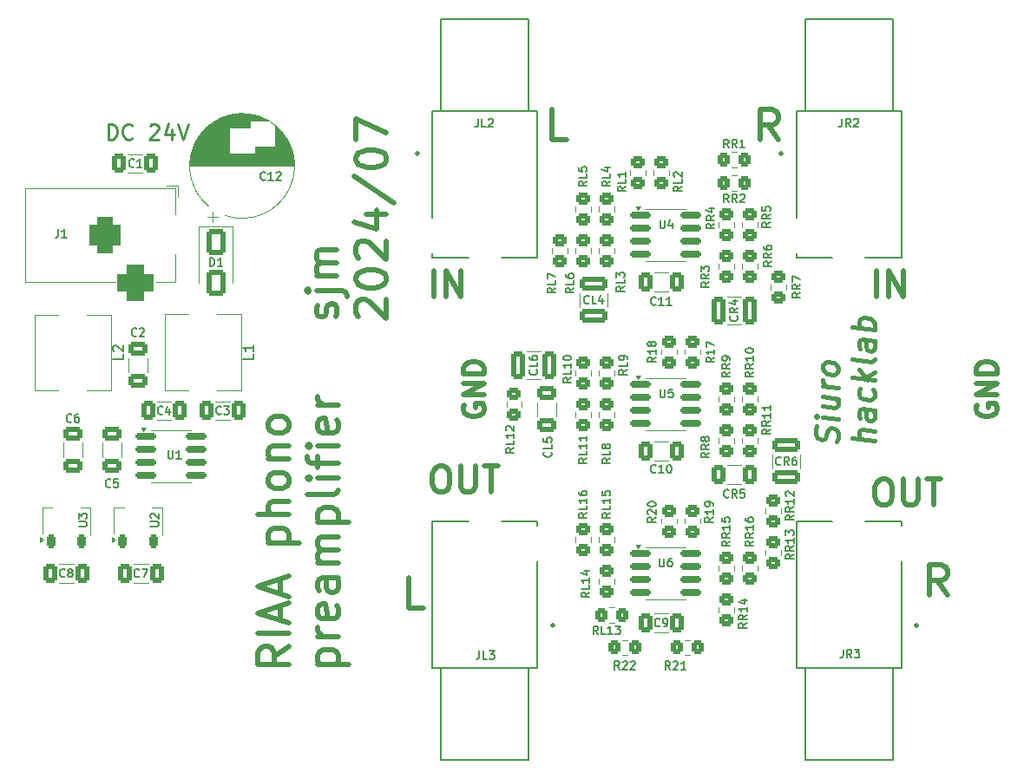
<source format=gto>
G04 #@! TF.GenerationSoftware,KiCad,Pcbnew,8.0.3-8.0.3-0~ubuntu22.04.1*
G04 #@! TF.CreationDate,2024-07-07T23:08:19+03:00*
G04 #@! TF.ProjectId,riaa-preamp,72696161-2d70-4726-9561-6d702e6b6963,rev?*
G04 #@! TF.SameCoordinates,Original*
G04 #@! TF.FileFunction,Legend,Top*
G04 #@! TF.FilePolarity,Positive*
%FSLAX46Y46*%
G04 Gerber Fmt 4.6, Leading zero omitted, Abs format (unit mm)*
G04 Created by KiCad (PCBNEW 8.0.3-8.0.3-0~ubuntu22.04.1) date 2024-07-07 23:08:19*
%MOMM*%
%LPD*%
G01*
G04 APERTURE LIST*
G04 Aperture macros list*
%AMRoundRect*
0 Rectangle with rounded corners*
0 $1 Rounding radius*
0 $2 $3 $4 $5 $6 $7 $8 $9 X,Y pos of 4 corners*
0 Add a 4 corners polygon primitive as box body*
4,1,4,$2,$3,$4,$5,$6,$7,$8,$9,$2,$3,0*
0 Add four circle primitives for the rounded corners*
1,1,$1+$1,$2,$3*
1,1,$1+$1,$4,$5*
1,1,$1+$1,$6,$7*
1,1,$1+$1,$8,$9*
0 Add four rect primitives between the rounded corners*
20,1,$1+$1,$2,$3,$4,$5,0*
20,1,$1+$1,$4,$5,$6,$7,0*
20,1,$1+$1,$6,$7,$8,$9,0*
20,1,$1+$1,$8,$9,$2,$3,0*%
%AMFreePoly0*
4,1,9,3.862500,-0.866500,0.737500,-0.866500,0.737500,-0.450000,-0.737500,-0.450000,-0.737500,0.450000,0.737500,0.450000,0.737500,0.866500,3.862500,0.866500,3.862500,-0.866500,3.862500,-0.866500,$1*%
G04 Aperture macros list end*
%ADD10C,0.500000*%
%ADD11C,0.250000*%
%ADD12C,0.400000*%
%ADD13C,0.150000*%
%ADD14C,0.152400*%
%ADD15C,0.254000*%
%ADD16C,0.120000*%
%ADD17C,1.981200*%
%ADD18C,2.082800*%
%ADD19C,2.590800*%
%ADD20C,2.794000*%
%ADD21RoundRect,0.250000X0.450000X-0.350000X0.450000X0.350000X-0.450000X0.350000X-0.450000X-0.350000X0*%
%ADD22C,0.800000*%
%ADD23C,6.400000*%
%ADD24RoundRect,0.250000X0.350000X0.450000X-0.350000X0.450000X-0.350000X-0.450000X0.350000X-0.450000X0*%
%ADD25RoundRect,0.150000X-0.825000X-0.150000X0.825000X-0.150000X0.825000X0.150000X-0.825000X0.150000X0*%
%ADD26RoundRect,0.225000X0.225000X-0.425000X0.225000X0.425000X-0.225000X0.425000X-0.225000X-0.425000X0*%
%ADD27FreePoly0,90.000000*%
%ADD28RoundRect,0.250000X0.412500X1.100000X-0.412500X1.100000X-0.412500X-1.100000X0.412500X-1.100000X0*%
%ADD29RoundRect,0.250000X0.412500X0.650000X-0.412500X0.650000X-0.412500X-0.650000X0.412500X-0.650000X0*%
%ADD30RoundRect,0.250000X-0.450000X0.350000X-0.450000X-0.350000X0.450000X-0.350000X0.450000X0.350000X0*%
%ADD31R,3.500000X3.500000*%
%ADD32RoundRect,0.750000X-0.750000X-1.000000X0.750000X-1.000000X0.750000X1.000000X-0.750000X1.000000X0*%
%ADD33RoundRect,0.875000X-0.875000X-0.875000X0.875000X-0.875000X0.875000X0.875000X-0.875000X0.875000X0*%
%ADD34RoundRect,0.250000X-0.350000X-0.450000X0.350000X-0.450000X0.350000X0.450000X-0.350000X0.450000X0*%
%ADD35R,2.200000X1.500000*%
%ADD36RoundRect,0.250000X0.650000X-0.412500X0.650000X0.412500X-0.650000X0.412500X-0.650000X-0.412500X0*%
%ADD37RoundRect,0.250000X-0.650000X0.412500X-0.650000X-0.412500X0.650000X-0.412500X0.650000X0.412500X0*%
%ADD38RoundRect,0.250000X-1.100000X0.412500X-1.100000X-0.412500X1.100000X-0.412500X1.100000X0.412500X0*%
%ADD39RoundRect,0.250000X-0.412500X-0.650000X0.412500X-0.650000X0.412500X0.650000X-0.412500X0.650000X0*%
%ADD40RoundRect,0.250000X-0.650000X1.000000X-0.650000X-1.000000X0.650000X-1.000000X0.650000X1.000000X0*%
%ADD41R,2.000000X2.000000*%
%ADD42C,2.000000*%
%ADD43C,0.900000*%
%ADD44C,8.600000*%
G04 APERTURE END LIST*
D10*
X183214185Y-118778047D02*
X183214185Y-116278047D01*
X184404661Y-118778047D02*
X184404661Y-116278047D01*
X184404661Y-116278047D02*
X185833232Y-118778047D01*
X185833232Y-118778047D02*
X185833232Y-116278047D01*
X183690375Y-136598047D02*
X184166566Y-136598047D01*
X184166566Y-136598047D02*
X184404661Y-136717095D01*
X184404661Y-136717095D02*
X184642756Y-136955190D01*
X184642756Y-136955190D02*
X184761804Y-137431380D01*
X184761804Y-137431380D02*
X184761804Y-138264714D01*
X184761804Y-138264714D02*
X184642756Y-138740904D01*
X184642756Y-138740904D02*
X184404661Y-138979000D01*
X184404661Y-138979000D02*
X184166566Y-139098047D01*
X184166566Y-139098047D02*
X183690375Y-139098047D01*
X183690375Y-139098047D02*
X183452280Y-138979000D01*
X183452280Y-138979000D02*
X183214185Y-138740904D01*
X183214185Y-138740904D02*
X183095137Y-138264714D01*
X183095137Y-138264714D02*
X183095137Y-137431380D01*
X183095137Y-137431380D02*
X183214185Y-136955190D01*
X183214185Y-136955190D02*
X183452280Y-136717095D01*
X183452280Y-136717095D02*
X183690375Y-136598047D01*
X185833233Y-136598047D02*
X185833233Y-138621857D01*
X185833233Y-138621857D02*
X185952280Y-138859952D01*
X185952280Y-138859952D02*
X186071328Y-138979000D01*
X186071328Y-138979000D02*
X186309423Y-139098047D01*
X186309423Y-139098047D02*
X186785614Y-139098047D01*
X186785614Y-139098047D02*
X187023709Y-138979000D01*
X187023709Y-138979000D02*
X187142756Y-138859952D01*
X187142756Y-138859952D02*
X187261804Y-138621857D01*
X187261804Y-138621857D02*
X187261804Y-136598047D01*
X188095138Y-136598047D02*
X189523709Y-136598047D01*
X188809423Y-139098047D02*
X188809423Y-136598047D01*
X125886025Y-152928481D02*
X124457453Y-153928481D01*
X125886025Y-154642767D02*
X122886025Y-154642767D01*
X122886025Y-154642767D02*
X122886025Y-153499910D01*
X122886025Y-153499910D02*
X123028882Y-153214195D01*
X123028882Y-153214195D02*
X123171739Y-153071338D01*
X123171739Y-153071338D02*
X123457453Y-152928481D01*
X123457453Y-152928481D02*
X123886025Y-152928481D01*
X123886025Y-152928481D02*
X124171739Y-153071338D01*
X124171739Y-153071338D02*
X124314596Y-153214195D01*
X124314596Y-153214195D02*
X124457453Y-153499910D01*
X124457453Y-153499910D02*
X124457453Y-154642767D01*
X125886025Y-151642767D02*
X122886025Y-151642767D01*
X125028882Y-150357053D02*
X125028882Y-148928482D01*
X125886025Y-150642767D02*
X122886025Y-149642767D01*
X122886025Y-149642767D02*
X125886025Y-148642767D01*
X125028882Y-147785624D02*
X125028882Y-146357053D01*
X125886025Y-148071338D02*
X122886025Y-147071338D01*
X122886025Y-147071338D02*
X125886025Y-146071338D01*
X123886025Y-142785624D02*
X126886025Y-142785624D01*
X124028882Y-142785624D02*
X123886025Y-142499910D01*
X123886025Y-142499910D02*
X123886025Y-141928481D01*
X123886025Y-141928481D02*
X124028882Y-141642767D01*
X124028882Y-141642767D02*
X124171739Y-141499910D01*
X124171739Y-141499910D02*
X124457453Y-141357052D01*
X124457453Y-141357052D02*
X125314596Y-141357052D01*
X125314596Y-141357052D02*
X125600310Y-141499910D01*
X125600310Y-141499910D02*
X125743168Y-141642767D01*
X125743168Y-141642767D02*
X125886025Y-141928481D01*
X125886025Y-141928481D02*
X125886025Y-142499910D01*
X125886025Y-142499910D02*
X125743168Y-142785624D01*
X125886025Y-140071338D02*
X122886025Y-140071338D01*
X125886025Y-138785624D02*
X124314596Y-138785624D01*
X124314596Y-138785624D02*
X124028882Y-138928481D01*
X124028882Y-138928481D02*
X123886025Y-139214195D01*
X123886025Y-139214195D02*
X123886025Y-139642766D01*
X123886025Y-139642766D02*
X124028882Y-139928481D01*
X124028882Y-139928481D02*
X124171739Y-140071338D01*
X125886025Y-136928480D02*
X125743168Y-137214195D01*
X125743168Y-137214195D02*
X125600310Y-137357052D01*
X125600310Y-137357052D02*
X125314596Y-137499909D01*
X125314596Y-137499909D02*
X124457453Y-137499909D01*
X124457453Y-137499909D02*
X124171739Y-137357052D01*
X124171739Y-137357052D02*
X124028882Y-137214195D01*
X124028882Y-137214195D02*
X123886025Y-136928480D01*
X123886025Y-136928480D02*
X123886025Y-136499909D01*
X123886025Y-136499909D02*
X124028882Y-136214195D01*
X124028882Y-136214195D02*
X124171739Y-136071338D01*
X124171739Y-136071338D02*
X124457453Y-135928480D01*
X124457453Y-135928480D02*
X125314596Y-135928480D01*
X125314596Y-135928480D02*
X125600310Y-136071338D01*
X125600310Y-136071338D02*
X125743168Y-136214195D01*
X125743168Y-136214195D02*
X125886025Y-136499909D01*
X125886025Y-136499909D02*
X125886025Y-136928480D01*
X123886025Y-134642766D02*
X125886025Y-134642766D01*
X124171739Y-134642766D02*
X124028882Y-134499909D01*
X124028882Y-134499909D02*
X123886025Y-134214194D01*
X123886025Y-134214194D02*
X123886025Y-133785623D01*
X123886025Y-133785623D02*
X124028882Y-133499909D01*
X124028882Y-133499909D02*
X124314596Y-133357052D01*
X124314596Y-133357052D02*
X125886025Y-133357052D01*
X125886025Y-131499908D02*
X125743168Y-131785623D01*
X125743168Y-131785623D02*
X125600310Y-131928480D01*
X125600310Y-131928480D02*
X125314596Y-132071337D01*
X125314596Y-132071337D02*
X124457453Y-132071337D01*
X124457453Y-132071337D02*
X124171739Y-131928480D01*
X124171739Y-131928480D02*
X124028882Y-131785623D01*
X124028882Y-131785623D02*
X123886025Y-131499908D01*
X123886025Y-131499908D02*
X123886025Y-131071337D01*
X123886025Y-131071337D02*
X124028882Y-130785623D01*
X124028882Y-130785623D02*
X124171739Y-130642766D01*
X124171739Y-130642766D02*
X124457453Y-130499908D01*
X124457453Y-130499908D02*
X125314596Y-130499908D01*
X125314596Y-130499908D02*
X125600310Y-130642766D01*
X125600310Y-130642766D02*
X125743168Y-130785623D01*
X125743168Y-130785623D02*
X125886025Y-131071337D01*
X125886025Y-131071337D02*
X125886025Y-131499908D01*
X128715857Y-154642767D02*
X131715857Y-154642767D01*
X128858714Y-154642767D02*
X128715857Y-154357053D01*
X128715857Y-154357053D02*
X128715857Y-153785624D01*
X128715857Y-153785624D02*
X128858714Y-153499910D01*
X128858714Y-153499910D02*
X129001571Y-153357053D01*
X129001571Y-153357053D02*
X129287285Y-153214195D01*
X129287285Y-153214195D02*
X130144428Y-153214195D01*
X130144428Y-153214195D02*
X130430142Y-153357053D01*
X130430142Y-153357053D02*
X130573000Y-153499910D01*
X130573000Y-153499910D02*
X130715857Y-153785624D01*
X130715857Y-153785624D02*
X130715857Y-154357053D01*
X130715857Y-154357053D02*
X130573000Y-154642767D01*
X130715857Y-151928481D02*
X128715857Y-151928481D01*
X129287285Y-151928481D02*
X129001571Y-151785624D01*
X129001571Y-151785624D02*
X128858714Y-151642767D01*
X128858714Y-151642767D02*
X128715857Y-151357052D01*
X128715857Y-151357052D02*
X128715857Y-151071338D01*
X130573000Y-148928481D02*
X130715857Y-149214195D01*
X130715857Y-149214195D02*
X130715857Y-149785624D01*
X130715857Y-149785624D02*
X130573000Y-150071338D01*
X130573000Y-150071338D02*
X130287285Y-150214195D01*
X130287285Y-150214195D02*
X129144428Y-150214195D01*
X129144428Y-150214195D02*
X128858714Y-150071338D01*
X128858714Y-150071338D02*
X128715857Y-149785624D01*
X128715857Y-149785624D02*
X128715857Y-149214195D01*
X128715857Y-149214195D02*
X128858714Y-148928481D01*
X128858714Y-148928481D02*
X129144428Y-148785624D01*
X129144428Y-148785624D02*
X129430142Y-148785624D01*
X129430142Y-148785624D02*
X129715857Y-150214195D01*
X130715857Y-146214195D02*
X129144428Y-146214195D01*
X129144428Y-146214195D02*
X128858714Y-146357052D01*
X128858714Y-146357052D02*
X128715857Y-146642766D01*
X128715857Y-146642766D02*
X128715857Y-147214195D01*
X128715857Y-147214195D02*
X128858714Y-147499909D01*
X130573000Y-146214195D02*
X130715857Y-146499909D01*
X130715857Y-146499909D02*
X130715857Y-147214195D01*
X130715857Y-147214195D02*
X130573000Y-147499909D01*
X130573000Y-147499909D02*
X130287285Y-147642766D01*
X130287285Y-147642766D02*
X130001571Y-147642766D01*
X130001571Y-147642766D02*
X129715857Y-147499909D01*
X129715857Y-147499909D02*
X129573000Y-147214195D01*
X129573000Y-147214195D02*
X129573000Y-146499909D01*
X129573000Y-146499909D02*
X129430142Y-146214195D01*
X130715857Y-144785623D02*
X128715857Y-144785623D01*
X129001571Y-144785623D02*
X128858714Y-144642766D01*
X128858714Y-144642766D02*
X128715857Y-144357051D01*
X128715857Y-144357051D02*
X128715857Y-143928480D01*
X128715857Y-143928480D02*
X128858714Y-143642766D01*
X128858714Y-143642766D02*
X129144428Y-143499909D01*
X129144428Y-143499909D02*
X130715857Y-143499909D01*
X129144428Y-143499909D02*
X128858714Y-143357051D01*
X128858714Y-143357051D02*
X128715857Y-143071337D01*
X128715857Y-143071337D02*
X128715857Y-142642766D01*
X128715857Y-142642766D02*
X128858714Y-142357051D01*
X128858714Y-142357051D02*
X129144428Y-142214194D01*
X129144428Y-142214194D02*
X130715857Y-142214194D01*
X128715857Y-140785623D02*
X131715857Y-140785623D01*
X128858714Y-140785623D02*
X128715857Y-140499909D01*
X128715857Y-140499909D02*
X128715857Y-139928480D01*
X128715857Y-139928480D02*
X128858714Y-139642766D01*
X128858714Y-139642766D02*
X129001571Y-139499909D01*
X129001571Y-139499909D02*
X129287285Y-139357051D01*
X129287285Y-139357051D02*
X130144428Y-139357051D01*
X130144428Y-139357051D02*
X130430142Y-139499909D01*
X130430142Y-139499909D02*
X130573000Y-139642766D01*
X130573000Y-139642766D02*
X130715857Y-139928480D01*
X130715857Y-139928480D02*
X130715857Y-140499909D01*
X130715857Y-140499909D02*
X130573000Y-140785623D01*
X130715857Y-137642765D02*
X130573000Y-137928480D01*
X130573000Y-137928480D02*
X130287285Y-138071337D01*
X130287285Y-138071337D02*
X127715857Y-138071337D01*
X130715857Y-136499908D02*
X128715857Y-136499908D01*
X127715857Y-136499908D02*
X127858714Y-136642765D01*
X127858714Y-136642765D02*
X128001571Y-136499908D01*
X128001571Y-136499908D02*
X127858714Y-136357051D01*
X127858714Y-136357051D02*
X127715857Y-136499908D01*
X127715857Y-136499908D02*
X128001571Y-136499908D01*
X128715857Y-135499908D02*
X128715857Y-134357051D01*
X130715857Y-135071337D02*
X128144428Y-135071337D01*
X128144428Y-135071337D02*
X127858714Y-134928480D01*
X127858714Y-134928480D02*
X127715857Y-134642765D01*
X127715857Y-134642765D02*
X127715857Y-134357051D01*
X130715857Y-133357051D02*
X128715857Y-133357051D01*
X127715857Y-133357051D02*
X127858714Y-133499908D01*
X127858714Y-133499908D02*
X128001571Y-133357051D01*
X128001571Y-133357051D02*
X127858714Y-133214194D01*
X127858714Y-133214194D02*
X127715857Y-133357051D01*
X127715857Y-133357051D02*
X128001571Y-133357051D01*
X130573000Y-130785623D02*
X130715857Y-131071337D01*
X130715857Y-131071337D02*
X130715857Y-131642766D01*
X130715857Y-131642766D02*
X130573000Y-131928480D01*
X130573000Y-131928480D02*
X130287285Y-132071337D01*
X130287285Y-132071337D02*
X129144428Y-132071337D01*
X129144428Y-132071337D02*
X128858714Y-131928480D01*
X128858714Y-131928480D02*
X128715857Y-131642766D01*
X128715857Y-131642766D02*
X128715857Y-131071337D01*
X128715857Y-131071337D02*
X128858714Y-130785623D01*
X128858714Y-130785623D02*
X129144428Y-130642766D01*
X129144428Y-130642766D02*
X129430142Y-130642766D01*
X129430142Y-130642766D02*
X129715857Y-132071337D01*
X130715857Y-129357051D02*
X128715857Y-129357051D01*
X129287285Y-129357051D02*
X129001571Y-129214194D01*
X129001571Y-129214194D02*
X128858714Y-129071337D01*
X128858714Y-129071337D02*
X128715857Y-128785622D01*
X128715857Y-128785622D02*
X128715857Y-128499908D01*
D11*
X108262615Y-103419428D02*
X108262615Y-101919428D01*
X108262615Y-101919428D02*
X108619758Y-101919428D01*
X108619758Y-101919428D02*
X108834044Y-101990857D01*
X108834044Y-101990857D02*
X108976901Y-102133714D01*
X108976901Y-102133714D02*
X109048330Y-102276571D01*
X109048330Y-102276571D02*
X109119758Y-102562285D01*
X109119758Y-102562285D02*
X109119758Y-102776571D01*
X109119758Y-102776571D02*
X109048330Y-103062285D01*
X109048330Y-103062285D02*
X108976901Y-103205142D01*
X108976901Y-103205142D02*
X108834044Y-103348000D01*
X108834044Y-103348000D02*
X108619758Y-103419428D01*
X108619758Y-103419428D02*
X108262615Y-103419428D01*
X110619758Y-103276571D02*
X110548330Y-103348000D01*
X110548330Y-103348000D02*
X110334044Y-103419428D01*
X110334044Y-103419428D02*
X110191187Y-103419428D01*
X110191187Y-103419428D02*
X109976901Y-103348000D01*
X109976901Y-103348000D02*
X109834044Y-103205142D01*
X109834044Y-103205142D02*
X109762615Y-103062285D01*
X109762615Y-103062285D02*
X109691187Y-102776571D01*
X109691187Y-102776571D02*
X109691187Y-102562285D01*
X109691187Y-102562285D02*
X109762615Y-102276571D01*
X109762615Y-102276571D02*
X109834044Y-102133714D01*
X109834044Y-102133714D02*
X109976901Y-101990857D01*
X109976901Y-101990857D02*
X110191187Y-101919428D01*
X110191187Y-101919428D02*
X110334044Y-101919428D01*
X110334044Y-101919428D02*
X110548330Y-101990857D01*
X110548330Y-101990857D02*
X110619758Y-102062285D01*
X112334044Y-102062285D02*
X112405472Y-101990857D01*
X112405472Y-101990857D02*
X112548330Y-101919428D01*
X112548330Y-101919428D02*
X112905472Y-101919428D01*
X112905472Y-101919428D02*
X113048330Y-101990857D01*
X113048330Y-101990857D02*
X113119758Y-102062285D01*
X113119758Y-102062285D02*
X113191187Y-102205142D01*
X113191187Y-102205142D02*
X113191187Y-102348000D01*
X113191187Y-102348000D02*
X113119758Y-102562285D01*
X113119758Y-102562285D02*
X112262615Y-103419428D01*
X112262615Y-103419428D02*
X113191187Y-103419428D01*
X114476901Y-102419428D02*
X114476901Y-103419428D01*
X114119758Y-101848000D02*
X113762615Y-102919428D01*
X113762615Y-102919428D02*
X114691186Y-102919428D01*
X115048329Y-101919428D02*
X115548329Y-103419428D01*
X115548329Y-103419428D02*
X116048329Y-101919428D01*
D10*
X130442168Y-120749624D02*
X130585025Y-120463910D01*
X130585025Y-120463910D02*
X130585025Y-119892481D01*
X130585025Y-119892481D02*
X130442168Y-119606767D01*
X130442168Y-119606767D02*
X130156453Y-119463910D01*
X130156453Y-119463910D02*
X130013596Y-119463910D01*
X130013596Y-119463910D02*
X129727882Y-119606767D01*
X129727882Y-119606767D02*
X129585025Y-119892481D01*
X129585025Y-119892481D02*
X129585025Y-120321053D01*
X129585025Y-120321053D02*
X129442168Y-120606767D01*
X129442168Y-120606767D02*
X129156453Y-120749624D01*
X129156453Y-120749624D02*
X129013596Y-120749624D01*
X129013596Y-120749624D02*
X128727882Y-120606767D01*
X128727882Y-120606767D02*
X128585025Y-120321053D01*
X128585025Y-120321053D02*
X128585025Y-119892481D01*
X128585025Y-119892481D02*
X128727882Y-119606767D01*
X128585025Y-118178196D02*
X131156453Y-118178196D01*
X131156453Y-118178196D02*
X131442168Y-118321053D01*
X131442168Y-118321053D02*
X131585025Y-118606767D01*
X131585025Y-118606767D02*
X131585025Y-118749624D01*
X127585025Y-118178196D02*
X127727882Y-118321053D01*
X127727882Y-118321053D02*
X127870739Y-118178196D01*
X127870739Y-118178196D02*
X127727882Y-118035339D01*
X127727882Y-118035339D02*
X127585025Y-118178196D01*
X127585025Y-118178196D02*
X127870739Y-118178196D01*
X130585025Y-116749625D02*
X128585025Y-116749625D01*
X128870739Y-116749625D02*
X128727882Y-116606768D01*
X128727882Y-116606768D02*
X128585025Y-116321053D01*
X128585025Y-116321053D02*
X128585025Y-115892482D01*
X128585025Y-115892482D02*
X128727882Y-115606768D01*
X128727882Y-115606768D02*
X129013596Y-115463911D01*
X129013596Y-115463911D02*
X130585025Y-115463911D01*
X129013596Y-115463911D02*
X128727882Y-115321053D01*
X128727882Y-115321053D02*
X128585025Y-115035339D01*
X128585025Y-115035339D02*
X128585025Y-114606768D01*
X128585025Y-114606768D02*
X128727882Y-114321053D01*
X128727882Y-114321053D02*
X129013596Y-114178196D01*
X129013596Y-114178196D02*
X130585025Y-114178196D01*
X132700571Y-120749624D02*
X132557714Y-120606767D01*
X132557714Y-120606767D02*
X132414857Y-120321053D01*
X132414857Y-120321053D02*
X132414857Y-119606767D01*
X132414857Y-119606767D02*
X132557714Y-119321053D01*
X132557714Y-119321053D02*
X132700571Y-119178195D01*
X132700571Y-119178195D02*
X132986285Y-119035338D01*
X132986285Y-119035338D02*
X133272000Y-119035338D01*
X133272000Y-119035338D02*
X133700571Y-119178195D01*
X133700571Y-119178195D02*
X135414857Y-120892481D01*
X135414857Y-120892481D02*
X135414857Y-119035338D01*
X132414857Y-117178195D02*
X132414857Y-116892481D01*
X132414857Y-116892481D02*
X132557714Y-116606767D01*
X132557714Y-116606767D02*
X132700571Y-116463910D01*
X132700571Y-116463910D02*
X132986285Y-116321052D01*
X132986285Y-116321052D02*
X133557714Y-116178195D01*
X133557714Y-116178195D02*
X134272000Y-116178195D01*
X134272000Y-116178195D02*
X134843428Y-116321052D01*
X134843428Y-116321052D02*
X135129142Y-116463910D01*
X135129142Y-116463910D02*
X135272000Y-116606767D01*
X135272000Y-116606767D02*
X135414857Y-116892481D01*
X135414857Y-116892481D02*
X135414857Y-117178195D01*
X135414857Y-117178195D02*
X135272000Y-117463910D01*
X135272000Y-117463910D02*
X135129142Y-117606767D01*
X135129142Y-117606767D02*
X134843428Y-117749624D01*
X134843428Y-117749624D02*
X134272000Y-117892481D01*
X134272000Y-117892481D02*
X133557714Y-117892481D01*
X133557714Y-117892481D02*
X132986285Y-117749624D01*
X132986285Y-117749624D02*
X132700571Y-117606767D01*
X132700571Y-117606767D02*
X132557714Y-117463910D01*
X132557714Y-117463910D02*
X132414857Y-117178195D01*
X132700571Y-115035338D02*
X132557714Y-114892481D01*
X132557714Y-114892481D02*
X132414857Y-114606767D01*
X132414857Y-114606767D02*
X132414857Y-113892481D01*
X132414857Y-113892481D02*
X132557714Y-113606767D01*
X132557714Y-113606767D02*
X132700571Y-113463909D01*
X132700571Y-113463909D02*
X132986285Y-113321052D01*
X132986285Y-113321052D02*
X133272000Y-113321052D01*
X133272000Y-113321052D02*
X133700571Y-113463909D01*
X133700571Y-113463909D02*
X135414857Y-115178195D01*
X135414857Y-115178195D02*
X135414857Y-113321052D01*
X133414857Y-110749624D02*
X135414857Y-110749624D01*
X132272000Y-111463909D02*
X134414857Y-112178195D01*
X134414857Y-112178195D02*
X134414857Y-110321052D01*
X132272000Y-107035338D02*
X136129142Y-109606766D01*
X132414857Y-105463909D02*
X132414857Y-105178195D01*
X132414857Y-105178195D02*
X132557714Y-104892481D01*
X132557714Y-104892481D02*
X132700571Y-104749624D01*
X132700571Y-104749624D02*
X132986285Y-104606766D01*
X132986285Y-104606766D02*
X133557714Y-104463909D01*
X133557714Y-104463909D02*
X134272000Y-104463909D01*
X134272000Y-104463909D02*
X134843428Y-104606766D01*
X134843428Y-104606766D02*
X135129142Y-104749624D01*
X135129142Y-104749624D02*
X135272000Y-104892481D01*
X135272000Y-104892481D02*
X135414857Y-105178195D01*
X135414857Y-105178195D02*
X135414857Y-105463909D01*
X135414857Y-105463909D02*
X135272000Y-105749624D01*
X135272000Y-105749624D02*
X135129142Y-105892481D01*
X135129142Y-105892481D02*
X134843428Y-106035338D01*
X134843428Y-106035338D02*
X134272000Y-106178195D01*
X134272000Y-106178195D02*
X133557714Y-106178195D01*
X133557714Y-106178195D02*
X132986285Y-106035338D01*
X132986285Y-106035338D02*
X132700571Y-105892481D01*
X132700571Y-105892481D02*
X132557714Y-105749624D01*
X132557714Y-105749624D02*
X132414857Y-105463909D01*
X132414857Y-103463909D02*
X132414857Y-101463909D01*
X132414857Y-101463909D02*
X135414857Y-102749623D01*
X140034185Y-118778047D02*
X140034185Y-116278047D01*
X141224661Y-118778047D02*
X141224661Y-116278047D01*
X141224661Y-116278047D02*
X142653232Y-118778047D01*
X142653232Y-118778047D02*
X142653232Y-116278047D01*
X143030476Y-129322243D02*
X142935238Y-129512719D01*
X142935238Y-129512719D02*
X142935238Y-129798433D01*
X142935238Y-129798433D02*
X143030476Y-130084148D01*
X143030476Y-130084148D02*
X143220952Y-130274624D01*
X143220952Y-130274624D02*
X143411428Y-130369862D01*
X143411428Y-130369862D02*
X143792380Y-130465100D01*
X143792380Y-130465100D02*
X144078095Y-130465100D01*
X144078095Y-130465100D02*
X144459047Y-130369862D01*
X144459047Y-130369862D02*
X144649523Y-130274624D01*
X144649523Y-130274624D02*
X144840000Y-130084148D01*
X144840000Y-130084148D02*
X144935238Y-129798433D01*
X144935238Y-129798433D02*
X144935238Y-129607957D01*
X144935238Y-129607957D02*
X144840000Y-129322243D01*
X144840000Y-129322243D02*
X144744761Y-129227005D01*
X144744761Y-129227005D02*
X144078095Y-129227005D01*
X144078095Y-129227005D02*
X144078095Y-129607957D01*
X144935238Y-128369862D02*
X142935238Y-128369862D01*
X142935238Y-128369862D02*
X144935238Y-127227005D01*
X144935238Y-127227005D02*
X142935238Y-127227005D01*
X144935238Y-126274624D02*
X142935238Y-126274624D01*
X142935238Y-126274624D02*
X142935238Y-125798434D01*
X142935238Y-125798434D02*
X143030476Y-125512719D01*
X143030476Y-125512719D02*
X143220952Y-125322243D01*
X143220952Y-125322243D02*
X143411428Y-125227005D01*
X143411428Y-125227005D02*
X143792380Y-125131767D01*
X143792380Y-125131767D02*
X144078095Y-125131767D01*
X144078095Y-125131767D02*
X144459047Y-125227005D01*
X144459047Y-125227005D02*
X144649523Y-125322243D01*
X144649523Y-125322243D02*
X144840000Y-125512719D01*
X144840000Y-125512719D02*
X144935238Y-125798434D01*
X144935238Y-125798434D02*
X144935238Y-126274624D01*
X139041804Y-149196857D02*
X137613232Y-149196857D01*
X137613232Y-149196857D02*
X137613232Y-146196857D01*
X153011804Y-103476857D02*
X151583232Y-103476857D01*
X151583232Y-103476857D02*
X151583232Y-100476857D01*
X140510375Y-135328047D02*
X140986566Y-135328047D01*
X140986566Y-135328047D02*
X141224661Y-135447095D01*
X141224661Y-135447095D02*
X141462756Y-135685190D01*
X141462756Y-135685190D02*
X141581804Y-136161380D01*
X141581804Y-136161380D02*
X141581804Y-136994714D01*
X141581804Y-136994714D02*
X141462756Y-137470904D01*
X141462756Y-137470904D02*
X141224661Y-137709000D01*
X141224661Y-137709000D02*
X140986566Y-137828047D01*
X140986566Y-137828047D02*
X140510375Y-137828047D01*
X140510375Y-137828047D02*
X140272280Y-137709000D01*
X140272280Y-137709000D02*
X140034185Y-137470904D01*
X140034185Y-137470904D02*
X139915137Y-136994714D01*
X139915137Y-136994714D02*
X139915137Y-136161380D01*
X139915137Y-136161380D02*
X140034185Y-135685190D01*
X140034185Y-135685190D02*
X140272280Y-135447095D01*
X140272280Y-135447095D02*
X140510375Y-135328047D01*
X142653233Y-135328047D02*
X142653233Y-137351857D01*
X142653233Y-137351857D02*
X142772280Y-137589952D01*
X142772280Y-137589952D02*
X142891328Y-137709000D01*
X142891328Y-137709000D02*
X143129423Y-137828047D01*
X143129423Y-137828047D02*
X143605614Y-137828047D01*
X143605614Y-137828047D02*
X143843709Y-137709000D01*
X143843709Y-137709000D02*
X143962756Y-137589952D01*
X143962756Y-137589952D02*
X144081804Y-137351857D01*
X144081804Y-137351857D02*
X144081804Y-135328047D01*
X144915138Y-135328047D02*
X146343709Y-135328047D01*
X145629423Y-137828047D02*
X145629423Y-135328047D01*
X173617518Y-103476857D02*
X172617518Y-102048285D01*
X171903232Y-103476857D02*
X171903232Y-100476857D01*
X171903232Y-100476857D02*
X173046089Y-100476857D01*
X173046089Y-100476857D02*
X173331804Y-100619714D01*
X173331804Y-100619714D02*
X173474661Y-100762571D01*
X173474661Y-100762571D02*
X173617518Y-101048285D01*
X173617518Y-101048285D02*
X173617518Y-101476857D01*
X173617518Y-101476857D02*
X173474661Y-101762571D01*
X173474661Y-101762571D02*
X173331804Y-101905428D01*
X173331804Y-101905428D02*
X173046089Y-102048285D01*
X173046089Y-102048285D02*
X171903232Y-102048285D01*
X190127518Y-147926857D02*
X189127518Y-146498285D01*
X188413232Y-147926857D02*
X188413232Y-144926857D01*
X188413232Y-144926857D02*
X189556089Y-144926857D01*
X189556089Y-144926857D02*
X189841804Y-145069714D01*
X189841804Y-145069714D02*
X189984661Y-145212571D01*
X189984661Y-145212571D02*
X190127518Y-145498285D01*
X190127518Y-145498285D02*
X190127518Y-145926857D01*
X190127518Y-145926857D02*
X189984661Y-146212571D01*
X189984661Y-146212571D02*
X189841804Y-146355428D01*
X189841804Y-146355428D02*
X189556089Y-146498285D01*
X189556089Y-146498285D02*
X188413232Y-146498285D01*
D12*
X179369323Y-132905795D02*
X179474084Y-132604604D01*
X179474084Y-132604604D02*
X179474084Y-132080795D01*
X179474084Y-132080795D02*
X179369323Y-131858176D01*
X179369323Y-131858176D02*
X179264561Y-131740319D01*
X179264561Y-131740319D02*
X179055037Y-131609366D01*
X179055037Y-131609366D02*
X178845513Y-131583176D01*
X178845513Y-131583176D02*
X178635989Y-131661747D01*
X178635989Y-131661747D02*
X178531227Y-131753414D01*
X178531227Y-131753414D02*
X178426465Y-131949843D01*
X178426465Y-131949843D02*
X178321703Y-132355795D01*
X178321703Y-132355795D02*
X178216942Y-132552223D01*
X178216942Y-132552223D02*
X178112180Y-132643890D01*
X178112180Y-132643890D02*
X177902656Y-132722462D01*
X177902656Y-132722462D02*
X177693132Y-132696271D01*
X177693132Y-132696271D02*
X177483608Y-132565319D01*
X177483608Y-132565319D02*
X177378846Y-132447462D01*
X177378846Y-132447462D02*
X177274084Y-132224843D01*
X177274084Y-132224843D02*
X177274084Y-131701033D01*
X177274084Y-131701033D02*
X177378846Y-131399843D01*
X179474084Y-130718890D02*
X178007418Y-130535557D01*
X177274084Y-130443890D02*
X177378846Y-130561747D01*
X177378846Y-130561747D02*
X177483608Y-130470081D01*
X177483608Y-130470081D02*
X177378846Y-130352224D01*
X177378846Y-130352224D02*
X177274084Y-130443890D01*
X177274084Y-130443890D02*
X177483608Y-130470081D01*
X178007418Y-128545081D02*
X179474084Y-128728414D01*
X178007418Y-129487938D02*
X179159799Y-129631986D01*
X179159799Y-129631986D02*
X179369323Y-129553414D01*
X179369323Y-129553414D02*
X179474084Y-129356986D01*
X179474084Y-129356986D02*
X179474084Y-129042700D01*
X179474084Y-129042700D02*
X179369323Y-128820081D01*
X179369323Y-128820081D02*
X179264561Y-128702224D01*
X179474084Y-127680795D02*
X178007418Y-127497462D01*
X178426465Y-127549843D02*
X178216942Y-127418890D01*
X178216942Y-127418890D02*
X178112180Y-127301033D01*
X178112180Y-127301033D02*
X178007418Y-127078414D01*
X178007418Y-127078414D02*
X178007418Y-126868890D01*
X179474084Y-126004605D02*
X179369323Y-126201033D01*
X179369323Y-126201033D02*
X179264561Y-126292700D01*
X179264561Y-126292700D02*
X179055037Y-126371271D01*
X179055037Y-126371271D02*
X178426465Y-126292700D01*
X178426465Y-126292700D02*
X178216942Y-126161747D01*
X178216942Y-126161747D02*
X178112180Y-126043890D01*
X178112180Y-126043890D02*
X178007418Y-125821271D01*
X178007418Y-125821271D02*
X178007418Y-125506985D01*
X178007418Y-125506985D02*
X178112180Y-125310557D01*
X178112180Y-125310557D02*
X178216942Y-125218890D01*
X178216942Y-125218890D02*
X178426465Y-125140319D01*
X178426465Y-125140319D02*
X179055037Y-125218890D01*
X179055037Y-125218890D02*
X179264561Y-125349843D01*
X179264561Y-125349843D02*
X179369323Y-125467700D01*
X179369323Y-125467700D02*
X179474084Y-125690319D01*
X179474084Y-125690319D02*
X179474084Y-126004605D01*
X183015961Y-132814128D02*
X180815961Y-132539128D01*
X183015961Y-131871271D02*
X181863580Y-131727223D01*
X181863580Y-131727223D02*
X181654057Y-131805795D01*
X181654057Y-131805795D02*
X181549295Y-132002223D01*
X181549295Y-132002223D02*
X181549295Y-132316509D01*
X181549295Y-132316509D02*
X181654057Y-132539128D01*
X181654057Y-132539128D02*
X181758819Y-132656985D01*
X183015961Y-129880795D02*
X181863580Y-129736747D01*
X181863580Y-129736747D02*
X181654057Y-129815319D01*
X181654057Y-129815319D02*
X181549295Y-130011747D01*
X181549295Y-130011747D02*
X181549295Y-130430795D01*
X181549295Y-130430795D02*
X181654057Y-130653414D01*
X182911200Y-129867700D02*
X183015961Y-130090319D01*
X183015961Y-130090319D02*
X183015961Y-130614128D01*
X183015961Y-130614128D02*
X182911200Y-130810557D01*
X182911200Y-130810557D02*
X182701676Y-130889128D01*
X182701676Y-130889128D02*
X182492152Y-130862938D01*
X182492152Y-130862938D02*
X182282628Y-130731986D01*
X182282628Y-130731986D02*
X182177866Y-130509367D01*
X182177866Y-130509367D02*
X182177866Y-129985557D01*
X182177866Y-129985557D02*
X182073104Y-129762938D01*
X182911200Y-127877224D02*
X183015961Y-128099843D01*
X183015961Y-128099843D02*
X183015961Y-128518891D01*
X183015961Y-128518891D02*
X182911200Y-128715319D01*
X182911200Y-128715319D02*
X182806438Y-128806986D01*
X182806438Y-128806986D02*
X182596914Y-128885557D01*
X182596914Y-128885557D02*
X181968342Y-128806986D01*
X181968342Y-128806986D02*
X181758819Y-128676033D01*
X181758819Y-128676033D02*
X181654057Y-128558176D01*
X181654057Y-128558176D02*
X181549295Y-128335557D01*
X181549295Y-128335557D02*
X181549295Y-127916510D01*
X181549295Y-127916510D02*
X181654057Y-127720081D01*
X183015961Y-126947462D02*
X180815961Y-126672462D01*
X182177866Y-126633177D02*
X183015961Y-126109367D01*
X181549295Y-125926034D02*
X182387390Y-126868891D01*
X183015961Y-124852225D02*
X182911200Y-125048653D01*
X182911200Y-125048653D02*
X182701676Y-125127225D01*
X182701676Y-125127225D02*
X180815961Y-124891510D01*
X183015961Y-123071272D02*
X181863580Y-122927224D01*
X181863580Y-122927224D02*
X181654057Y-123005796D01*
X181654057Y-123005796D02*
X181549295Y-123202224D01*
X181549295Y-123202224D02*
X181549295Y-123621272D01*
X181549295Y-123621272D02*
X181654057Y-123843891D01*
X182911200Y-123058177D02*
X183015961Y-123280796D01*
X183015961Y-123280796D02*
X183015961Y-123804605D01*
X183015961Y-123804605D02*
X182911200Y-124001034D01*
X182911200Y-124001034D02*
X182701676Y-124079605D01*
X182701676Y-124079605D02*
X182492152Y-124053415D01*
X182492152Y-124053415D02*
X182282628Y-123922463D01*
X182282628Y-123922463D02*
X182177866Y-123699844D01*
X182177866Y-123699844D02*
X182177866Y-123176034D01*
X182177866Y-123176034D02*
X182073104Y-122953415D01*
X183015961Y-122023653D02*
X180815961Y-121748653D01*
X181654057Y-121853415D02*
X181549295Y-121630796D01*
X181549295Y-121630796D02*
X181549295Y-121211748D01*
X181549295Y-121211748D02*
X181654057Y-121015320D01*
X181654057Y-121015320D02*
X181758819Y-120923653D01*
X181758819Y-120923653D02*
X181968342Y-120845082D01*
X181968342Y-120845082D02*
X182596914Y-120923653D01*
X182596914Y-120923653D02*
X182806438Y-121054606D01*
X182806438Y-121054606D02*
X182911200Y-121172463D01*
X182911200Y-121172463D02*
X183015961Y-121395082D01*
X183015961Y-121395082D02*
X183015961Y-121814129D01*
X183015961Y-121814129D02*
X182911200Y-122010558D01*
D10*
X193068476Y-129322243D02*
X192973238Y-129512719D01*
X192973238Y-129512719D02*
X192973238Y-129798433D01*
X192973238Y-129798433D02*
X193068476Y-130084148D01*
X193068476Y-130084148D02*
X193258952Y-130274624D01*
X193258952Y-130274624D02*
X193449428Y-130369862D01*
X193449428Y-130369862D02*
X193830380Y-130465100D01*
X193830380Y-130465100D02*
X194116095Y-130465100D01*
X194116095Y-130465100D02*
X194497047Y-130369862D01*
X194497047Y-130369862D02*
X194687523Y-130274624D01*
X194687523Y-130274624D02*
X194878000Y-130084148D01*
X194878000Y-130084148D02*
X194973238Y-129798433D01*
X194973238Y-129798433D02*
X194973238Y-129607957D01*
X194973238Y-129607957D02*
X194878000Y-129322243D01*
X194878000Y-129322243D02*
X194782761Y-129227005D01*
X194782761Y-129227005D02*
X194116095Y-129227005D01*
X194116095Y-129227005D02*
X194116095Y-129607957D01*
X194973238Y-128369862D02*
X192973238Y-128369862D01*
X192973238Y-128369862D02*
X194973238Y-127227005D01*
X194973238Y-127227005D02*
X192973238Y-127227005D01*
X194973238Y-126274624D02*
X192973238Y-126274624D01*
X192973238Y-126274624D02*
X192973238Y-125798434D01*
X192973238Y-125798434D02*
X193068476Y-125512719D01*
X193068476Y-125512719D02*
X193258952Y-125322243D01*
X193258952Y-125322243D02*
X193449428Y-125227005D01*
X193449428Y-125227005D02*
X193830380Y-125131767D01*
X193830380Y-125131767D02*
X194116095Y-125131767D01*
X194116095Y-125131767D02*
X194497047Y-125227005D01*
X194497047Y-125227005D02*
X194687523Y-125322243D01*
X194687523Y-125322243D02*
X194878000Y-125512719D01*
X194878000Y-125512719D02*
X194973238Y-125798434D01*
X194973238Y-125798434D02*
X194973238Y-126274624D01*
D13*
X179845333Y-101400295D02*
X179845333Y-101971723D01*
X179845333Y-101971723D02*
X179807238Y-102086009D01*
X179807238Y-102086009D02*
X179731047Y-102162200D01*
X179731047Y-102162200D02*
X179616762Y-102200295D01*
X179616762Y-102200295D02*
X179540571Y-102200295D01*
X180683429Y-102200295D02*
X180416762Y-101819342D01*
X180226286Y-102200295D02*
X180226286Y-101400295D01*
X180226286Y-101400295D02*
X180531048Y-101400295D01*
X180531048Y-101400295D02*
X180607238Y-101438390D01*
X180607238Y-101438390D02*
X180645333Y-101476485D01*
X180645333Y-101476485D02*
X180683429Y-101552676D01*
X180683429Y-101552676D02*
X180683429Y-101666961D01*
X180683429Y-101666961D02*
X180645333Y-101743152D01*
X180645333Y-101743152D02*
X180607238Y-101781247D01*
X180607238Y-101781247D02*
X180531048Y-101819342D01*
X180531048Y-101819342D02*
X180226286Y-101819342D01*
X180988190Y-101476485D02*
X181026286Y-101438390D01*
X181026286Y-101438390D02*
X181102476Y-101400295D01*
X181102476Y-101400295D02*
X181292952Y-101400295D01*
X181292952Y-101400295D02*
X181369143Y-101438390D01*
X181369143Y-101438390D02*
X181407238Y-101476485D01*
X181407238Y-101476485D02*
X181445333Y-101552676D01*
X181445333Y-101552676D02*
X181445333Y-101628866D01*
X181445333Y-101628866D02*
X181407238Y-101743152D01*
X181407238Y-101743152D02*
X180950095Y-102200295D01*
X180950095Y-102200295D02*
X181445333Y-102200295D01*
X171222295Y-126120285D02*
X170841342Y-126386952D01*
X171222295Y-126577428D02*
X170422295Y-126577428D01*
X170422295Y-126577428D02*
X170422295Y-126272666D01*
X170422295Y-126272666D02*
X170460390Y-126196476D01*
X170460390Y-126196476D02*
X170498485Y-126158381D01*
X170498485Y-126158381D02*
X170574676Y-126120285D01*
X170574676Y-126120285D02*
X170688961Y-126120285D01*
X170688961Y-126120285D02*
X170765152Y-126158381D01*
X170765152Y-126158381D02*
X170803247Y-126196476D01*
X170803247Y-126196476D02*
X170841342Y-126272666D01*
X170841342Y-126272666D02*
X170841342Y-126577428D01*
X171222295Y-125320285D02*
X170841342Y-125586952D01*
X171222295Y-125777428D02*
X170422295Y-125777428D01*
X170422295Y-125777428D02*
X170422295Y-125472666D01*
X170422295Y-125472666D02*
X170460390Y-125396476D01*
X170460390Y-125396476D02*
X170498485Y-125358381D01*
X170498485Y-125358381D02*
X170574676Y-125320285D01*
X170574676Y-125320285D02*
X170688961Y-125320285D01*
X170688961Y-125320285D02*
X170765152Y-125358381D01*
X170765152Y-125358381D02*
X170803247Y-125396476D01*
X170803247Y-125396476D02*
X170841342Y-125472666D01*
X170841342Y-125472666D02*
X170841342Y-125777428D01*
X171222295Y-124558381D02*
X171222295Y-125015524D01*
X171222295Y-124786952D02*
X170422295Y-124786952D01*
X170422295Y-124786952D02*
X170536580Y-124863143D01*
X170536580Y-124863143D02*
X170612771Y-124939333D01*
X170612771Y-124939333D02*
X170650866Y-125015524D01*
X170422295Y-124063142D02*
X170422295Y-123986952D01*
X170422295Y-123986952D02*
X170460390Y-123910761D01*
X170460390Y-123910761D02*
X170498485Y-123872666D01*
X170498485Y-123872666D02*
X170574676Y-123834571D01*
X170574676Y-123834571D02*
X170727057Y-123796476D01*
X170727057Y-123796476D02*
X170917533Y-123796476D01*
X170917533Y-123796476D02*
X171069914Y-123834571D01*
X171069914Y-123834571D02*
X171146104Y-123872666D01*
X171146104Y-123872666D02*
X171184200Y-123910761D01*
X171184200Y-123910761D02*
X171222295Y-123986952D01*
X171222295Y-123986952D02*
X171222295Y-124063142D01*
X171222295Y-124063142D02*
X171184200Y-124139333D01*
X171184200Y-124139333D02*
X171146104Y-124177428D01*
X171146104Y-124177428D02*
X171069914Y-124215523D01*
X171069914Y-124215523D02*
X170917533Y-124253619D01*
X170917533Y-124253619D02*
X170727057Y-124253619D01*
X170727057Y-124253619D02*
X170574676Y-124215523D01*
X170574676Y-124215523D02*
X170498485Y-124177428D01*
X170498485Y-124177428D02*
X170460390Y-124139333D01*
X170460390Y-124139333D02*
X170422295Y-124063142D01*
X171222295Y-142630285D02*
X170841342Y-142896952D01*
X171222295Y-143087428D02*
X170422295Y-143087428D01*
X170422295Y-143087428D02*
X170422295Y-142782666D01*
X170422295Y-142782666D02*
X170460390Y-142706476D01*
X170460390Y-142706476D02*
X170498485Y-142668381D01*
X170498485Y-142668381D02*
X170574676Y-142630285D01*
X170574676Y-142630285D02*
X170688961Y-142630285D01*
X170688961Y-142630285D02*
X170765152Y-142668381D01*
X170765152Y-142668381D02*
X170803247Y-142706476D01*
X170803247Y-142706476D02*
X170841342Y-142782666D01*
X170841342Y-142782666D02*
X170841342Y-143087428D01*
X171222295Y-141830285D02*
X170841342Y-142096952D01*
X171222295Y-142287428D02*
X170422295Y-142287428D01*
X170422295Y-142287428D02*
X170422295Y-141982666D01*
X170422295Y-141982666D02*
X170460390Y-141906476D01*
X170460390Y-141906476D02*
X170498485Y-141868381D01*
X170498485Y-141868381D02*
X170574676Y-141830285D01*
X170574676Y-141830285D02*
X170688961Y-141830285D01*
X170688961Y-141830285D02*
X170765152Y-141868381D01*
X170765152Y-141868381D02*
X170803247Y-141906476D01*
X170803247Y-141906476D02*
X170841342Y-141982666D01*
X170841342Y-141982666D02*
X170841342Y-142287428D01*
X171222295Y-141068381D02*
X171222295Y-141525524D01*
X171222295Y-141296952D02*
X170422295Y-141296952D01*
X170422295Y-141296952D02*
X170536580Y-141373143D01*
X170536580Y-141373143D02*
X170612771Y-141449333D01*
X170612771Y-141449333D02*
X170650866Y-141525524D01*
X170422295Y-140382666D02*
X170422295Y-140535047D01*
X170422295Y-140535047D02*
X170460390Y-140611238D01*
X170460390Y-140611238D02*
X170498485Y-140649333D01*
X170498485Y-140649333D02*
X170612771Y-140725523D01*
X170612771Y-140725523D02*
X170765152Y-140763619D01*
X170765152Y-140763619D02*
X171069914Y-140763619D01*
X171069914Y-140763619D02*
X171146104Y-140725523D01*
X171146104Y-140725523D02*
X171184200Y-140687428D01*
X171184200Y-140687428D02*
X171222295Y-140611238D01*
X171222295Y-140611238D02*
X171222295Y-140458857D01*
X171222295Y-140458857D02*
X171184200Y-140382666D01*
X171184200Y-140382666D02*
X171146104Y-140344571D01*
X171146104Y-140344571D02*
X171069914Y-140306476D01*
X171069914Y-140306476D02*
X170879438Y-140306476D01*
X170879438Y-140306476D02*
X170803247Y-140344571D01*
X170803247Y-140344571D02*
X170765152Y-140382666D01*
X170765152Y-140382666D02*
X170727057Y-140458857D01*
X170727057Y-140458857D02*
X170727057Y-140611238D01*
X170727057Y-140611238D02*
X170765152Y-140687428D01*
X170765152Y-140687428D02*
X170803247Y-140725523D01*
X170803247Y-140725523D02*
X170879438Y-140763619D01*
X158649295Y-117789142D02*
X158268342Y-118055809D01*
X158649295Y-118246285D02*
X157849295Y-118246285D01*
X157849295Y-118246285D02*
X157849295Y-117941523D01*
X157849295Y-117941523D02*
X157887390Y-117865333D01*
X157887390Y-117865333D02*
X157925485Y-117827238D01*
X157925485Y-117827238D02*
X158001676Y-117789142D01*
X158001676Y-117789142D02*
X158115961Y-117789142D01*
X158115961Y-117789142D02*
X158192152Y-117827238D01*
X158192152Y-117827238D02*
X158230247Y-117865333D01*
X158230247Y-117865333D02*
X158268342Y-117941523D01*
X158268342Y-117941523D02*
X158268342Y-118246285D01*
X158649295Y-117065333D02*
X158649295Y-117446285D01*
X158649295Y-117446285D02*
X157849295Y-117446285D01*
X157849295Y-116874857D02*
X157849295Y-116379619D01*
X157849295Y-116379619D02*
X158154057Y-116646285D01*
X158154057Y-116646285D02*
X158154057Y-116532000D01*
X158154057Y-116532000D02*
X158192152Y-116455809D01*
X158192152Y-116455809D02*
X158230247Y-116417714D01*
X158230247Y-116417714D02*
X158306438Y-116379619D01*
X158306438Y-116379619D02*
X158496914Y-116379619D01*
X158496914Y-116379619D02*
X158573104Y-116417714D01*
X158573104Y-116417714D02*
X158611200Y-116455809D01*
X158611200Y-116455809D02*
X158649295Y-116532000D01*
X158649295Y-116532000D02*
X158649295Y-116760571D01*
X158649295Y-116760571D02*
X158611200Y-116836762D01*
X158611200Y-116836762D02*
X158573104Y-116874857D01*
X168802667Y-109566295D02*
X168536000Y-109185342D01*
X168345524Y-109566295D02*
X168345524Y-108766295D01*
X168345524Y-108766295D02*
X168650286Y-108766295D01*
X168650286Y-108766295D02*
X168726476Y-108804390D01*
X168726476Y-108804390D02*
X168764571Y-108842485D01*
X168764571Y-108842485D02*
X168802667Y-108918676D01*
X168802667Y-108918676D02*
X168802667Y-109032961D01*
X168802667Y-109032961D02*
X168764571Y-109109152D01*
X168764571Y-109109152D02*
X168726476Y-109147247D01*
X168726476Y-109147247D02*
X168650286Y-109185342D01*
X168650286Y-109185342D02*
X168345524Y-109185342D01*
X169602667Y-109566295D02*
X169336000Y-109185342D01*
X169145524Y-109566295D02*
X169145524Y-108766295D01*
X169145524Y-108766295D02*
X169450286Y-108766295D01*
X169450286Y-108766295D02*
X169526476Y-108804390D01*
X169526476Y-108804390D02*
X169564571Y-108842485D01*
X169564571Y-108842485D02*
X169602667Y-108918676D01*
X169602667Y-108918676D02*
X169602667Y-109032961D01*
X169602667Y-109032961D02*
X169564571Y-109109152D01*
X169564571Y-109109152D02*
X169526476Y-109147247D01*
X169526476Y-109147247D02*
X169450286Y-109185342D01*
X169450286Y-109185342D02*
X169145524Y-109185342D01*
X169907428Y-108842485D02*
X169945524Y-108804390D01*
X169945524Y-108804390D02*
X170021714Y-108766295D01*
X170021714Y-108766295D02*
X170212190Y-108766295D01*
X170212190Y-108766295D02*
X170288381Y-108804390D01*
X170288381Y-108804390D02*
X170326476Y-108842485D01*
X170326476Y-108842485D02*
X170364571Y-108918676D01*
X170364571Y-108918676D02*
X170364571Y-108994866D01*
X170364571Y-108994866D02*
X170326476Y-109109152D01*
X170326476Y-109109152D02*
X169869333Y-109566295D01*
X169869333Y-109566295D02*
X170364571Y-109566295D01*
X161698295Y-124688285D02*
X161317342Y-124954952D01*
X161698295Y-125145428D02*
X160898295Y-125145428D01*
X160898295Y-125145428D02*
X160898295Y-124840666D01*
X160898295Y-124840666D02*
X160936390Y-124764476D01*
X160936390Y-124764476D02*
X160974485Y-124726381D01*
X160974485Y-124726381D02*
X161050676Y-124688285D01*
X161050676Y-124688285D02*
X161164961Y-124688285D01*
X161164961Y-124688285D02*
X161241152Y-124726381D01*
X161241152Y-124726381D02*
X161279247Y-124764476D01*
X161279247Y-124764476D02*
X161317342Y-124840666D01*
X161317342Y-124840666D02*
X161317342Y-125145428D01*
X161698295Y-123926381D02*
X161698295Y-124383524D01*
X161698295Y-124154952D02*
X160898295Y-124154952D01*
X160898295Y-124154952D02*
X161012580Y-124231143D01*
X161012580Y-124231143D02*
X161088771Y-124307333D01*
X161088771Y-124307333D02*
X161126866Y-124383524D01*
X161241152Y-123469238D02*
X161203057Y-123545428D01*
X161203057Y-123545428D02*
X161164961Y-123583523D01*
X161164961Y-123583523D02*
X161088771Y-123621619D01*
X161088771Y-123621619D02*
X161050676Y-123621619D01*
X161050676Y-123621619D02*
X160974485Y-123583523D01*
X160974485Y-123583523D02*
X160936390Y-123545428D01*
X160936390Y-123545428D02*
X160898295Y-123469238D01*
X160898295Y-123469238D02*
X160898295Y-123316857D01*
X160898295Y-123316857D02*
X160936390Y-123240666D01*
X160936390Y-123240666D02*
X160974485Y-123202571D01*
X160974485Y-123202571D02*
X161050676Y-123164476D01*
X161050676Y-123164476D02*
X161088771Y-123164476D01*
X161088771Y-123164476D02*
X161164961Y-123202571D01*
X161164961Y-123202571D02*
X161203057Y-123240666D01*
X161203057Y-123240666D02*
X161241152Y-123316857D01*
X161241152Y-123316857D02*
X161241152Y-123469238D01*
X161241152Y-123469238D02*
X161279247Y-123545428D01*
X161279247Y-123545428D02*
X161317342Y-123583523D01*
X161317342Y-123583523D02*
X161393533Y-123621619D01*
X161393533Y-123621619D02*
X161545914Y-123621619D01*
X161545914Y-123621619D02*
X161622104Y-123583523D01*
X161622104Y-123583523D02*
X161660200Y-123545428D01*
X161660200Y-123545428D02*
X161698295Y-123469238D01*
X161698295Y-123469238D02*
X161698295Y-123316857D01*
X161698295Y-123316857D02*
X161660200Y-123240666D01*
X161660200Y-123240666D02*
X161622104Y-123202571D01*
X161622104Y-123202571D02*
X161545914Y-123164476D01*
X161545914Y-123164476D02*
X161393533Y-123164476D01*
X161393533Y-123164476D02*
X161317342Y-123202571D01*
X161317342Y-123202571D02*
X161279247Y-123240666D01*
X161279247Y-123240666D02*
X161241152Y-123316857D01*
X162122476Y-127816295D02*
X162122476Y-128463914D01*
X162122476Y-128463914D02*
X162160571Y-128540104D01*
X162160571Y-128540104D02*
X162198666Y-128578200D01*
X162198666Y-128578200D02*
X162274857Y-128616295D01*
X162274857Y-128616295D02*
X162427238Y-128616295D01*
X162427238Y-128616295D02*
X162503428Y-128578200D01*
X162503428Y-128578200D02*
X162541523Y-128540104D01*
X162541523Y-128540104D02*
X162579619Y-128463914D01*
X162579619Y-128463914D02*
X162579619Y-127816295D01*
X163341523Y-127816295D02*
X162960571Y-127816295D01*
X162960571Y-127816295D02*
X162922475Y-128197247D01*
X162922475Y-128197247D02*
X162960571Y-128159152D01*
X162960571Y-128159152D02*
X163036761Y-128121057D01*
X163036761Y-128121057D02*
X163227237Y-128121057D01*
X163227237Y-128121057D02*
X163303428Y-128159152D01*
X163303428Y-128159152D02*
X163341523Y-128197247D01*
X163341523Y-128197247D02*
X163379618Y-128273438D01*
X163379618Y-128273438D02*
X163379618Y-128463914D01*
X163379618Y-128463914D02*
X163341523Y-128540104D01*
X163341523Y-128540104D02*
X163303428Y-128578200D01*
X163303428Y-128578200D02*
X163227237Y-128616295D01*
X163227237Y-128616295D02*
X163036761Y-128616295D01*
X163036761Y-128616295D02*
X162960571Y-128578200D01*
X162960571Y-128578200D02*
X162922475Y-128540104D01*
X167412295Y-124704285D02*
X167031342Y-124970952D01*
X167412295Y-125161428D02*
X166612295Y-125161428D01*
X166612295Y-125161428D02*
X166612295Y-124856666D01*
X166612295Y-124856666D02*
X166650390Y-124780476D01*
X166650390Y-124780476D02*
X166688485Y-124742381D01*
X166688485Y-124742381D02*
X166764676Y-124704285D01*
X166764676Y-124704285D02*
X166878961Y-124704285D01*
X166878961Y-124704285D02*
X166955152Y-124742381D01*
X166955152Y-124742381D02*
X166993247Y-124780476D01*
X166993247Y-124780476D02*
X167031342Y-124856666D01*
X167031342Y-124856666D02*
X167031342Y-125161428D01*
X167412295Y-123942381D02*
X167412295Y-124399524D01*
X167412295Y-124170952D02*
X166612295Y-124170952D01*
X166612295Y-124170952D02*
X166726580Y-124247143D01*
X166726580Y-124247143D02*
X166802771Y-124323333D01*
X166802771Y-124323333D02*
X166840866Y-124399524D01*
X166612295Y-123675714D02*
X166612295Y-123142380D01*
X166612295Y-123142380D02*
X167412295Y-123485238D01*
X172873295Y-111515332D02*
X172492342Y-111781999D01*
X172873295Y-111972475D02*
X172073295Y-111972475D01*
X172073295Y-111972475D02*
X172073295Y-111667713D01*
X172073295Y-111667713D02*
X172111390Y-111591523D01*
X172111390Y-111591523D02*
X172149485Y-111553428D01*
X172149485Y-111553428D02*
X172225676Y-111515332D01*
X172225676Y-111515332D02*
X172339961Y-111515332D01*
X172339961Y-111515332D02*
X172416152Y-111553428D01*
X172416152Y-111553428D02*
X172454247Y-111591523D01*
X172454247Y-111591523D02*
X172492342Y-111667713D01*
X172492342Y-111667713D02*
X172492342Y-111972475D01*
X172873295Y-110715332D02*
X172492342Y-110981999D01*
X172873295Y-111172475D02*
X172073295Y-111172475D01*
X172073295Y-111172475D02*
X172073295Y-110867713D01*
X172073295Y-110867713D02*
X172111390Y-110791523D01*
X172111390Y-110791523D02*
X172149485Y-110753428D01*
X172149485Y-110753428D02*
X172225676Y-110715332D01*
X172225676Y-110715332D02*
X172339961Y-110715332D01*
X172339961Y-110715332D02*
X172416152Y-110753428D01*
X172416152Y-110753428D02*
X172454247Y-110791523D01*
X172454247Y-110791523D02*
X172492342Y-110867713D01*
X172492342Y-110867713D02*
X172492342Y-111172475D01*
X172073295Y-109991523D02*
X172073295Y-110372475D01*
X172073295Y-110372475D02*
X172454247Y-110410571D01*
X172454247Y-110410571D02*
X172416152Y-110372475D01*
X172416152Y-110372475D02*
X172378057Y-110296285D01*
X172378057Y-110296285D02*
X172378057Y-110105809D01*
X172378057Y-110105809D02*
X172416152Y-110029618D01*
X172416152Y-110029618D02*
X172454247Y-109991523D01*
X172454247Y-109991523D02*
X172530438Y-109953428D01*
X172530438Y-109953428D02*
X172720914Y-109953428D01*
X172720914Y-109953428D02*
X172797104Y-109991523D01*
X172797104Y-109991523D02*
X172835200Y-110029618D01*
X172835200Y-110029618D02*
X172873295Y-110105809D01*
X172873295Y-110105809D02*
X172873295Y-110296285D01*
X172873295Y-110296285D02*
X172835200Y-110372475D01*
X172835200Y-110372475D02*
X172797104Y-110410571D01*
X153442295Y-126679094D02*
X153061342Y-126945761D01*
X153442295Y-127136237D02*
X152642295Y-127136237D01*
X152642295Y-127136237D02*
X152642295Y-126831475D01*
X152642295Y-126831475D02*
X152680390Y-126755285D01*
X152680390Y-126755285D02*
X152718485Y-126717190D01*
X152718485Y-126717190D02*
X152794676Y-126679094D01*
X152794676Y-126679094D02*
X152908961Y-126679094D01*
X152908961Y-126679094D02*
X152985152Y-126717190D01*
X152985152Y-126717190D02*
X153023247Y-126755285D01*
X153023247Y-126755285D02*
X153061342Y-126831475D01*
X153061342Y-126831475D02*
X153061342Y-127136237D01*
X153442295Y-125955285D02*
X153442295Y-126336237D01*
X153442295Y-126336237D02*
X152642295Y-126336237D01*
X153442295Y-125269571D02*
X153442295Y-125726714D01*
X153442295Y-125498142D02*
X152642295Y-125498142D01*
X152642295Y-125498142D02*
X152756580Y-125574333D01*
X152756580Y-125574333D02*
X152832771Y-125650523D01*
X152832771Y-125650523D02*
X152870866Y-125726714D01*
X152642295Y-124774332D02*
X152642295Y-124698142D01*
X152642295Y-124698142D02*
X152680390Y-124621951D01*
X152680390Y-124621951D02*
X152718485Y-124583856D01*
X152718485Y-124583856D02*
X152794676Y-124545761D01*
X152794676Y-124545761D02*
X152947057Y-124507666D01*
X152947057Y-124507666D02*
X153137533Y-124507666D01*
X153137533Y-124507666D02*
X153289914Y-124545761D01*
X153289914Y-124545761D02*
X153366104Y-124583856D01*
X153366104Y-124583856D02*
X153404200Y-124621951D01*
X153404200Y-124621951D02*
X153442295Y-124698142D01*
X153442295Y-124698142D02*
X153442295Y-124774332D01*
X153442295Y-124774332D02*
X153404200Y-124850523D01*
X153404200Y-124850523D02*
X153366104Y-124888618D01*
X153366104Y-124888618D02*
X153289914Y-124926713D01*
X153289914Y-124926713D02*
X153137533Y-124964809D01*
X153137533Y-124964809D02*
X152947057Y-124964809D01*
X152947057Y-124964809D02*
X152794676Y-124926713D01*
X152794676Y-124926713D02*
X152718485Y-124888618D01*
X152718485Y-124888618D02*
X152680390Y-124850523D01*
X152680390Y-124850523D02*
X152642295Y-124774332D01*
X112383295Y-141182523D02*
X113030914Y-141182523D01*
X113030914Y-141182523D02*
X113107104Y-141144428D01*
X113107104Y-141144428D02*
X113145200Y-141106333D01*
X113145200Y-141106333D02*
X113183295Y-141030142D01*
X113183295Y-141030142D02*
X113183295Y-140877761D01*
X113183295Y-140877761D02*
X113145200Y-140801571D01*
X113145200Y-140801571D02*
X113107104Y-140763476D01*
X113107104Y-140763476D02*
X113030914Y-140725380D01*
X113030914Y-140725380D02*
X112383295Y-140725380D01*
X112459485Y-140382524D02*
X112421390Y-140344428D01*
X112421390Y-140344428D02*
X112383295Y-140268238D01*
X112383295Y-140268238D02*
X112383295Y-140077762D01*
X112383295Y-140077762D02*
X112421390Y-140001571D01*
X112421390Y-140001571D02*
X112459485Y-139963476D01*
X112459485Y-139963476D02*
X112535676Y-139925381D01*
X112535676Y-139925381D02*
X112611866Y-139925381D01*
X112611866Y-139925381D02*
X112726152Y-139963476D01*
X112726152Y-139963476D02*
X113183295Y-140420619D01*
X113183295Y-140420619D02*
X113183295Y-139925381D01*
X169622104Y-120659332D02*
X169660200Y-120697428D01*
X169660200Y-120697428D02*
X169698295Y-120811713D01*
X169698295Y-120811713D02*
X169698295Y-120887904D01*
X169698295Y-120887904D02*
X169660200Y-121002190D01*
X169660200Y-121002190D02*
X169584009Y-121078380D01*
X169584009Y-121078380D02*
X169507819Y-121116475D01*
X169507819Y-121116475D02*
X169355438Y-121154571D01*
X169355438Y-121154571D02*
X169241152Y-121154571D01*
X169241152Y-121154571D02*
X169088771Y-121116475D01*
X169088771Y-121116475D02*
X169012580Y-121078380D01*
X169012580Y-121078380D02*
X168936390Y-121002190D01*
X168936390Y-121002190D02*
X168898295Y-120887904D01*
X168898295Y-120887904D02*
X168898295Y-120811713D01*
X168898295Y-120811713D02*
X168936390Y-120697428D01*
X168936390Y-120697428D02*
X168974485Y-120659332D01*
X169698295Y-119859332D02*
X169317342Y-120125999D01*
X169698295Y-120316475D02*
X168898295Y-120316475D01*
X168898295Y-120316475D02*
X168898295Y-120011713D01*
X168898295Y-120011713D02*
X168936390Y-119935523D01*
X168936390Y-119935523D02*
X168974485Y-119897428D01*
X168974485Y-119897428D02*
X169050676Y-119859332D01*
X169050676Y-119859332D02*
X169164961Y-119859332D01*
X169164961Y-119859332D02*
X169241152Y-119897428D01*
X169241152Y-119897428D02*
X169279247Y-119935523D01*
X169279247Y-119935523D02*
X169317342Y-120011713D01*
X169317342Y-120011713D02*
X169317342Y-120316475D01*
X169164961Y-119173618D02*
X169698295Y-119173618D01*
X168860200Y-119364094D02*
X169431628Y-119554571D01*
X169431628Y-119554571D02*
X169431628Y-119059332D01*
X161709714Y-135906104D02*
X161671618Y-135944200D01*
X161671618Y-135944200D02*
X161557333Y-135982295D01*
X161557333Y-135982295D02*
X161481142Y-135982295D01*
X161481142Y-135982295D02*
X161366856Y-135944200D01*
X161366856Y-135944200D02*
X161290666Y-135868009D01*
X161290666Y-135868009D02*
X161252571Y-135791819D01*
X161252571Y-135791819D02*
X161214475Y-135639438D01*
X161214475Y-135639438D02*
X161214475Y-135525152D01*
X161214475Y-135525152D02*
X161252571Y-135372771D01*
X161252571Y-135372771D02*
X161290666Y-135296580D01*
X161290666Y-135296580D02*
X161366856Y-135220390D01*
X161366856Y-135220390D02*
X161481142Y-135182295D01*
X161481142Y-135182295D02*
X161557333Y-135182295D01*
X161557333Y-135182295D02*
X161671618Y-135220390D01*
X161671618Y-135220390D02*
X161709714Y-135258485D01*
X162471618Y-135982295D02*
X162014475Y-135982295D01*
X162243047Y-135982295D02*
X162243047Y-135182295D01*
X162243047Y-135182295D02*
X162166856Y-135296580D01*
X162166856Y-135296580D02*
X162090666Y-135372771D01*
X162090666Y-135372771D02*
X162014475Y-135410866D01*
X162966857Y-135182295D02*
X163043047Y-135182295D01*
X163043047Y-135182295D02*
X163119238Y-135220390D01*
X163119238Y-135220390D02*
X163157333Y-135258485D01*
X163157333Y-135258485D02*
X163195428Y-135334676D01*
X163195428Y-135334676D02*
X163233523Y-135487057D01*
X163233523Y-135487057D02*
X163233523Y-135677533D01*
X163233523Y-135677533D02*
X163195428Y-135829914D01*
X163195428Y-135829914D02*
X163157333Y-135906104D01*
X163157333Y-135906104D02*
X163119238Y-135944200D01*
X163119238Y-135944200D02*
X163043047Y-135982295D01*
X163043047Y-135982295D02*
X162966857Y-135982295D01*
X162966857Y-135982295D02*
X162890666Y-135944200D01*
X162890666Y-135944200D02*
X162852571Y-135906104D01*
X162852571Y-135906104D02*
X162814476Y-135829914D01*
X162814476Y-135829914D02*
X162776380Y-135677533D01*
X162776380Y-135677533D02*
X162776380Y-135487057D01*
X162776380Y-135487057D02*
X162814476Y-135334676D01*
X162814476Y-135334676D02*
X162852571Y-135258485D01*
X162852571Y-135258485D02*
X162890666Y-135220390D01*
X162890666Y-135220390D02*
X162966857Y-135182295D01*
X158776295Y-108010142D02*
X158395342Y-108276809D01*
X158776295Y-108467285D02*
X157976295Y-108467285D01*
X157976295Y-108467285D02*
X157976295Y-108162523D01*
X157976295Y-108162523D02*
X158014390Y-108086333D01*
X158014390Y-108086333D02*
X158052485Y-108048238D01*
X158052485Y-108048238D02*
X158128676Y-108010142D01*
X158128676Y-108010142D02*
X158242961Y-108010142D01*
X158242961Y-108010142D02*
X158319152Y-108048238D01*
X158319152Y-108048238D02*
X158357247Y-108086333D01*
X158357247Y-108086333D02*
X158395342Y-108162523D01*
X158395342Y-108162523D02*
X158395342Y-108467285D01*
X158776295Y-107286333D02*
X158776295Y-107667285D01*
X158776295Y-107667285D02*
X157976295Y-107667285D01*
X158776295Y-106600619D02*
X158776295Y-107057762D01*
X158776295Y-106829190D02*
X157976295Y-106829190D01*
X157976295Y-106829190D02*
X158090580Y-106905381D01*
X158090580Y-106905381D02*
X158166771Y-106981571D01*
X158166771Y-106981571D02*
X158204866Y-107057762D01*
X103410333Y-112195295D02*
X103410333Y-112766723D01*
X103410333Y-112766723D02*
X103372238Y-112881009D01*
X103372238Y-112881009D02*
X103296047Y-112957200D01*
X103296047Y-112957200D02*
X103181762Y-112995295D01*
X103181762Y-112995295D02*
X103105571Y-112995295D01*
X104210333Y-112995295D02*
X103753190Y-112995295D01*
X103981762Y-112995295D02*
X103981762Y-112195295D01*
X103981762Y-112195295D02*
X103905571Y-112309580D01*
X103905571Y-112309580D02*
X103829381Y-112385771D01*
X103829381Y-112385771D02*
X103753190Y-112423866D01*
X158153714Y-155159295D02*
X157887047Y-154778342D01*
X157696571Y-155159295D02*
X157696571Y-154359295D01*
X157696571Y-154359295D02*
X158001333Y-154359295D01*
X158001333Y-154359295D02*
X158077523Y-154397390D01*
X158077523Y-154397390D02*
X158115618Y-154435485D01*
X158115618Y-154435485D02*
X158153714Y-154511676D01*
X158153714Y-154511676D02*
X158153714Y-154625961D01*
X158153714Y-154625961D02*
X158115618Y-154702152D01*
X158115618Y-154702152D02*
X158077523Y-154740247D01*
X158077523Y-154740247D02*
X158001333Y-154778342D01*
X158001333Y-154778342D02*
X157696571Y-154778342D01*
X158458475Y-154435485D02*
X158496571Y-154397390D01*
X158496571Y-154397390D02*
X158572761Y-154359295D01*
X158572761Y-154359295D02*
X158763237Y-154359295D01*
X158763237Y-154359295D02*
X158839428Y-154397390D01*
X158839428Y-154397390D02*
X158877523Y-154435485D01*
X158877523Y-154435485D02*
X158915618Y-154511676D01*
X158915618Y-154511676D02*
X158915618Y-154587866D01*
X158915618Y-154587866D02*
X158877523Y-154702152D01*
X158877523Y-154702152D02*
X158420380Y-155159295D01*
X158420380Y-155159295D02*
X158915618Y-155159295D01*
X159220380Y-154435485D02*
X159258476Y-154397390D01*
X159258476Y-154397390D02*
X159334666Y-154359295D01*
X159334666Y-154359295D02*
X159525142Y-154359295D01*
X159525142Y-154359295D02*
X159601333Y-154397390D01*
X159601333Y-154397390D02*
X159639428Y-154435485D01*
X159639428Y-154435485D02*
X159677523Y-154511676D01*
X159677523Y-154511676D02*
X159677523Y-154587866D01*
X159677523Y-154587866D02*
X159639428Y-154702152D01*
X159639428Y-154702152D02*
X159182285Y-155159295D01*
X159182285Y-155159295D02*
X159677523Y-155159295D01*
X150064104Y-125917142D02*
X150102200Y-125955238D01*
X150102200Y-125955238D02*
X150140295Y-126069523D01*
X150140295Y-126069523D02*
X150140295Y-126145714D01*
X150140295Y-126145714D02*
X150102200Y-126260000D01*
X150102200Y-126260000D02*
X150026009Y-126336190D01*
X150026009Y-126336190D02*
X149949819Y-126374285D01*
X149949819Y-126374285D02*
X149797438Y-126412381D01*
X149797438Y-126412381D02*
X149683152Y-126412381D01*
X149683152Y-126412381D02*
X149530771Y-126374285D01*
X149530771Y-126374285D02*
X149454580Y-126336190D01*
X149454580Y-126336190D02*
X149378390Y-126260000D01*
X149378390Y-126260000D02*
X149340295Y-126145714D01*
X149340295Y-126145714D02*
X149340295Y-126069523D01*
X149340295Y-126069523D02*
X149378390Y-125955238D01*
X149378390Y-125955238D02*
X149416485Y-125917142D01*
X150140295Y-125193333D02*
X150140295Y-125574285D01*
X150140295Y-125574285D02*
X149340295Y-125574285D01*
X149340295Y-124583809D02*
X149340295Y-124736190D01*
X149340295Y-124736190D02*
X149378390Y-124812381D01*
X149378390Y-124812381D02*
X149416485Y-124850476D01*
X149416485Y-124850476D02*
X149530771Y-124926666D01*
X149530771Y-124926666D02*
X149683152Y-124964762D01*
X149683152Y-124964762D02*
X149987914Y-124964762D01*
X149987914Y-124964762D02*
X150064104Y-124926666D01*
X150064104Y-124926666D02*
X150102200Y-124888571D01*
X150102200Y-124888571D02*
X150140295Y-124812381D01*
X150140295Y-124812381D02*
X150140295Y-124660000D01*
X150140295Y-124660000D02*
X150102200Y-124583809D01*
X150102200Y-124583809D02*
X150064104Y-124545714D01*
X150064104Y-124545714D02*
X149987914Y-124507619D01*
X149987914Y-124507619D02*
X149797438Y-124507619D01*
X149797438Y-124507619D02*
X149721247Y-124545714D01*
X149721247Y-124545714D02*
X149683152Y-124583809D01*
X149683152Y-124583809D02*
X149645057Y-124660000D01*
X149645057Y-124660000D02*
X149645057Y-124812381D01*
X149645057Y-124812381D02*
X149683152Y-124888571D01*
X149683152Y-124888571D02*
X149721247Y-124926666D01*
X149721247Y-124926666D02*
X149797438Y-124964762D01*
X162090667Y-150892104D02*
X162052571Y-150930200D01*
X162052571Y-150930200D02*
X161938286Y-150968295D01*
X161938286Y-150968295D02*
X161862095Y-150968295D01*
X161862095Y-150968295D02*
X161747809Y-150930200D01*
X161747809Y-150930200D02*
X161671619Y-150854009D01*
X161671619Y-150854009D02*
X161633524Y-150777819D01*
X161633524Y-150777819D02*
X161595428Y-150625438D01*
X161595428Y-150625438D02*
X161595428Y-150511152D01*
X161595428Y-150511152D02*
X161633524Y-150358771D01*
X161633524Y-150358771D02*
X161671619Y-150282580D01*
X161671619Y-150282580D02*
X161747809Y-150206390D01*
X161747809Y-150206390D02*
X161862095Y-150168295D01*
X161862095Y-150168295D02*
X161938286Y-150168295D01*
X161938286Y-150168295D02*
X162052571Y-150206390D01*
X162052571Y-150206390D02*
X162090667Y-150244485D01*
X162471619Y-150968295D02*
X162624000Y-150968295D01*
X162624000Y-150968295D02*
X162700190Y-150930200D01*
X162700190Y-150930200D02*
X162738286Y-150892104D01*
X162738286Y-150892104D02*
X162814476Y-150777819D01*
X162814476Y-150777819D02*
X162852571Y-150625438D01*
X162852571Y-150625438D02*
X162852571Y-150320676D01*
X162852571Y-150320676D02*
X162814476Y-150244485D01*
X162814476Y-150244485D02*
X162776381Y-150206390D01*
X162776381Y-150206390D02*
X162700190Y-150168295D01*
X162700190Y-150168295D02*
X162547809Y-150168295D01*
X162547809Y-150168295D02*
X162471619Y-150206390D01*
X162471619Y-150206390D02*
X162433524Y-150244485D01*
X162433524Y-150244485D02*
X162395428Y-150320676D01*
X162395428Y-150320676D02*
X162395428Y-150511152D01*
X162395428Y-150511152D02*
X162433524Y-150587342D01*
X162433524Y-150587342D02*
X162471619Y-150625438D01*
X162471619Y-150625438D02*
X162547809Y-150663533D01*
X162547809Y-150663533D02*
X162700190Y-150663533D01*
X162700190Y-150663533D02*
X162776381Y-150625438D01*
X162776381Y-150625438D02*
X162814476Y-150587342D01*
X162814476Y-150587342D02*
X162852571Y-150511152D01*
X122424819Y-124356666D02*
X122424819Y-124832856D01*
X122424819Y-124832856D02*
X121424819Y-124832856D01*
X122424819Y-123499523D02*
X122424819Y-124070951D01*
X122424819Y-123785237D02*
X121424819Y-123785237D01*
X121424819Y-123785237D02*
X121567676Y-123880475D01*
X121567676Y-123880475D02*
X121662914Y-123975713D01*
X121662914Y-123975713D02*
X121710533Y-124070951D01*
X108496667Y-137303104D02*
X108458571Y-137341200D01*
X108458571Y-137341200D02*
X108344286Y-137379295D01*
X108344286Y-137379295D02*
X108268095Y-137379295D01*
X108268095Y-137379295D02*
X108153809Y-137341200D01*
X108153809Y-137341200D02*
X108077619Y-137265009D01*
X108077619Y-137265009D02*
X108039524Y-137188819D01*
X108039524Y-137188819D02*
X108001428Y-137036438D01*
X108001428Y-137036438D02*
X108001428Y-136922152D01*
X108001428Y-136922152D02*
X108039524Y-136769771D01*
X108039524Y-136769771D02*
X108077619Y-136693580D01*
X108077619Y-136693580D02*
X108153809Y-136617390D01*
X108153809Y-136617390D02*
X108268095Y-136579295D01*
X108268095Y-136579295D02*
X108344286Y-136579295D01*
X108344286Y-136579295D02*
X108458571Y-136617390D01*
X108458571Y-136617390D02*
X108496667Y-136655485D01*
X109220476Y-136579295D02*
X108839524Y-136579295D01*
X108839524Y-136579295D02*
X108801428Y-136960247D01*
X108801428Y-136960247D02*
X108839524Y-136922152D01*
X108839524Y-136922152D02*
X108915714Y-136884057D01*
X108915714Y-136884057D02*
X109106190Y-136884057D01*
X109106190Y-136884057D02*
X109182381Y-136922152D01*
X109182381Y-136922152D02*
X109220476Y-136960247D01*
X109220476Y-136960247D02*
X109258571Y-137036438D01*
X109258571Y-137036438D02*
X109258571Y-137226914D01*
X109258571Y-137226914D02*
X109220476Y-137303104D01*
X109220476Y-137303104D02*
X109182381Y-137341200D01*
X109182381Y-137341200D02*
X109106190Y-137379295D01*
X109106190Y-137379295D02*
X108915714Y-137379295D01*
X108915714Y-137379295D02*
X108839524Y-137341200D01*
X108839524Y-137341200D02*
X108801428Y-137303104D01*
X158903295Y-125917142D02*
X158522342Y-126183809D01*
X158903295Y-126374285D02*
X158103295Y-126374285D01*
X158103295Y-126374285D02*
X158103295Y-126069523D01*
X158103295Y-126069523D02*
X158141390Y-125993333D01*
X158141390Y-125993333D02*
X158179485Y-125955238D01*
X158179485Y-125955238D02*
X158255676Y-125917142D01*
X158255676Y-125917142D02*
X158369961Y-125917142D01*
X158369961Y-125917142D02*
X158446152Y-125955238D01*
X158446152Y-125955238D02*
X158484247Y-125993333D01*
X158484247Y-125993333D02*
X158522342Y-126069523D01*
X158522342Y-126069523D02*
X158522342Y-126374285D01*
X158903295Y-125193333D02*
X158903295Y-125574285D01*
X158903295Y-125574285D02*
X158103295Y-125574285D01*
X158903295Y-124888571D02*
X158903295Y-124736190D01*
X158903295Y-124736190D02*
X158865200Y-124660000D01*
X158865200Y-124660000D02*
X158827104Y-124621904D01*
X158827104Y-124621904D02*
X158712819Y-124545714D01*
X158712819Y-124545714D02*
X158560438Y-124507619D01*
X158560438Y-124507619D02*
X158255676Y-124507619D01*
X158255676Y-124507619D02*
X158179485Y-124545714D01*
X158179485Y-124545714D02*
X158141390Y-124583809D01*
X158141390Y-124583809D02*
X158103295Y-124660000D01*
X158103295Y-124660000D02*
X158103295Y-124812381D01*
X158103295Y-124812381D02*
X158141390Y-124888571D01*
X158141390Y-124888571D02*
X158179485Y-124926666D01*
X158179485Y-124926666D02*
X158255676Y-124964762D01*
X158255676Y-124964762D02*
X158446152Y-124964762D01*
X158446152Y-124964762D02*
X158522342Y-124926666D01*
X158522342Y-124926666D02*
X158560438Y-124888571D01*
X158560438Y-124888571D02*
X158598533Y-124812381D01*
X158598533Y-124812381D02*
X158598533Y-124660000D01*
X158598533Y-124660000D02*
X158560438Y-124583809D01*
X158560438Y-124583809D02*
X158522342Y-124545714D01*
X158522342Y-124545714D02*
X158446152Y-124507619D01*
X111036667Y-122571104D02*
X110998571Y-122609200D01*
X110998571Y-122609200D02*
X110884286Y-122647295D01*
X110884286Y-122647295D02*
X110808095Y-122647295D01*
X110808095Y-122647295D02*
X110693809Y-122609200D01*
X110693809Y-122609200D02*
X110617619Y-122533009D01*
X110617619Y-122533009D02*
X110579524Y-122456819D01*
X110579524Y-122456819D02*
X110541428Y-122304438D01*
X110541428Y-122304438D02*
X110541428Y-122190152D01*
X110541428Y-122190152D02*
X110579524Y-122037771D01*
X110579524Y-122037771D02*
X110617619Y-121961580D01*
X110617619Y-121961580D02*
X110693809Y-121885390D01*
X110693809Y-121885390D02*
X110808095Y-121847295D01*
X110808095Y-121847295D02*
X110884286Y-121847295D01*
X110884286Y-121847295D02*
X110998571Y-121885390D01*
X110998571Y-121885390D02*
X111036667Y-121923485D01*
X111341428Y-121923485D02*
X111379524Y-121885390D01*
X111379524Y-121885390D02*
X111455714Y-121847295D01*
X111455714Y-121847295D02*
X111646190Y-121847295D01*
X111646190Y-121847295D02*
X111722381Y-121885390D01*
X111722381Y-121885390D02*
X111760476Y-121923485D01*
X111760476Y-121923485D02*
X111798571Y-121999676D01*
X111798571Y-121999676D02*
X111798571Y-122075866D01*
X111798571Y-122075866D02*
X111760476Y-122190152D01*
X111760476Y-122190152D02*
X111303333Y-122647295D01*
X111303333Y-122647295D02*
X111798571Y-122647295D01*
X173882667Y-135144104D02*
X173844571Y-135182200D01*
X173844571Y-135182200D02*
X173730286Y-135220295D01*
X173730286Y-135220295D02*
X173654095Y-135220295D01*
X173654095Y-135220295D02*
X173539809Y-135182200D01*
X173539809Y-135182200D02*
X173463619Y-135106009D01*
X173463619Y-135106009D02*
X173425524Y-135029819D01*
X173425524Y-135029819D02*
X173387428Y-134877438D01*
X173387428Y-134877438D02*
X173387428Y-134763152D01*
X173387428Y-134763152D02*
X173425524Y-134610771D01*
X173425524Y-134610771D02*
X173463619Y-134534580D01*
X173463619Y-134534580D02*
X173539809Y-134458390D01*
X173539809Y-134458390D02*
X173654095Y-134420295D01*
X173654095Y-134420295D02*
X173730286Y-134420295D01*
X173730286Y-134420295D02*
X173844571Y-134458390D01*
X173844571Y-134458390D02*
X173882667Y-134496485D01*
X174682667Y-135220295D02*
X174416000Y-134839342D01*
X174225524Y-135220295D02*
X174225524Y-134420295D01*
X174225524Y-134420295D02*
X174530286Y-134420295D01*
X174530286Y-134420295D02*
X174606476Y-134458390D01*
X174606476Y-134458390D02*
X174644571Y-134496485D01*
X174644571Y-134496485D02*
X174682667Y-134572676D01*
X174682667Y-134572676D02*
X174682667Y-134686961D01*
X174682667Y-134686961D02*
X174644571Y-134763152D01*
X174644571Y-134763152D02*
X174606476Y-134801247D01*
X174606476Y-134801247D02*
X174530286Y-134839342D01*
X174530286Y-134839342D02*
X174225524Y-134839342D01*
X175368381Y-134420295D02*
X175216000Y-134420295D01*
X175216000Y-134420295D02*
X175139809Y-134458390D01*
X175139809Y-134458390D02*
X175101714Y-134496485D01*
X175101714Y-134496485D02*
X175025524Y-134610771D01*
X175025524Y-134610771D02*
X174987428Y-134763152D01*
X174987428Y-134763152D02*
X174987428Y-135067914D01*
X174987428Y-135067914D02*
X175025524Y-135144104D01*
X175025524Y-135144104D02*
X175063619Y-135182200D01*
X175063619Y-135182200D02*
X175139809Y-135220295D01*
X175139809Y-135220295D02*
X175292190Y-135220295D01*
X175292190Y-135220295D02*
X175368381Y-135182200D01*
X175368381Y-135182200D02*
X175406476Y-135144104D01*
X175406476Y-135144104D02*
X175444571Y-135067914D01*
X175444571Y-135067914D02*
X175444571Y-134877438D01*
X175444571Y-134877438D02*
X175406476Y-134801247D01*
X175406476Y-134801247D02*
X175368381Y-134763152D01*
X175368381Y-134763152D02*
X175292190Y-134725057D01*
X175292190Y-134725057D02*
X175139809Y-134725057D01*
X175139809Y-134725057D02*
X175063619Y-134763152D01*
X175063619Y-134763152D02*
X175025524Y-134801247D01*
X175025524Y-134801247D02*
X174987428Y-134877438D01*
X161709714Y-119523104D02*
X161671618Y-119561200D01*
X161671618Y-119561200D02*
X161557333Y-119599295D01*
X161557333Y-119599295D02*
X161481142Y-119599295D01*
X161481142Y-119599295D02*
X161366856Y-119561200D01*
X161366856Y-119561200D02*
X161290666Y-119485009D01*
X161290666Y-119485009D02*
X161252571Y-119408819D01*
X161252571Y-119408819D02*
X161214475Y-119256438D01*
X161214475Y-119256438D02*
X161214475Y-119142152D01*
X161214475Y-119142152D02*
X161252571Y-118989771D01*
X161252571Y-118989771D02*
X161290666Y-118913580D01*
X161290666Y-118913580D02*
X161366856Y-118837390D01*
X161366856Y-118837390D02*
X161481142Y-118799295D01*
X161481142Y-118799295D02*
X161557333Y-118799295D01*
X161557333Y-118799295D02*
X161671618Y-118837390D01*
X161671618Y-118837390D02*
X161709714Y-118875485D01*
X162471618Y-119599295D02*
X162014475Y-119599295D01*
X162243047Y-119599295D02*
X162243047Y-118799295D01*
X162243047Y-118799295D02*
X162166856Y-118913580D01*
X162166856Y-118913580D02*
X162090666Y-118989771D01*
X162090666Y-118989771D02*
X162014475Y-119027866D01*
X163233523Y-119599295D02*
X162776380Y-119599295D01*
X163004952Y-119599295D02*
X163004952Y-118799295D01*
X163004952Y-118799295D02*
X162928761Y-118913580D01*
X162928761Y-118913580D02*
X162852571Y-118989771D01*
X162852571Y-118989771D02*
X162776380Y-119027866D01*
X166904295Y-133994332D02*
X166523342Y-134260999D01*
X166904295Y-134451475D02*
X166104295Y-134451475D01*
X166104295Y-134451475D02*
X166104295Y-134146713D01*
X166104295Y-134146713D02*
X166142390Y-134070523D01*
X166142390Y-134070523D02*
X166180485Y-134032428D01*
X166180485Y-134032428D02*
X166256676Y-133994332D01*
X166256676Y-133994332D02*
X166370961Y-133994332D01*
X166370961Y-133994332D02*
X166447152Y-134032428D01*
X166447152Y-134032428D02*
X166485247Y-134070523D01*
X166485247Y-134070523D02*
X166523342Y-134146713D01*
X166523342Y-134146713D02*
X166523342Y-134451475D01*
X166904295Y-133194332D02*
X166523342Y-133460999D01*
X166904295Y-133651475D02*
X166104295Y-133651475D01*
X166104295Y-133651475D02*
X166104295Y-133346713D01*
X166104295Y-133346713D02*
X166142390Y-133270523D01*
X166142390Y-133270523D02*
X166180485Y-133232428D01*
X166180485Y-133232428D02*
X166256676Y-133194332D01*
X166256676Y-133194332D02*
X166370961Y-133194332D01*
X166370961Y-133194332D02*
X166447152Y-133232428D01*
X166447152Y-133232428D02*
X166485247Y-133270523D01*
X166485247Y-133270523D02*
X166523342Y-133346713D01*
X166523342Y-133346713D02*
X166523342Y-133651475D01*
X166447152Y-132737190D02*
X166409057Y-132813380D01*
X166409057Y-132813380D02*
X166370961Y-132851475D01*
X166370961Y-132851475D02*
X166294771Y-132889571D01*
X166294771Y-132889571D02*
X166256676Y-132889571D01*
X166256676Y-132889571D02*
X166180485Y-132851475D01*
X166180485Y-132851475D02*
X166142390Y-132813380D01*
X166142390Y-132813380D02*
X166104295Y-132737190D01*
X166104295Y-132737190D02*
X166104295Y-132584809D01*
X166104295Y-132584809D02*
X166142390Y-132508618D01*
X166142390Y-132508618D02*
X166180485Y-132470523D01*
X166180485Y-132470523D02*
X166256676Y-132432428D01*
X166256676Y-132432428D02*
X166294771Y-132432428D01*
X166294771Y-132432428D02*
X166370961Y-132470523D01*
X166370961Y-132470523D02*
X166409057Y-132508618D01*
X166409057Y-132508618D02*
X166447152Y-132584809D01*
X166447152Y-132584809D02*
X166447152Y-132737190D01*
X166447152Y-132737190D02*
X166485247Y-132813380D01*
X166485247Y-132813380D02*
X166523342Y-132851475D01*
X166523342Y-132851475D02*
X166599533Y-132889571D01*
X166599533Y-132889571D02*
X166751914Y-132889571D01*
X166751914Y-132889571D02*
X166828104Y-132851475D01*
X166828104Y-132851475D02*
X166866200Y-132813380D01*
X166866200Y-132813380D02*
X166904295Y-132737190D01*
X166904295Y-132737190D02*
X166904295Y-132584809D01*
X166904295Y-132584809D02*
X166866200Y-132508618D01*
X166866200Y-132508618D02*
X166828104Y-132470523D01*
X166828104Y-132470523D02*
X166751914Y-132432428D01*
X166751914Y-132432428D02*
X166599533Y-132432428D01*
X166599533Y-132432428D02*
X166523342Y-132470523D01*
X166523342Y-132470523D02*
X166485247Y-132508618D01*
X166485247Y-132508618D02*
X166447152Y-132584809D01*
X109724819Y-124381666D02*
X109724819Y-124857856D01*
X109724819Y-124857856D02*
X108724819Y-124857856D01*
X108820057Y-124095951D02*
X108772438Y-124048332D01*
X108772438Y-124048332D02*
X108724819Y-123953094D01*
X108724819Y-123953094D02*
X108724819Y-123714999D01*
X108724819Y-123714999D02*
X108772438Y-123619761D01*
X108772438Y-123619761D02*
X108820057Y-123572142D01*
X108820057Y-123572142D02*
X108915295Y-123524523D01*
X108915295Y-123524523D02*
X109010533Y-123524523D01*
X109010533Y-123524523D02*
X109153390Y-123572142D01*
X109153390Y-123572142D02*
X109724819Y-124143570D01*
X109724819Y-124143570D02*
X109724819Y-123524523D01*
X157252295Y-134553142D02*
X156871342Y-134819809D01*
X157252295Y-135010285D02*
X156452295Y-135010285D01*
X156452295Y-135010285D02*
X156452295Y-134705523D01*
X156452295Y-134705523D02*
X156490390Y-134629333D01*
X156490390Y-134629333D02*
X156528485Y-134591238D01*
X156528485Y-134591238D02*
X156604676Y-134553142D01*
X156604676Y-134553142D02*
X156718961Y-134553142D01*
X156718961Y-134553142D02*
X156795152Y-134591238D01*
X156795152Y-134591238D02*
X156833247Y-134629333D01*
X156833247Y-134629333D02*
X156871342Y-134705523D01*
X156871342Y-134705523D02*
X156871342Y-135010285D01*
X157252295Y-133829333D02*
X157252295Y-134210285D01*
X157252295Y-134210285D02*
X156452295Y-134210285D01*
X156795152Y-133448381D02*
X156757057Y-133524571D01*
X156757057Y-133524571D02*
X156718961Y-133562666D01*
X156718961Y-133562666D02*
X156642771Y-133600762D01*
X156642771Y-133600762D02*
X156604676Y-133600762D01*
X156604676Y-133600762D02*
X156528485Y-133562666D01*
X156528485Y-133562666D02*
X156490390Y-133524571D01*
X156490390Y-133524571D02*
X156452295Y-133448381D01*
X156452295Y-133448381D02*
X156452295Y-133296000D01*
X156452295Y-133296000D02*
X156490390Y-133219809D01*
X156490390Y-133219809D02*
X156528485Y-133181714D01*
X156528485Y-133181714D02*
X156604676Y-133143619D01*
X156604676Y-133143619D02*
X156642771Y-133143619D01*
X156642771Y-133143619D02*
X156718961Y-133181714D01*
X156718961Y-133181714D02*
X156757057Y-133219809D01*
X156757057Y-133219809D02*
X156795152Y-133296000D01*
X156795152Y-133296000D02*
X156795152Y-133448381D01*
X156795152Y-133448381D02*
X156833247Y-133524571D01*
X156833247Y-133524571D02*
X156871342Y-133562666D01*
X156871342Y-133562666D02*
X156947533Y-133600762D01*
X156947533Y-133600762D02*
X157099914Y-133600762D01*
X157099914Y-133600762D02*
X157176104Y-133562666D01*
X157176104Y-133562666D02*
X157214200Y-133524571D01*
X157214200Y-133524571D02*
X157252295Y-133448381D01*
X157252295Y-133448381D02*
X157252295Y-133296000D01*
X157252295Y-133296000D02*
X157214200Y-133219809D01*
X157214200Y-133219809D02*
X157176104Y-133181714D01*
X157176104Y-133181714D02*
X157099914Y-133143619D01*
X157099914Y-133143619D02*
X156947533Y-133143619D01*
X156947533Y-133143619D02*
X156871342Y-133181714D01*
X156871342Y-133181714D02*
X156833247Y-133219809D01*
X156833247Y-133219809D02*
X156795152Y-133296000D01*
X154966295Y-107502142D02*
X154585342Y-107768809D01*
X154966295Y-107959285D02*
X154166295Y-107959285D01*
X154166295Y-107959285D02*
X154166295Y-107654523D01*
X154166295Y-107654523D02*
X154204390Y-107578333D01*
X154204390Y-107578333D02*
X154242485Y-107540238D01*
X154242485Y-107540238D02*
X154318676Y-107502142D01*
X154318676Y-107502142D02*
X154432961Y-107502142D01*
X154432961Y-107502142D02*
X154509152Y-107540238D01*
X154509152Y-107540238D02*
X154547247Y-107578333D01*
X154547247Y-107578333D02*
X154585342Y-107654523D01*
X154585342Y-107654523D02*
X154585342Y-107959285D01*
X154966295Y-106778333D02*
X154966295Y-107159285D01*
X154966295Y-107159285D02*
X154166295Y-107159285D01*
X154166295Y-106130714D02*
X154166295Y-106511666D01*
X154166295Y-106511666D02*
X154547247Y-106549762D01*
X154547247Y-106549762D02*
X154509152Y-106511666D01*
X154509152Y-106511666D02*
X154471057Y-106435476D01*
X154471057Y-106435476D02*
X154471057Y-106245000D01*
X154471057Y-106245000D02*
X154509152Y-106168809D01*
X154509152Y-106168809D02*
X154547247Y-106130714D01*
X154547247Y-106130714D02*
X154623438Y-106092619D01*
X154623438Y-106092619D02*
X154813914Y-106092619D01*
X154813914Y-106092619D02*
X154890104Y-106130714D01*
X154890104Y-106130714D02*
X154928200Y-106168809D01*
X154928200Y-106168809D02*
X154966295Y-106245000D01*
X154966295Y-106245000D02*
X154966295Y-106435476D01*
X154966295Y-106435476D02*
X154928200Y-106511666D01*
X154928200Y-106511666D02*
X154890104Y-106549762D01*
X113576667Y-130191104D02*
X113538571Y-130229200D01*
X113538571Y-130229200D02*
X113424286Y-130267295D01*
X113424286Y-130267295D02*
X113348095Y-130267295D01*
X113348095Y-130267295D02*
X113233809Y-130229200D01*
X113233809Y-130229200D02*
X113157619Y-130153009D01*
X113157619Y-130153009D02*
X113119524Y-130076819D01*
X113119524Y-130076819D02*
X113081428Y-129924438D01*
X113081428Y-129924438D02*
X113081428Y-129810152D01*
X113081428Y-129810152D02*
X113119524Y-129657771D01*
X113119524Y-129657771D02*
X113157619Y-129581580D01*
X113157619Y-129581580D02*
X113233809Y-129505390D01*
X113233809Y-129505390D02*
X113348095Y-129467295D01*
X113348095Y-129467295D02*
X113424286Y-129467295D01*
X113424286Y-129467295D02*
X113538571Y-129505390D01*
X113538571Y-129505390D02*
X113576667Y-129543485D01*
X114262381Y-129733961D02*
X114262381Y-130267295D01*
X114071905Y-129429200D02*
X113881428Y-130000628D01*
X113881428Y-130000628D02*
X114376667Y-130000628D01*
X168936295Y-142630285D02*
X168555342Y-142896952D01*
X168936295Y-143087428D02*
X168136295Y-143087428D01*
X168136295Y-143087428D02*
X168136295Y-142782666D01*
X168136295Y-142782666D02*
X168174390Y-142706476D01*
X168174390Y-142706476D02*
X168212485Y-142668381D01*
X168212485Y-142668381D02*
X168288676Y-142630285D01*
X168288676Y-142630285D02*
X168402961Y-142630285D01*
X168402961Y-142630285D02*
X168479152Y-142668381D01*
X168479152Y-142668381D02*
X168517247Y-142706476D01*
X168517247Y-142706476D02*
X168555342Y-142782666D01*
X168555342Y-142782666D02*
X168555342Y-143087428D01*
X168936295Y-141830285D02*
X168555342Y-142096952D01*
X168936295Y-142287428D02*
X168136295Y-142287428D01*
X168136295Y-142287428D02*
X168136295Y-141982666D01*
X168136295Y-141982666D02*
X168174390Y-141906476D01*
X168174390Y-141906476D02*
X168212485Y-141868381D01*
X168212485Y-141868381D02*
X168288676Y-141830285D01*
X168288676Y-141830285D02*
X168402961Y-141830285D01*
X168402961Y-141830285D02*
X168479152Y-141868381D01*
X168479152Y-141868381D02*
X168517247Y-141906476D01*
X168517247Y-141906476D02*
X168555342Y-141982666D01*
X168555342Y-141982666D02*
X168555342Y-142287428D01*
X168936295Y-141068381D02*
X168936295Y-141525524D01*
X168936295Y-141296952D02*
X168136295Y-141296952D01*
X168136295Y-141296952D02*
X168250580Y-141373143D01*
X168250580Y-141373143D02*
X168326771Y-141449333D01*
X168326771Y-141449333D02*
X168364866Y-141525524D01*
X168136295Y-140344571D02*
X168136295Y-140725523D01*
X168136295Y-140725523D02*
X168517247Y-140763619D01*
X168517247Y-140763619D02*
X168479152Y-140725523D01*
X168479152Y-140725523D02*
X168441057Y-140649333D01*
X168441057Y-140649333D02*
X168441057Y-140458857D01*
X168441057Y-140458857D02*
X168479152Y-140382666D01*
X168479152Y-140382666D02*
X168517247Y-140344571D01*
X168517247Y-140344571D02*
X168593438Y-140306476D01*
X168593438Y-140306476D02*
X168783914Y-140306476D01*
X168783914Y-140306476D02*
X168860104Y-140344571D01*
X168860104Y-140344571D02*
X168898200Y-140382666D01*
X168898200Y-140382666D02*
X168936295Y-140458857D01*
X168936295Y-140458857D02*
X168936295Y-140649333D01*
X168936295Y-140649333D02*
X168898200Y-140725523D01*
X168898200Y-140725523D02*
X168860104Y-140763619D01*
X104051667Y-146066104D02*
X104013571Y-146104200D01*
X104013571Y-146104200D02*
X103899286Y-146142295D01*
X103899286Y-146142295D02*
X103823095Y-146142295D01*
X103823095Y-146142295D02*
X103708809Y-146104200D01*
X103708809Y-146104200D02*
X103632619Y-146028009D01*
X103632619Y-146028009D02*
X103594524Y-145951819D01*
X103594524Y-145951819D02*
X103556428Y-145799438D01*
X103556428Y-145799438D02*
X103556428Y-145685152D01*
X103556428Y-145685152D02*
X103594524Y-145532771D01*
X103594524Y-145532771D02*
X103632619Y-145456580D01*
X103632619Y-145456580D02*
X103708809Y-145380390D01*
X103708809Y-145380390D02*
X103823095Y-145342295D01*
X103823095Y-145342295D02*
X103899286Y-145342295D01*
X103899286Y-145342295D02*
X104013571Y-145380390D01*
X104013571Y-145380390D02*
X104051667Y-145418485D01*
X104508809Y-145685152D02*
X104432619Y-145647057D01*
X104432619Y-145647057D02*
X104394524Y-145608961D01*
X104394524Y-145608961D02*
X104356428Y-145532771D01*
X104356428Y-145532771D02*
X104356428Y-145494676D01*
X104356428Y-145494676D02*
X104394524Y-145418485D01*
X104394524Y-145418485D02*
X104432619Y-145380390D01*
X104432619Y-145380390D02*
X104508809Y-145342295D01*
X104508809Y-145342295D02*
X104661190Y-145342295D01*
X104661190Y-145342295D02*
X104737381Y-145380390D01*
X104737381Y-145380390D02*
X104775476Y-145418485D01*
X104775476Y-145418485D02*
X104813571Y-145494676D01*
X104813571Y-145494676D02*
X104813571Y-145532771D01*
X104813571Y-145532771D02*
X104775476Y-145608961D01*
X104775476Y-145608961D02*
X104737381Y-145647057D01*
X104737381Y-145647057D02*
X104661190Y-145685152D01*
X104661190Y-145685152D02*
X104508809Y-145685152D01*
X104508809Y-145685152D02*
X104432619Y-145723247D01*
X104432619Y-145723247D02*
X104394524Y-145761342D01*
X104394524Y-145761342D02*
X104356428Y-145837533D01*
X104356428Y-145837533D02*
X104356428Y-145989914D01*
X104356428Y-145989914D02*
X104394524Y-146066104D01*
X104394524Y-146066104D02*
X104432619Y-146104200D01*
X104432619Y-146104200D02*
X104508809Y-146142295D01*
X104508809Y-146142295D02*
X104661190Y-146142295D01*
X104661190Y-146142295D02*
X104737381Y-146104200D01*
X104737381Y-146104200D02*
X104775476Y-146066104D01*
X104775476Y-146066104D02*
X104813571Y-145989914D01*
X104813571Y-145989914D02*
X104813571Y-145837533D01*
X104813571Y-145837533D02*
X104775476Y-145761342D01*
X104775476Y-145761342D02*
X104737381Y-145723247D01*
X104737381Y-145723247D02*
X104661190Y-145685152D01*
X118199524Y-115789295D02*
X118199524Y-114989295D01*
X118199524Y-114989295D02*
X118390000Y-114989295D01*
X118390000Y-114989295D02*
X118504286Y-115027390D01*
X118504286Y-115027390D02*
X118580476Y-115103580D01*
X118580476Y-115103580D02*
X118618571Y-115179771D01*
X118618571Y-115179771D02*
X118656667Y-115332152D01*
X118656667Y-115332152D02*
X118656667Y-115446438D01*
X118656667Y-115446438D02*
X118618571Y-115598819D01*
X118618571Y-115598819D02*
X118580476Y-115675009D01*
X118580476Y-115675009D02*
X118504286Y-115751200D01*
X118504286Y-115751200D02*
X118390000Y-115789295D01*
X118390000Y-115789295D02*
X118199524Y-115789295D01*
X119418571Y-115789295D02*
X118961428Y-115789295D01*
X119190000Y-115789295D02*
X119190000Y-114989295D01*
X119190000Y-114989295D02*
X119113809Y-115103580D01*
X119113809Y-115103580D02*
X119037619Y-115179771D01*
X119037619Y-115179771D02*
X118961428Y-115217866D01*
X179972333Y-153216295D02*
X179972333Y-153787723D01*
X179972333Y-153787723D02*
X179934238Y-153902009D01*
X179934238Y-153902009D02*
X179858047Y-153978200D01*
X179858047Y-153978200D02*
X179743762Y-154016295D01*
X179743762Y-154016295D02*
X179667571Y-154016295D01*
X180810429Y-154016295D02*
X180543762Y-153635342D01*
X180353286Y-154016295D02*
X180353286Y-153216295D01*
X180353286Y-153216295D02*
X180658048Y-153216295D01*
X180658048Y-153216295D02*
X180734238Y-153254390D01*
X180734238Y-153254390D02*
X180772333Y-153292485D01*
X180772333Y-153292485D02*
X180810429Y-153368676D01*
X180810429Y-153368676D02*
X180810429Y-153482961D01*
X180810429Y-153482961D02*
X180772333Y-153559152D01*
X180772333Y-153559152D02*
X180734238Y-153597247D01*
X180734238Y-153597247D02*
X180658048Y-153635342D01*
X180658048Y-153635342D02*
X180353286Y-153635342D01*
X181077095Y-153216295D02*
X181572333Y-153216295D01*
X181572333Y-153216295D02*
X181305667Y-153521057D01*
X181305667Y-153521057D02*
X181419952Y-153521057D01*
X181419952Y-153521057D02*
X181496143Y-153559152D01*
X181496143Y-153559152D02*
X181534238Y-153597247D01*
X181534238Y-153597247D02*
X181572333Y-153673438D01*
X181572333Y-153673438D02*
X181572333Y-153863914D01*
X181572333Y-153863914D02*
X181534238Y-153940104D01*
X181534238Y-153940104D02*
X181496143Y-153978200D01*
X181496143Y-153978200D02*
X181419952Y-154016295D01*
X181419952Y-154016295D02*
X181191381Y-154016295D01*
X181191381Y-154016295D02*
X181115190Y-153978200D01*
X181115190Y-153978200D02*
X181077095Y-153940104D01*
X114116476Y-133785295D02*
X114116476Y-134432914D01*
X114116476Y-134432914D02*
X114154571Y-134509104D01*
X114154571Y-134509104D02*
X114192666Y-134547200D01*
X114192666Y-134547200D02*
X114268857Y-134585295D01*
X114268857Y-134585295D02*
X114421238Y-134585295D01*
X114421238Y-134585295D02*
X114497428Y-134547200D01*
X114497428Y-134547200D02*
X114535523Y-134509104D01*
X114535523Y-134509104D02*
X114573619Y-134432914D01*
X114573619Y-134432914D02*
X114573619Y-133785295D01*
X115373618Y-134585295D02*
X114916475Y-134585295D01*
X115145047Y-134585295D02*
X115145047Y-133785295D01*
X115145047Y-133785295D02*
X115068856Y-133899580D01*
X115068856Y-133899580D02*
X114992666Y-133975771D01*
X114992666Y-133975771D02*
X114916475Y-134013866D01*
X156051905Y-151730295D02*
X155785238Y-151349342D01*
X155594762Y-151730295D02*
X155594762Y-150930295D01*
X155594762Y-150930295D02*
X155899524Y-150930295D01*
X155899524Y-150930295D02*
X155975714Y-150968390D01*
X155975714Y-150968390D02*
X156013809Y-151006485D01*
X156013809Y-151006485D02*
X156051905Y-151082676D01*
X156051905Y-151082676D02*
X156051905Y-151196961D01*
X156051905Y-151196961D02*
X156013809Y-151273152D01*
X156013809Y-151273152D02*
X155975714Y-151311247D01*
X155975714Y-151311247D02*
X155899524Y-151349342D01*
X155899524Y-151349342D02*
X155594762Y-151349342D01*
X156775714Y-151730295D02*
X156394762Y-151730295D01*
X156394762Y-151730295D02*
X156394762Y-150930295D01*
X157461428Y-151730295D02*
X157004285Y-151730295D01*
X157232857Y-151730295D02*
X157232857Y-150930295D01*
X157232857Y-150930295D02*
X157156666Y-151044580D01*
X157156666Y-151044580D02*
X157080476Y-151120771D01*
X157080476Y-151120771D02*
X157004285Y-151158866D01*
X157728095Y-150930295D02*
X158223333Y-150930295D01*
X158223333Y-150930295D02*
X157956667Y-151235057D01*
X157956667Y-151235057D02*
X158070952Y-151235057D01*
X158070952Y-151235057D02*
X158147143Y-151273152D01*
X158147143Y-151273152D02*
X158185238Y-151311247D01*
X158185238Y-151311247D02*
X158223333Y-151387438D01*
X158223333Y-151387438D02*
X158223333Y-151577914D01*
X158223333Y-151577914D02*
X158185238Y-151654104D01*
X158185238Y-151654104D02*
X158147143Y-151692200D01*
X158147143Y-151692200D02*
X158070952Y-151730295D01*
X158070952Y-151730295D02*
X157842381Y-151730295D01*
X157842381Y-151730295D02*
X157766190Y-151692200D01*
X157766190Y-151692200D02*
X157728095Y-151654104D01*
X168802667Y-104232295D02*
X168536000Y-103851342D01*
X168345524Y-104232295D02*
X168345524Y-103432295D01*
X168345524Y-103432295D02*
X168650286Y-103432295D01*
X168650286Y-103432295D02*
X168726476Y-103470390D01*
X168726476Y-103470390D02*
X168764571Y-103508485D01*
X168764571Y-103508485D02*
X168802667Y-103584676D01*
X168802667Y-103584676D02*
X168802667Y-103698961D01*
X168802667Y-103698961D02*
X168764571Y-103775152D01*
X168764571Y-103775152D02*
X168726476Y-103813247D01*
X168726476Y-103813247D02*
X168650286Y-103851342D01*
X168650286Y-103851342D02*
X168345524Y-103851342D01*
X169602667Y-104232295D02*
X169336000Y-103851342D01*
X169145524Y-104232295D02*
X169145524Y-103432295D01*
X169145524Y-103432295D02*
X169450286Y-103432295D01*
X169450286Y-103432295D02*
X169526476Y-103470390D01*
X169526476Y-103470390D02*
X169564571Y-103508485D01*
X169564571Y-103508485D02*
X169602667Y-103584676D01*
X169602667Y-103584676D02*
X169602667Y-103698961D01*
X169602667Y-103698961D02*
X169564571Y-103775152D01*
X169564571Y-103775152D02*
X169526476Y-103813247D01*
X169526476Y-103813247D02*
X169450286Y-103851342D01*
X169450286Y-103851342D02*
X169145524Y-103851342D01*
X170364571Y-104232295D02*
X169907428Y-104232295D01*
X170136000Y-104232295D02*
X170136000Y-103432295D01*
X170136000Y-103432295D02*
X170059809Y-103546580D01*
X170059809Y-103546580D02*
X169983619Y-103622771D01*
X169983619Y-103622771D02*
X169907428Y-103660866D01*
X168802667Y-138319104D02*
X168764571Y-138357200D01*
X168764571Y-138357200D02*
X168650286Y-138395295D01*
X168650286Y-138395295D02*
X168574095Y-138395295D01*
X168574095Y-138395295D02*
X168459809Y-138357200D01*
X168459809Y-138357200D02*
X168383619Y-138281009D01*
X168383619Y-138281009D02*
X168345524Y-138204819D01*
X168345524Y-138204819D02*
X168307428Y-138052438D01*
X168307428Y-138052438D02*
X168307428Y-137938152D01*
X168307428Y-137938152D02*
X168345524Y-137785771D01*
X168345524Y-137785771D02*
X168383619Y-137709580D01*
X168383619Y-137709580D02*
X168459809Y-137633390D01*
X168459809Y-137633390D02*
X168574095Y-137595295D01*
X168574095Y-137595295D02*
X168650286Y-137595295D01*
X168650286Y-137595295D02*
X168764571Y-137633390D01*
X168764571Y-137633390D02*
X168802667Y-137671485D01*
X169602667Y-138395295D02*
X169336000Y-138014342D01*
X169145524Y-138395295D02*
X169145524Y-137595295D01*
X169145524Y-137595295D02*
X169450286Y-137595295D01*
X169450286Y-137595295D02*
X169526476Y-137633390D01*
X169526476Y-137633390D02*
X169564571Y-137671485D01*
X169564571Y-137671485D02*
X169602667Y-137747676D01*
X169602667Y-137747676D02*
X169602667Y-137861961D01*
X169602667Y-137861961D02*
X169564571Y-137938152D01*
X169564571Y-137938152D02*
X169526476Y-137976247D01*
X169526476Y-137976247D02*
X169450286Y-138014342D01*
X169450286Y-138014342D02*
X169145524Y-138014342D01*
X170326476Y-137595295D02*
X169945524Y-137595295D01*
X169945524Y-137595295D02*
X169907428Y-137976247D01*
X169907428Y-137976247D02*
X169945524Y-137938152D01*
X169945524Y-137938152D02*
X170021714Y-137900057D01*
X170021714Y-137900057D02*
X170212190Y-137900057D01*
X170212190Y-137900057D02*
X170288381Y-137938152D01*
X170288381Y-137938152D02*
X170326476Y-137976247D01*
X170326476Y-137976247D02*
X170364571Y-138052438D01*
X170364571Y-138052438D02*
X170364571Y-138242914D01*
X170364571Y-138242914D02*
X170326476Y-138319104D01*
X170326476Y-138319104D02*
X170288381Y-138357200D01*
X170288381Y-138357200D02*
X170212190Y-138395295D01*
X170212190Y-138395295D02*
X170021714Y-138395295D01*
X170021714Y-138395295D02*
X169945524Y-138357200D01*
X169945524Y-138357200D02*
X169907428Y-138319104D01*
X123609714Y-107331104D02*
X123571618Y-107369200D01*
X123571618Y-107369200D02*
X123457333Y-107407295D01*
X123457333Y-107407295D02*
X123381142Y-107407295D01*
X123381142Y-107407295D02*
X123266856Y-107369200D01*
X123266856Y-107369200D02*
X123190666Y-107293009D01*
X123190666Y-107293009D02*
X123152571Y-107216819D01*
X123152571Y-107216819D02*
X123114475Y-107064438D01*
X123114475Y-107064438D02*
X123114475Y-106950152D01*
X123114475Y-106950152D02*
X123152571Y-106797771D01*
X123152571Y-106797771D02*
X123190666Y-106721580D01*
X123190666Y-106721580D02*
X123266856Y-106645390D01*
X123266856Y-106645390D02*
X123381142Y-106607295D01*
X123381142Y-106607295D02*
X123457333Y-106607295D01*
X123457333Y-106607295D02*
X123571618Y-106645390D01*
X123571618Y-106645390D02*
X123609714Y-106683485D01*
X124371618Y-107407295D02*
X123914475Y-107407295D01*
X124143047Y-107407295D02*
X124143047Y-106607295D01*
X124143047Y-106607295D02*
X124066856Y-106721580D01*
X124066856Y-106721580D02*
X123990666Y-106797771D01*
X123990666Y-106797771D02*
X123914475Y-106835866D01*
X124676380Y-106683485D02*
X124714476Y-106645390D01*
X124714476Y-106645390D02*
X124790666Y-106607295D01*
X124790666Y-106607295D02*
X124981142Y-106607295D01*
X124981142Y-106607295D02*
X125057333Y-106645390D01*
X125057333Y-106645390D02*
X125095428Y-106683485D01*
X125095428Y-106683485D02*
X125133523Y-106759676D01*
X125133523Y-106759676D02*
X125133523Y-106835866D01*
X125133523Y-106835866D02*
X125095428Y-106950152D01*
X125095428Y-106950152D02*
X124638285Y-107407295D01*
X124638285Y-107407295D02*
X125133523Y-107407295D01*
X104686667Y-130953104D02*
X104648571Y-130991200D01*
X104648571Y-130991200D02*
X104534286Y-131029295D01*
X104534286Y-131029295D02*
X104458095Y-131029295D01*
X104458095Y-131029295D02*
X104343809Y-130991200D01*
X104343809Y-130991200D02*
X104267619Y-130915009D01*
X104267619Y-130915009D02*
X104229524Y-130838819D01*
X104229524Y-130838819D02*
X104191428Y-130686438D01*
X104191428Y-130686438D02*
X104191428Y-130572152D01*
X104191428Y-130572152D02*
X104229524Y-130419771D01*
X104229524Y-130419771D02*
X104267619Y-130343580D01*
X104267619Y-130343580D02*
X104343809Y-130267390D01*
X104343809Y-130267390D02*
X104458095Y-130229295D01*
X104458095Y-130229295D02*
X104534286Y-130229295D01*
X104534286Y-130229295D02*
X104648571Y-130267390D01*
X104648571Y-130267390D02*
X104686667Y-130305485D01*
X105372381Y-130229295D02*
X105220000Y-130229295D01*
X105220000Y-130229295D02*
X105143809Y-130267390D01*
X105143809Y-130267390D02*
X105105714Y-130305485D01*
X105105714Y-130305485D02*
X105029524Y-130419771D01*
X105029524Y-130419771D02*
X104991428Y-130572152D01*
X104991428Y-130572152D02*
X104991428Y-130876914D01*
X104991428Y-130876914D02*
X105029524Y-130953104D01*
X105029524Y-130953104D02*
X105067619Y-130991200D01*
X105067619Y-130991200D02*
X105143809Y-131029295D01*
X105143809Y-131029295D02*
X105296190Y-131029295D01*
X105296190Y-131029295D02*
X105372381Y-130991200D01*
X105372381Y-130991200D02*
X105410476Y-130953104D01*
X105410476Y-130953104D02*
X105448571Y-130876914D01*
X105448571Y-130876914D02*
X105448571Y-130686438D01*
X105448571Y-130686438D02*
X105410476Y-130610247D01*
X105410476Y-130610247D02*
X105372381Y-130572152D01*
X105372381Y-130572152D02*
X105296190Y-130534057D01*
X105296190Y-130534057D02*
X105143809Y-130534057D01*
X105143809Y-130534057D02*
X105067619Y-130572152D01*
X105067619Y-130572152D02*
X105029524Y-130610247D01*
X105029524Y-130610247D02*
X104991428Y-130686438D01*
X163106714Y-155159295D02*
X162840047Y-154778342D01*
X162649571Y-155159295D02*
X162649571Y-154359295D01*
X162649571Y-154359295D02*
X162954333Y-154359295D01*
X162954333Y-154359295D02*
X163030523Y-154397390D01*
X163030523Y-154397390D02*
X163068618Y-154435485D01*
X163068618Y-154435485D02*
X163106714Y-154511676D01*
X163106714Y-154511676D02*
X163106714Y-154625961D01*
X163106714Y-154625961D02*
X163068618Y-154702152D01*
X163068618Y-154702152D02*
X163030523Y-154740247D01*
X163030523Y-154740247D02*
X162954333Y-154778342D01*
X162954333Y-154778342D02*
X162649571Y-154778342D01*
X163411475Y-154435485D02*
X163449571Y-154397390D01*
X163449571Y-154397390D02*
X163525761Y-154359295D01*
X163525761Y-154359295D02*
X163716237Y-154359295D01*
X163716237Y-154359295D02*
X163792428Y-154397390D01*
X163792428Y-154397390D02*
X163830523Y-154435485D01*
X163830523Y-154435485D02*
X163868618Y-154511676D01*
X163868618Y-154511676D02*
X163868618Y-154587866D01*
X163868618Y-154587866D02*
X163830523Y-154702152D01*
X163830523Y-154702152D02*
X163373380Y-155159295D01*
X163373380Y-155159295D02*
X163868618Y-155159295D01*
X164630523Y-155159295D02*
X164173380Y-155159295D01*
X164401952Y-155159295D02*
X164401952Y-154359295D01*
X164401952Y-154359295D02*
X164325761Y-154473580D01*
X164325761Y-154473580D02*
X164249571Y-154549771D01*
X164249571Y-154549771D02*
X164173380Y-154587866D01*
X147854295Y-133537094D02*
X147473342Y-133803761D01*
X147854295Y-133994237D02*
X147054295Y-133994237D01*
X147054295Y-133994237D02*
X147054295Y-133689475D01*
X147054295Y-133689475D02*
X147092390Y-133613285D01*
X147092390Y-133613285D02*
X147130485Y-133575190D01*
X147130485Y-133575190D02*
X147206676Y-133537094D01*
X147206676Y-133537094D02*
X147320961Y-133537094D01*
X147320961Y-133537094D02*
X147397152Y-133575190D01*
X147397152Y-133575190D02*
X147435247Y-133613285D01*
X147435247Y-133613285D02*
X147473342Y-133689475D01*
X147473342Y-133689475D02*
X147473342Y-133994237D01*
X147854295Y-132813285D02*
X147854295Y-133194237D01*
X147854295Y-133194237D02*
X147054295Y-133194237D01*
X147854295Y-132127571D02*
X147854295Y-132584714D01*
X147854295Y-132356142D02*
X147054295Y-132356142D01*
X147054295Y-132356142D02*
X147168580Y-132432333D01*
X147168580Y-132432333D02*
X147244771Y-132508523D01*
X147244771Y-132508523D02*
X147282866Y-132584714D01*
X147130485Y-131822809D02*
X147092390Y-131784713D01*
X147092390Y-131784713D02*
X147054295Y-131708523D01*
X147054295Y-131708523D02*
X147054295Y-131518047D01*
X147054295Y-131518047D02*
X147092390Y-131441856D01*
X147092390Y-131441856D02*
X147130485Y-131403761D01*
X147130485Y-131403761D02*
X147206676Y-131365666D01*
X147206676Y-131365666D02*
X147282866Y-131365666D01*
X147282866Y-131365666D02*
X147397152Y-131403761D01*
X147397152Y-131403761D02*
X147854295Y-131860904D01*
X147854295Y-131860904D02*
X147854295Y-131365666D01*
X167412295Y-111642332D02*
X167031342Y-111908999D01*
X167412295Y-112099475D02*
X166612295Y-112099475D01*
X166612295Y-112099475D02*
X166612295Y-111794713D01*
X166612295Y-111794713D02*
X166650390Y-111718523D01*
X166650390Y-111718523D02*
X166688485Y-111680428D01*
X166688485Y-111680428D02*
X166764676Y-111642332D01*
X166764676Y-111642332D02*
X166878961Y-111642332D01*
X166878961Y-111642332D02*
X166955152Y-111680428D01*
X166955152Y-111680428D02*
X166993247Y-111718523D01*
X166993247Y-111718523D02*
X167031342Y-111794713D01*
X167031342Y-111794713D02*
X167031342Y-112099475D01*
X167412295Y-110842332D02*
X167031342Y-111108999D01*
X167412295Y-111299475D02*
X166612295Y-111299475D01*
X166612295Y-111299475D02*
X166612295Y-110994713D01*
X166612295Y-110994713D02*
X166650390Y-110918523D01*
X166650390Y-110918523D02*
X166688485Y-110880428D01*
X166688485Y-110880428D02*
X166764676Y-110842332D01*
X166764676Y-110842332D02*
X166878961Y-110842332D01*
X166878961Y-110842332D02*
X166955152Y-110880428D01*
X166955152Y-110880428D02*
X166993247Y-110918523D01*
X166993247Y-110918523D02*
X167031342Y-110994713D01*
X167031342Y-110994713D02*
X167031342Y-111299475D01*
X166878961Y-110156618D02*
X167412295Y-110156618D01*
X166574200Y-110347094D02*
X167145628Y-110537571D01*
X167145628Y-110537571D02*
X167145628Y-110042332D01*
X155220295Y-147634094D02*
X154839342Y-147900761D01*
X155220295Y-148091237D02*
X154420295Y-148091237D01*
X154420295Y-148091237D02*
X154420295Y-147786475D01*
X154420295Y-147786475D02*
X154458390Y-147710285D01*
X154458390Y-147710285D02*
X154496485Y-147672190D01*
X154496485Y-147672190D02*
X154572676Y-147634094D01*
X154572676Y-147634094D02*
X154686961Y-147634094D01*
X154686961Y-147634094D02*
X154763152Y-147672190D01*
X154763152Y-147672190D02*
X154801247Y-147710285D01*
X154801247Y-147710285D02*
X154839342Y-147786475D01*
X154839342Y-147786475D02*
X154839342Y-148091237D01*
X155220295Y-146910285D02*
X155220295Y-147291237D01*
X155220295Y-147291237D02*
X154420295Y-147291237D01*
X155220295Y-146224571D02*
X155220295Y-146681714D01*
X155220295Y-146453142D02*
X154420295Y-146453142D01*
X154420295Y-146453142D02*
X154534580Y-146529333D01*
X154534580Y-146529333D02*
X154610771Y-146605523D01*
X154610771Y-146605523D02*
X154648866Y-146681714D01*
X154686961Y-145538856D02*
X155220295Y-145538856D01*
X154382200Y-145729332D02*
X154953628Y-145919809D01*
X154953628Y-145919809D02*
X154953628Y-145424570D01*
X175794295Y-118373332D02*
X175413342Y-118639999D01*
X175794295Y-118830475D02*
X174994295Y-118830475D01*
X174994295Y-118830475D02*
X174994295Y-118525713D01*
X174994295Y-118525713D02*
X175032390Y-118449523D01*
X175032390Y-118449523D02*
X175070485Y-118411428D01*
X175070485Y-118411428D02*
X175146676Y-118373332D01*
X175146676Y-118373332D02*
X175260961Y-118373332D01*
X175260961Y-118373332D02*
X175337152Y-118411428D01*
X175337152Y-118411428D02*
X175375247Y-118449523D01*
X175375247Y-118449523D02*
X175413342Y-118525713D01*
X175413342Y-118525713D02*
X175413342Y-118830475D01*
X175794295Y-117573332D02*
X175413342Y-117839999D01*
X175794295Y-118030475D02*
X174994295Y-118030475D01*
X174994295Y-118030475D02*
X174994295Y-117725713D01*
X174994295Y-117725713D02*
X175032390Y-117649523D01*
X175032390Y-117649523D02*
X175070485Y-117611428D01*
X175070485Y-117611428D02*
X175146676Y-117573332D01*
X175146676Y-117573332D02*
X175260961Y-117573332D01*
X175260961Y-117573332D02*
X175337152Y-117611428D01*
X175337152Y-117611428D02*
X175375247Y-117649523D01*
X175375247Y-117649523D02*
X175413342Y-117725713D01*
X175413342Y-117725713D02*
X175413342Y-118030475D01*
X174994295Y-117306666D02*
X174994295Y-116773332D01*
X174994295Y-116773332D02*
X175794295Y-117116190D01*
X155162857Y-119396104D02*
X155124761Y-119434200D01*
X155124761Y-119434200D02*
X155010476Y-119472295D01*
X155010476Y-119472295D02*
X154934285Y-119472295D01*
X154934285Y-119472295D02*
X154819999Y-119434200D01*
X154819999Y-119434200D02*
X154743809Y-119358009D01*
X154743809Y-119358009D02*
X154705714Y-119281819D01*
X154705714Y-119281819D02*
X154667618Y-119129438D01*
X154667618Y-119129438D02*
X154667618Y-119015152D01*
X154667618Y-119015152D02*
X154705714Y-118862771D01*
X154705714Y-118862771D02*
X154743809Y-118786580D01*
X154743809Y-118786580D02*
X154819999Y-118710390D01*
X154819999Y-118710390D02*
X154934285Y-118672295D01*
X154934285Y-118672295D02*
X155010476Y-118672295D01*
X155010476Y-118672295D02*
X155124761Y-118710390D01*
X155124761Y-118710390D02*
X155162857Y-118748485D01*
X155886666Y-119472295D02*
X155505714Y-119472295D01*
X155505714Y-119472295D02*
X155505714Y-118672295D01*
X156496190Y-118938961D02*
X156496190Y-119472295D01*
X156305714Y-118634200D02*
X156115237Y-119205628D01*
X156115237Y-119205628D02*
X156610476Y-119205628D01*
X173000295Y-115325332D02*
X172619342Y-115591999D01*
X173000295Y-115782475D02*
X172200295Y-115782475D01*
X172200295Y-115782475D02*
X172200295Y-115477713D01*
X172200295Y-115477713D02*
X172238390Y-115401523D01*
X172238390Y-115401523D02*
X172276485Y-115363428D01*
X172276485Y-115363428D02*
X172352676Y-115325332D01*
X172352676Y-115325332D02*
X172466961Y-115325332D01*
X172466961Y-115325332D02*
X172543152Y-115363428D01*
X172543152Y-115363428D02*
X172581247Y-115401523D01*
X172581247Y-115401523D02*
X172619342Y-115477713D01*
X172619342Y-115477713D02*
X172619342Y-115782475D01*
X173000295Y-114525332D02*
X172619342Y-114791999D01*
X173000295Y-114982475D02*
X172200295Y-114982475D01*
X172200295Y-114982475D02*
X172200295Y-114677713D01*
X172200295Y-114677713D02*
X172238390Y-114601523D01*
X172238390Y-114601523D02*
X172276485Y-114563428D01*
X172276485Y-114563428D02*
X172352676Y-114525332D01*
X172352676Y-114525332D02*
X172466961Y-114525332D01*
X172466961Y-114525332D02*
X172543152Y-114563428D01*
X172543152Y-114563428D02*
X172581247Y-114601523D01*
X172581247Y-114601523D02*
X172619342Y-114677713D01*
X172619342Y-114677713D02*
X172619342Y-114982475D01*
X172200295Y-113839618D02*
X172200295Y-113991999D01*
X172200295Y-113991999D02*
X172238390Y-114068190D01*
X172238390Y-114068190D02*
X172276485Y-114106285D01*
X172276485Y-114106285D02*
X172390771Y-114182475D01*
X172390771Y-114182475D02*
X172543152Y-114220571D01*
X172543152Y-114220571D02*
X172847914Y-114220571D01*
X172847914Y-114220571D02*
X172924104Y-114182475D01*
X172924104Y-114182475D02*
X172962200Y-114144380D01*
X172962200Y-114144380D02*
X173000295Y-114068190D01*
X173000295Y-114068190D02*
X173000295Y-113915809D01*
X173000295Y-113915809D02*
X172962200Y-113839618D01*
X172962200Y-113839618D02*
X172924104Y-113801523D01*
X172924104Y-113801523D02*
X172847914Y-113763428D01*
X172847914Y-113763428D02*
X172657438Y-113763428D01*
X172657438Y-113763428D02*
X172581247Y-113801523D01*
X172581247Y-113801523D02*
X172543152Y-113839618D01*
X172543152Y-113839618D02*
X172505057Y-113915809D01*
X172505057Y-113915809D02*
X172505057Y-114068190D01*
X172505057Y-114068190D02*
X172543152Y-114144380D01*
X172543152Y-114144380D02*
X172581247Y-114182475D01*
X172581247Y-114182475D02*
X172657438Y-114220571D01*
X154966295Y-139887094D02*
X154585342Y-140153761D01*
X154966295Y-140344237D02*
X154166295Y-140344237D01*
X154166295Y-140344237D02*
X154166295Y-140039475D01*
X154166295Y-140039475D02*
X154204390Y-139963285D01*
X154204390Y-139963285D02*
X154242485Y-139925190D01*
X154242485Y-139925190D02*
X154318676Y-139887094D01*
X154318676Y-139887094D02*
X154432961Y-139887094D01*
X154432961Y-139887094D02*
X154509152Y-139925190D01*
X154509152Y-139925190D02*
X154547247Y-139963285D01*
X154547247Y-139963285D02*
X154585342Y-140039475D01*
X154585342Y-140039475D02*
X154585342Y-140344237D01*
X154966295Y-139163285D02*
X154966295Y-139544237D01*
X154966295Y-139544237D02*
X154166295Y-139544237D01*
X154966295Y-138477571D02*
X154966295Y-138934714D01*
X154966295Y-138706142D02*
X154166295Y-138706142D01*
X154166295Y-138706142D02*
X154280580Y-138782333D01*
X154280580Y-138782333D02*
X154356771Y-138858523D01*
X154356771Y-138858523D02*
X154394866Y-138934714D01*
X154166295Y-137791856D02*
X154166295Y-137944237D01*
X154166295Y-137944237D02*
X154204390Y-138020428D01*
X154204390Y-138020428D02*
X154242485Y-138058523D01*
X154242485Y-138058523D02*
X154356771Y-138134713D01*
X154356771Y-138134713D02*
X154509152Y-138172809D01*
X154509152Y-138172809D02*
X154813914Y-138172809D01*
X154813914Y-138172809D02*
X154890104Y-138134713D01*
X154890104Y-138134713D02*
X154928200Y-138096618D01*
X154928200Y-138096618D02*
X154966295Y-138020428D01*
X154966295Y-138020428D02*
X154966295Y-137868047D01*
X154966295Y-137868047D02*
X154928200Y-137791856D01*
X154928200Y-137791856D02*
X154890104Y-137753761D01*
X154890104Y-137753761D02*
X154813914Y-137715666D01*
X154813914Y-137715666D02*
X154623438Y-137715666D01*
X154623438Y-137715666D02*
X154547247Y-137753761D01*
X154547247Y-137753761D02*
X154509152Y-137791856D01*
X154509152Y-137791856D02*
X154471057Y-137868047D01*
X154471057Y-137868047D02*
X154471057Y-138020428D01*
X154471057Y-138020428D02*
X154509152Y-138096618D01*
X154509152Y-138096618D02*
X154547247Y-138134713D01*
X154547247Y-138134713D02*
X154623438Y-138172809D01*
X166904295Y-117357332D02*
X166523342Y-117623999D01*
X166904295Y-117814475D02*
X166104295Y-117814475D01*
X166104295Y-117814475D02*
X166104295Y-117509713D01*
X166104295Y-117509713D02*
X166142390Y-117433523D01*
X166142390Y-117433523D02*
X166180485Y-117395428D01*
X166180485Y-117395428D02*
X166256676Y-117357332D01*
X166256676Y-117357332D02*
X166370961Y-117357332D01*
X166370961Y-117357332D02*
X166447152Y-117395428D01*
X166447152Y-117395428D02*
X166485247Y-117433523D01*
X166485247Y-117433523D02*
X166523342Y-117509713D01*
X166523342Y-117509713D02*
X166523342Y-117814475D01*
X166904295Y-116557332D02*
X166523342Y-116823999D01*
X166904295Y-117014475D02*
X166104295Y-117014475D01*
X166104295Y-117014475D02*
X166104295Y-116709713D01*
X166104295Y-116709713D02*
X166142390Y-116633523D01*
X166142390Y-116633523D02*
X166180485Y-116595428D01*
X166180485Y-116595428D02*
X166256676Y-116557332D01*
X166256676Y-116557332D02*
X166370961Y-116557332D01*
X166370961Y-116557332D02*
X166447152Y-116595428D01*
X166447152Y-116595428D02*
X166485247Y-116633523D01*
X166485247Y-116633523D02*
X166523342Y-116709713D01*
X166523342Y-116709713D02*
X166523342Y-117014475D01*
X166104295Y-116290666D02*
X166104295Y-115795428D01*
X166104295Y-115795428D02*
X166409057Y-116062094D01*
X166409057Y-116062094D02*
X166409057Y-115947809D01*
X166409057Y-115947809D02*
X166447152Y-115871618D01*
X166447152Y-115871618D02*
X166485247Y-115833523D01*
X166485247Y-115833523D02*
X166561438Y-115795428D01*
X166561438Y-115795428D02*
X166751914Y-115795428D01*
X166751914Y-115795428D02*
X166828104Y-115833523D01*
X166828104Y-115833523D02*
X166866200Y-115871618D01*
X166866200Y-115871618D02*
X166904295Y-115947809D01*
X166904295Y-115947809D02*
X166904295Y-116176380D01*
X166904295Y-116176380D02*
X166866200Y-116252571D01*
X166866200Y-116252571D02*
X166828104Y-116290666D01*
X144361523Y-101400295D02*
X144361523Y-101971723D01*
X144361523Y-101971723D02*
X144323428Y-102086009D01*
X144323428Y-102086009D02*
X144247237Y-102162200D01*
X144247237Y-102162200D02*
X144132952Y-102200295D01*
X144132952Y-102200295D02*
X144056761Y-102200295D01*
X145123428Y-102200295D02*
X144742476Y-102200295D01*
X144742476Y-102200295D02*
X144742476Y-101400295D01*
X145351999Y-101476485D02*
X145390095Y-101438390D01*
X145390095Y-101438390D02*
X145466285Y-101400295D01*
X145466285Y-101400295D02*
X145656761Y-101400295D01*
X145656761Y-101400295D02*
X145732952Y-101438390D01*
X145732952Y-101438390D02*
X145771047Y-101476485D01*
X145771047Y-101476485D02*
X145809142Y-101552676D01*
X145809142Y-101552676D02*
X145809142Y-101628866D01*
X145809142Y-101628866D02*
X145771047Y-101743152D01*
X145771047Y-101743152D02*
X145313904Y-102200295D01*
X145313904Y-102200295D02*
X145809142Y-102200295D01*
X164237295Y-108010142D02*
X163856342Y-108276809D01*
X164237295Y-108467285D02*
X163437295Y-108467285D01*
X163437295Y-108467285D02*
X163437295Y-108162523D01*
X163437295Y-108162523D02*
X163475390Y-108086333D01*
X163475390Y-108086333D02*
X163513485Y-108048238D01*
X163513485Y-108048238D02*
X163589676Y-108010142D01*
X163589676Y-108010142D02*
X163703961Y-108010142D01*
X163703961Y-108010142D02*
X163780152Y-108048238D01*
X163780152Y-108048238D02*
X163818247Y-108086333D01*
X163818247Y-108086333D02*
X163856342Y-108162523D01*
X163856342Y-108162523D02*
X163856342Y-108467285D01*
X164237295Y-107286333D02*
X164237295Y-107667285D01*
X164237295Y-107667285D02*
X163437295Y-107667285D01*
X163513485Y-107057762D02*
X163475390Y-107019666D01*
X163475390Y-107019666D02*
X163437295Y-106943476D01*
X163437295Y-106943476D02*
X163437295Y-106753000D01*
X163437295Y-106753000D02*
X163475390Y-106676809D01*
X163475390Y-106676809D02*
X163513485Y-106638714D01*
X163513485Y-106638714D02*
X163589676Y-106600619D01*
X163589676Y-106600619D02*
X163665866Y-106600619D01*
X163665866Y-106600619D02*
X163780152Y-106638714D01*
X163780152Y-106638714D02*
X164237295Y-107095857D01*
X164237295Y-107095857D02*
X164237295Y-106600619D01*
X151461104Y-133918142D02*
X151499200Y-133956238D01*
X151499200Y-133956238D02*
X151537295Y-134070523D01*
X151537295Y-134070523D02*
X151537295Y-134146714D01*
X151537295Y-134146714D02*
X151499200Y-134261000D01*
X151499200Y-134261000D02*
X151423009Y-134337190D01*
X151423009Y-134337190D02*
X151346819Y-134375285D01*
X151346819Y-134375285D02*
X151194438Y-134413381D01*
X151194438Y-134413381D02*
X151080152Y-134413381D01*
X151080152Y-134413381D02*
X150927771Y-134375285D01*
X150927771Y-134375285D02*
X150851580Y-134337190D01*
X150851580Y-134337190D02*
X150775390Y-134261000D01*
X150775390Y-134261000D02*
X150737295Y-134146714D01*
X150737295Y-134146714D02*
X150737295Y-134070523D01*
X150737295Y-134070523D02*
X150775390Y-133956238D01*
X150775390Y-133956238D02*
X150813485Y-133918142D01*
X151537295Y-133194333D02*
X151537295Y-133575285D01*
X151537295Y-133575285D02*
X150737295Y-133575285D01*
X150737295Y-132546714D02*
X150737295Y-132927666D01*
X150737295Y-132927666D02*
X151118247Y-132965762D01*
X151118247Y-132965762D02*
X151080152Y-132927666D01*
X151080152Y-132927666D02*
X151042057Y-132851476D01*
X151042057Y-132851476D02*
X151042057Y-132661000D01*
X151042057Y-132661000D02*
X151080152Y-132584809D01*
X151080152Y-132584809D02*
X151118247Y-132546714D01*
X151118247Y-132546714D02*
X151194438Y-132508619D01*
X151194438Y-132508619D02*
X151384914Y-132508619D01*
X151384914Y-132508619D02*
X151461104Y-132546714D01*
X151461104Y-132546714D02*
X151499200Y-132584809D01*
X151499200Y-132584809D02*
X151537295Y-132661000D01*
X151537295Y-132661000D02*
X151537295Y-132851476D01*
X151537295Y-132851476D02*
X151499200Y-132927666D01*
X151499200Y-132927666D02*
X151461104Y-132965762D01*
X167285295Y-140325285D02*
X166904342Y-140591952D01*
X167285295Y-140782428D02*
X166485295Y-140782428D01*
X166485295Y-140782428D02*
X166485295Y-140477666D01*
X166485295Y-140477666D02*
X166523390Y-140401476D01*
X166523390Y-140401476D02*
X166561485Y-140363381D01*
X166561485Y-140363381D02*
X166637676Y-140325285D01*
X166637676Y-140325285D02*
X166751961Y-140325285D01*
X166751961Y-140325285D02*
X166828152Y-140363381D01*
X166828152Y-140363381D02*
X166866247Y-140401476D01*
X166866247Y-140401476D02*
X166904342Y-140477666D01*
X166904342Y-140477666D02*
X166904342Y-140782428D01*
X167285295Y-139563381D02*
X167285295Y-140020524D01*
X167285295Y-139791952D02*
X166485295Y-139791952D01*
X166485295Y-139791952D02*
X166599580Y-139868143D01*
X166599580Y-139868143D02*
X166675771Y-139944333D01*
X166675771Y-139944333D02*
X166713866Y-140020524D01*
X167285295Y-139182428D02*
X167285295Y-139030047D01*
X167285295Y-139030047D02*
X167247200Y-138953857D01*
X167247200Y-138953857D02*
X167209104Y-138915761D01*
X167209104Y-138915761D02*
X167094819Y-138839571D01*
X167094819Y-138839571D02*
X166942438Y-138801476D01*
X166942438Y-138801476D02*
X166637676Y-138801476D01*
X166637676Y-138801476D02*
X166561485Y-138839571D01*
X166561485Y-138839571D02*
X166523390Y-138877666D01*
X166523390Y-138877666D02*
X166485295Y-138953857D01*
X166485295Y-138953857D02*
X166485295Y-139106238D01*
X166485295Y-139106238D02*
X166523390Y-139182428D01*
X166523390Y-139182428D02*
X166561485Y-139220523D01*
X166561485Y-139220523D02*
X166637676Y-139258619D01*
X166637676Y-139258619D02*
X166828152Y-139258619D01*
X166828152Y-139258619D02*
X166904342Y-139220523D01*
X166904342Y-139220523D02*
X166942438Y-139182428D01*
X166942438Y-139182428D02*
X166980533Y-139106238D01*
X166980533Y-139106238D02*
X166980533Y-138953857D01*
X166980533Y-138953857D02*
X166942438Y-138877666D01*
X166942438Y-138877666D02*
X166904342Y-138839571D01*
X166904342Y-138839571D02*
X166828152Y-138801476D01*
X154966295Y-134553094D02*
X154585342Y-134819761D01*
X154966295Y-135010237D02*
X154166295Y-135010237D01*
X154166295Y-135010237D02*
X154166295Y-134705475D01*
X154166295Y-134705475D02*
X154204390Y-134629285D01*
X154204390Y-134629285D02*
X154242485Y-134591190D01*
X154242485Y-134591190D02*
X154318676Y-134553094D01*
X154318676Y-134553094D02*
X154432961Y-134553094D01*
X154432961Y-134553094D02*
X154509152Y-134591190D01*
X154509152Y-134591190D02*
X154547247Y-134629285D01*
X154547247Y-134629285D02*
X154585342Y-134705475D01*
X154585342Y-134705475D02*
X154585342Y-135010237D01*
X154966295Y-133829285D02*
X154966295Y-134210237D01*
X154966295Y-134210237D02*
X154166295Y-134210237D01*
X154966295Y-133143571D02*
X154966295Y-133600714D01*
X154966295Y-133372142D02*
X154166295Y-133372142D01*
X154166295Y-133372142D02*
X154280580Y-133448333D01*
X154280580Y-133448333D02*
X154356771Y-133524523D01*
X154356771Y-133524523D02*
X154394866Y-133600714D01*
X154966295Y-132381666D02*
X154966295Y-132838809D01*
X154966295Y-132610237D02*
X154166295Y-132610237D01*
X154166295Y-132610237D02*
X154280580Y-132686428D01*
X154280580Y-132686428D02*
X154356771Y-132762618D01*
X154356771Y-132762618D02*
X154394866Y-132838809D01*
X105398295Y-141182523D02*
X106045914Y-141182523D01*
X106045914Y-141182523D02*
X106122104Y-141144428D01*
X106122104Y-141144428D02*
X106160200Y-141106333D01*
X106160200Y-141106333D02*
X106198295Y-141030142D01*
X106198295Y-141030142D02*
X106198295Y-140877761D01*
X106198295Y-140877761D02*
X106160200Y-140801571D01*
X106160200Y-140801571D02*
X106122104Y-140763476D01*
X106122104Y-140763476D02*
X106045914Y-140725380D01*
X106045914Y-140725380D02*
X105398295Y-140725380D01*
X105398295Y-140420619D02*
X105398295Y-139925381D01*
X105398295Y-139925381D02*
X105703057Y-140192047D01*
X105703057Y-140192047D02*
X105703057Y-140077762D01*
X105703057Y-140077762D02*
X105741152Y-140001571D01*
X105741152Y-140001571D02*
X105779247Y-139963476D01*
X105779247Y-139963476D02*
X105855438Y-139925381D01*
X105855438Y-139925381D02*
X106045914Y-139925381D01*
X106045914Y-139925381D02*
X106122104Y-139963476D01*
X106122104Y-139963476D02*
X106160200Y-140001571D01*
X106160200Y-140001571D02*
X106198295Y-140077762D01*
X106198295Y-140077762D02*
X106198295Y-140306333D01*
X106198295Y-140306333D02*
X106160200Y-140382524D01*
X106160200Y-140382524D02*
X106122104Y-140420619D01*
X111290667Y-146066104D02*
X111252571Y-146104200D01*
X111252571Y-146104200D02*
X111138286Y-146142295D01*
X111138286Y-146142295D02*
X111062095Y-146142295D01*
X111062095Y-146142295D02*
X110947809Y-146104200D01*
X110947809Y-146104200D02*
X110871619Y-146028009D01*
X110871619Y-146028009D02*
X110833524Y-145951819D01*
X110833524Y-145951819D02*
X110795428Y-145799438D01*
X110795428Y-145799438D02*
X110795428Y-145685152D01*
X110795428Y-145685152D02*
X110833524Y-145532771D01*
X110833524Y-145532771D02*
X110871619Y-145456580D01*
X110871619Y-145456580D02*
X110947809Y-145380390D01*
X110947809Y-145380390D02*
X111062095Y-145342295D01*
X111062095Y-145342295D02*
X111138286Y-145342295D01*
X111138286Y-145342295D02*
X111252571Y-145380390D01*
X111252571Y-145380390D02*
X111290667Y-145418485D01*
X111557333Y-145342295D02*
X112090667Y-145342295D01*
X112090667Y-145342295D02*
X111747809Y-146142295D01*
X157252295Y-107502142D02*
X156871342Y-107768809D01*
X157252295Y-107959285D02*
X156452295Y-107959285D01*
X156452295Y-107959285D02*
X156452295Y-107654523D01*
X156452295Y-107654523D02*
X156490390Y-107578333D01*
X156490390Y-107578333D02*
X156528485Y-107540238D01*
X156528485Y-107540238D02*
X156604676Y-107502142D01*
X156604676Y-107502142D02*
X156718961Y-107502142D01*
X156718961Y-107502142D02*
X156795152Y-107540238D01*
X156795152Y-107540238D02*
X156833247Y-107578333D01*
X156833247Y-107578333D02*
X156871342Y-107654523D01*
X156871342Y-107654523D02*
X156871342Y-107959285D01*
X157252295Y-106778333D02*
X157252295Y-107159285D01*
X157252295Y-107159285D02*
X156452295Y-107159285D01*
X156718961Y-106168809D02*
X157252295Y-106168809D01*
X156414200Y-106359285D02*
X156985628Y-106549762D01*
X156985628Y-106549762D02*
X156985628Y-106054523D01*
X153696295Y-117916142D02*
X153315342Y-118182809D01*
X153696295Y-118373285D02*
X152896295Y-118373285D01*
X152896295Y-118373285D02*
X152896295Y-118068523D01*
X152896295Y-118068523D02*
X152934390Y-117992333D01*
X152934390Y-117992333D02*
X152972485Y-117954238D01*
X152972485Y-117954238D02*
X153048676Y-117916142D01*
X153048676Y-117916142D02*
X153162961Y-117916142D01*
X153162961Y-117916142D02*
X153239152Y-117954238D01*
X153239152Y-117954238D02*
X153277247Y-117992333D01*
X153277247Y-117992333D02*
X153315342Y-118068523D01*
X153315342Y-118068523D02*
X153315342Y-118373285D01*
X153696295Y-117192333D02*
X153696295Y-117573285D01*
X153696295Y-117573285D02*
X152896295Y-117573285D01*
X152896295Y-116582809D02*
X152896295Y-116735190D01*
X152896295Y-116735190D02*
X152934390Y-116811381D01*
X152934390Y-116811381D02*
X152972485Y-116849476D01*
X152972485Y-116849476D02*
X153086771Y-116925666D01*
X153086771Y-116925666D02*
X153239152Y-116963762D01*
X153239152Y-116963762D02*
X153543914Y-116963762D01*
X153543914Y-116963762D02*
X153620104Y-116925666D01*
X153620104Y-116925666D02*
X153658200Y-116887571D01*
X153658200Y-116887571D02*
X153696295Y-116811381D01*
X153696295Y-116811381D02*
X153696295Y-116659000D01*
X153696295Y-116659000D02*
X153658200Y-116582809D01*
X153658200Y-116582809D02*
X153620104Y-116544714D01*
X153620104Y-116544714D02*
X153543914Y-116506619D01*
X153543914Y-116506619D02*
X153353438Y-116506619D01*
X153353438Y-116506619D02*
X153277247Y-116544714D01*
X153277247Y-116544714D02*
X153239152Y-116582809D01*
X153239152Y-116582809D02*
X153201057Y-116659000D01*
X153201057Y-116659000D02*
X153201057Y-116811381D01*
X153201057Y-116811381D02*
X153239152Y-116887571D01*
X153239152Y-116887571D02*
X153277247Y-116925666D01*
X153277247Y-116925666D02*
X153353438Y-116963762D01*
X175159295Y-140090285D02*
X174778342Y-140356952D01*
X175159295Y-140547428D02*
X174359295Y-140547428D01*
X174359295Y-140547428D02*
X174359295Y-140242666D01*
X174359295Y-140242666D02*
X174397390Y-140166476D01*
X174397390Y-140166476D02*
X174435485Y-140128381D01*
X174435485Y-140128381D02*
X174511676Y-140090285D01*
X174511676Y-140090285D02*
X174625961Y-140090285D01*
X174625961Y-140090285D02*
X174702152Y-140128381D01*
X174702152Y-140128381D02*
X174740247Y-140166476D01*
X174740247Y-140166476D02*
X174778342Y-140242666D01*
X174778342Y-140242666D02*
X174778342Y-140547428D01*
X175159295Y-139290285D02*
X174778342Y-139556952D01*
X175159295Y-139747428D02*
X174359295Y-139747428D01*
X174359295Y-139747428D02*
X174359295Y-139442666D01*
X174359295Y-139442666D02*
X174397390Y-139366476D01*
X174397390Y-139366476D02*
X174435485Y-139328381D01*
X174435485Y-139328381D02*
X174511676Y-139290285D01*
X174511676Y-139290285D02*
X174625961Y-139290285D01*
X174625961Y-139290285D02*
X174702152Y-139328381D01*
X174702152Y-139328381D02*
X174740247Y-139366476D01*
X174740247Y-139366476D02*
X174778342Y-139442666D01*
X174778342Y-139442666D02*
X174778342Y-139747428D01*
X175159295Y-138528381D02*
X175159295Y-138985524D01*
X175159295Y-138756952D02*
X174359295Y-138756952D01*
X174359295Y-138756952D02*
X174473580Y-138833143D01*
X174473580Y-138833143D02*
X174549771Y-138909333D01*
X174549771Y-138909333D02*
X174587866Y-138985524D01*
X174435485Y-138223619D02*
X174397390Y-138185523D01*
X174397390Y-138185523D02*
X174359295Y-138109333D01*
X174359295Y-138109333D02*
X174359295Y-137918857D01*
X174359295Y-137918857D02*
X174397390Y-137842666D01*
X174397390Y-137842666D02*
X174435485Y-137804571D01*
X174435485Y-137804571D02*
X174511676Y-137766476D01*
X174511676Y-137766476D02*
X174587866Y-137766476D01*
X174587866Y-137766476D02*
X174702152Y-137804571D01*
X174702152Y-137804571D02*
X175159295Y-138261714D01*
X175159295Y-138261714D02*
X175159295Y-137766476D01*
X172873295Y-131708285D02*
X172492342Y-131974952D01*
X172873295Y-132165428D02*
X172073295Y-132165428D01*
X172073295Y-132165428D02*
X172073295Y-131860666D01*
X172073295Y-131860666D02*
X172111390Y-131784476D01*
X172111390Y-131784476D02*
X172149485Y-131746381D01*
X172149485Y-131746381D02*
X172225676Y-131708285D01*
X172225676Y-131708285D02*
X172339961Y-131708285D01*
X172339961Y-131708285D02*
X172416152Y-131746381D01*
X172416152Y-131746381D02*
X172454247Y-131784476D01*
X172454247Y-131784476D02*
X172492342Y-131860666D01*
X172492342Y-131860666D02*
X172492342Y-132165428D01*
X172873295Y-130908285D02*
X172492342Y-131174952D01*
X172873295Y-131365428D02*
X172073295Y-131365428D01*
X172073295Y-131365428D02*
X172073295Y-131060666D01*
X172073295Y-131060666D02*
X172111390Y-130984476D01*
X172111390Y-130984476D02*
X172149485Y-130946381D01*
X172149485Y-130946381D02*
X172225676Y-130908285D01*
X172225676Y-130908285D02*
X172339961Y-130908285D01*
X172339961Y-130908285D02*
X172416152Y-130946381D01*
X172416152Y-130946381D02*
X172454247Y-130984476D01*
X172454247Y-130984476D02*
X172492342Y-131060666D01*
X172492342Y-131060666D02*
X172492342Y-131365428D01*
X172873295Y-130146381D02*
X172873295Y-130603524D01*
X172873295Y-130374952D02*
X172073295Y-130374952D01*
X172073295Y-130374952D02*
X172187580Y-130451143D01*
X172187580Y-130451143D02*
X172263771Y-130527333D01*
X172263771Y-130527333D02*
X172301866Y-130603524D01*
X172873295Y-129384476D02*
X172873295Y-129841619D01*
X172873295Y-129613047D02*
X172073295Y-129613047D01*
X172073295Y-129613047D02*
X172187580Y-129689238D01*
X172187580Y-129689238D02*
X172263771Y-129765428D01*
X172263771Y-129765428D02*
X172301866Y-129841619D01*
X110782667Y-106061104D02*
X110744571Y-106099200D01*
X110744571Y-106099200D02*
X110630286Y-106137295D01*
X110630286Y-106137295D02*
X110554095Y-106137295D01*
X110554095Y-106137295D02*
X110439809Y-106099200D01*
X110439809Y-106099200D02*
X110363619Y-106023009D01*
X110363619Y-106023009D02*
X110325524Y-105946819D01*
X110325524Y-105946819D02*
X110287428Y-105794438D01*
X110287428Y-105794438D02*
X110287428Y-105680152D01*
X110287428Y-105680152D02*
X110325524Y-105527771D01*
X110325524Y-105527771D02*
X110363619Y-105451580D01*
X110363619Y-105451580D02*
X110439809Y-105375390D01*
X110439809Y-105375390D02*
X110554095Y-105337295D01*
X110554095Y-105337295D02*
X110630286Y-105337295D01*
X110630286Y-105337295D02*
X110744571Y-105375390D01*
X110744571Y-105375390D02*
X110782667Y-105413485D01*
X111544571Y-106137295D02*
X111087428Y-106137295D01*
X111316000Y-106137295D02*
X111316000Y-105337295D01*
X111316000Y-105337295D02*
X111239809Y-105451580D01*
X111239809Y-105451580D02*
X111163619Y-105527771D01*
X111163619Y-105527771D02*
X111087428Y-105565866D01*
X161698295Y-140325285D02*
X161317342Y-140591952D01*
X161698295Y-140782428D02*
X160898295Y-140782428D01*
X160898295Y-140782428D02*
X160898295Y-140477666D01*
X160898295Y-140477666D02*
X160936390Y-140401476D01*
X160936390Y-140401476D02*
X160974485Y-140363381D01*
X160974485Y-140363381D02*
X161050676Y-140325285D01*
X161050676Y-140325285D02*
X161164961Y-140325285D01*
X161164961Y-140325285D02*
X161241152Y-140363381D01*
X161241152Y-140363381D02*
X161279247Y-140401476D01*
X161279247Y-140401476D02*
X161317342Y-140477666D01*
X161317342Y-140477666D02*
X161317342Y-140782428D01*
X160974485Y-140020524D02*
X160936390Y-139982428D01*
X160936390Y-139982428D02*
X160898295Y-139906238D01*
X160898295Y-139906238D02*
X160898295Y-139715762D01*
X160898295Y-139715762D02*
X160936390Y-139639571D01*
X160936390Y-139639571D02*
X160974485Y-139601476D01*
X160974485Y-139601476D02*
X161050676Y-139563381D01*
X161050676Y-139563381D02*
X161126866Y-139563381D01*
X161126866Y-139563381D02*
X161241152Y-139601476D01*
X161241152Y-139601476D02*
X161698295Y-140058619D01*
X161698295Y-140058619D02*
X161698295Y-139563381D01*
X160898295Y-139068142D02*
X160898295Y-138991952D01*
X160898295Y-138991952D02*
X160936390Y-138915761D01*
X160936390Y-138915761D02*
X160974485Y-138877666D01*
X160974485Y-138877666D02*
X161050676Y-138839571D01*
X161050676Y-138839571D02*
X161203057Y-138801476D01*
X161203057Y-138801476D02*
X161393533Y-138801476D01*
X161393533Y-138801476D02*
X161545914Y-138839571D01*
X161545914Y-138839571D02*
X161622104Y-138877666D01*
X161622104Y-138877666D02*
X161660200Y-138915761D01*
X161660200Y-138915761D02*
X161698295Y-138991952D01*
X161698295Y-138991952D02*
X161698295Y-139068142D01*
X161698295Y-139068142D02*
X161660200Y-139144333D01*
X161660200Y-139144333D02*
X161622104Y-139182428D01*
X161622104Y-139182428D02*
X161545914Y-139220523D01*
X161545914Y-139220523D02*
X161393533Y-139258619D01*
X161393533Y-139258619D02*
X161203057Y-139258619D01*
X161203057Y-139258619D02*
X161050676Y-139220523D01*
X161050676Y-139220523D02*
X160974485Y-139182428D01*
X160974485Y-139182428D02*
X160936390Y-139144333D01*
X160936390Y-139144333D02*
X160898295Y-139068142D01*
X157252295Y-139887094D02*
X156871342Y-140153761D01*
X157252295Y-140344237D02*
X156452295Y-140344237D01*
X156452295Y-140344237D02*
X156452295Y-140039475D01*
X156452295Y-140039475D02*
X156490390Y-139963285D01*
X156490390Y-139963285D02*
X156528485Y-139925190D01*
X156528485Y-139925190D02*
X156604676Y-139887094D01*
X156604676Y-139887094D02*
X156718961Y-139887094D01*
X156718961Y-139887094D02*
X156795152Y-139925190D01*
X156795152Y-139925190D02*
X156833247Y-139963285D01*
X156833247Y-139963285D02*
X156871342Y-140039475D01*
X156871342Y-140039475D02*
X156871342Y-140344237D01*
X157252295Y-139163285D02*
X157252295Y-139544237D01*
X157252295Y-139544237D02*
X156452295Y-139544237D01*
X157252295Y-138477571D02*
X157252295Y-138934714D01*
X157252295Y-138706142D02*
X156452295Y-138706142D01*
X156452295Y-138706142D02*
X156566580Y-138782333D01*
X156566580Y-138782333D02*
X156642771Y-138858523D01*
X156642771Y-138858523D02*
X156680866Y-138934714D01*
X156452295Y-137753761D02*
X156452295Y-138134713D01*
X156452295Y-138134713D02*
X156833247Y-138172809D01*
X156833247Y-138172809D02*
X156795152Y-138134713D01*
X156795152Y-138134713D02*
X156757057Y-138058523D01*
X156757057Y-138058523D02*
X156757057Y-137868047D01*
X156757057Y-137868047D02*
X156795152Y-137791856D01*
X156795152Y-137791856D02*
X156833247Y-137753761D01*
X156833247Y-137753761D02*
X156909438Y-137715666D01*
X156909438Y-137715666D02*
X157099914Y-137715666D01*
X157099914Y-137715666D02*
X157176104Y-137753761D01*
X157176104Y-137753761D02*
X157214200Y-137791856D01*
X157214200Y-137791856D02*
X157252295Y-137868047D01*
X157252295Y-137868047D02*
X157252295Y-138058523D01*
X157252295Y-138058523D02*
X157214200Y-138134713D01*
X157214200Y-138134713D02*
X157176104Y-138172809D01*
X170587295Y-150631285D02*
X170206342Y-150897952D01*
X170587295Y-151088428D02*
X169787295Y-151088428D01*
X169787295Y-151088428D02*
X169787295Y-150783666D01*
X169787295Y-150783666D02*
X169825390Y-150707476D01*
X169825390Y-150707476D02*
X169863485Y-150669381D01*
X169863485Y-150669381D02*
X169939676Y-150631285D01*
X169939676Y-150631285D02*
X170053961Y-150631285D01*
X170053961Y-150631285D02*
X170130152Y-150669381D01*
X170130152Y-150669381D02*
X170168247Y-150707476D01*
X170168247Y-150707476D02*
X170206342Y-150783666D01*
X170206342Y-150783666D02*
X170206342Y-151088428D01*
X170587295Y-149831285D02*
X170206342Y-150097952D01*
X170587295Y-150288428D02*
X169787295Y-150288428D01*
X169787295Y-150288428D02*
X169787295Y-149983666D01*
X169787295Y-149983666D02*
X169825390Y-149907476D01*
X169825390Y-149907476D02*
X169863485Y-149869381D01*
X169863485Y-149869381D02*
X169939676Y-149831285D01*
X169939676Y-149831285D02*
X170053961Y-149831285D01*
X170053961Y-149831285D02*
X170130152Y-149869381D01*
X170130152Y-149869381D02*
X170168247Y-149907476D01*
X170168247Y-149907476D02*
X170206342Y-149983666D01*
X170206342Y-149983666D02*
X170206342Y-150288428D01*
X170587295Y-149069381D02*
X170587295Y-149526524D01*
X170587295Y-149297952D02*
X169787295Y-149297952D01*
X169787295Y-149297952D02*
X169901580Y-149374143D01*
X169901580Y-149374143D02*
X169977771Y-149450333D01*
X169977771Y-149450333D02*
X170015866Y-149526524D01*
X170053961Y-148383666D02*
X170587295Y-148383666D01*
X169749200Y-148574142D02*
X170320628Y-148764619D01*
X170320628Y-148764619D02*
X170320628Y-148269380D01*
X168936295Y-126120332D02*
X168555342Y-126386999D01*
X168936295Y-126577475D02*
X168136295Y-126577475D01*
X168136295Y-126577475D02*
X168136295Y-126272713D01*
X168136295Y-126272713D02*
X168174390Y-126196523D01*
X168174390Y-126196523D02*
X168212485Y-126158428D01*
X168212485Y-126158428D02*
X168288676Y-126120332D01*
X168288676Y-126120332D02*
X168402961Y-126120332D01*
X168402961Y-126120332D02*
X168479152Y-126158428D01*
X168479152Y-126158428D02*
X168517247Y-126196523D01*
X168517247Y-126196523D02*
X168555342Y-126272713D01*
X168555342Y-126272713D02*
X168555342Y-126577475D01*
X168936295Y-125320332D02*
X168555342Y-125586999D01*
X168936295Y-125777475D02*
X168136295Y-125777475D01*
X168136295Y-125777475D02*
X168136295Y-125472713D01*
X168136295Y-125472713D02*
X168174390Y-125396523D01*
X168174390Y-125396523D02*
X168212485Y-125358428D01*
X168212485Y-125358428D02*
X168288676Y-125320332D01*
X168288676Y-125320332D02*
X168402961Y-125320332D01*
X168402961Y-125320332D02*
X168479152Y-125358428D01*
X168479152Y-125358428D02*
X168517247Y-125396523D01*
X168517247Y-125396523D02*
X168555342Y-125472713D01*
X168555342Y-125472713D02*
X168555342Y-125777475D01*
X168936295Y-124939380D02*
X168936295Y-124786999D01*
X168936295Y-124786999D02*
X168898200Y-124710809D01*
X168898200Y-124710809D02*
X168860104Y-124672713D01*
X168860104Y-124672713D02*
X168745819Y-124596523D01*
X168745819Y-124596523D02*
X168593438Y-124558428D01*
X168593438Y-124558428D02*
X168288676Y-124558428D01*
X168288676Y-124558428D02*
X168212485Y-124596523D01*
X168212485Y-124596523D02*
X168174390Y-124634618D01*
X168174390Y-124634618D02*
X168136295Y-124710809D01*
X168136295Y-124710809D02*
X168136295Y-124863190D01*
X168136295Y-124863190D02*
X168174390Y-124939380D01*
X168174390Y-124939380D02*
X168212485Y-124977475D01*
X168212485Y-124977475D02*
X168288676Y-125015571D01*
X168288676Y-125015571D02*
X168479152Y-125015571D01*
X168479152Y-125015571D02*
X168555342Y-124977475D01*
X168555342Y-124977475D02*
X168593438Y-124939380D01*
X168593438Y-124939380D02*
X168631533Y-124863190D01*
X168631533Y-124863190D02*
X168631533Y-124710809D01*
X168631533Y-124710809D02*
X168593438Y-124634618D01*
X168593438Y-124634618D02*
X168555342Y-124596523D01*
X168555342Y-124596523D02*
X168479152Y-124558428D01*
X162122476Y-111306295D02*
X162122476Y-111953914D01*
X162122476Y-111953914D02*
X162160571Y-112030104D01*
X162160571Y-112030104D02*
X162198666Y-112068200D01*
X162198666Y-112068200D02*
X162274857Y-112106295D01*
X162274857Y-112106295D02*
X162427238Y-112106295D01*
X162427238Y-112106295D02*
X162503428Y-112068200D01*
X162503428Y-112068200D02*
X162541523Y-112030104D01*
X162541523Y-112030104D02*
X162579619Y-111953914D01*
X162579619Y-111953914D02*
X162579619Y-111306295D01*
X163303428Y-111572961D02*
X163303428Y-112106295D01*
X163112952Y-111268200D02*
X162922475Y-111839628D01*
X162922475Y-111839628D02*
X163417714Y-111839628D01*
X175159295Y-143900285D02*
X174778342Y-144166952D01*
X175159295Y-144357428D02*
X174359295Y-144357428D01*
X174359295Y-144357428D02*
X174359295Y-144052666D01*
X174359295Y-144052666D02*
X174397390Y-143976476D01*
X174397390Y-143976476D02*
X174435485Y-143938381D01*
X174435485Y-143938381D02*
X174511676Y-143900285D01*
X174511676Y-143900285D02*
X174625961Y-143900285D01*
X174625961Y-143900285D02*
X174702152Y-143938381D01*
X174702152Y-143938381D02*
X174740247Y-143976476D01*
X174740247Y-143976476D02*
X174778342Y-144052666D01*
X174778342Y-144052666D02*
X174778342Y-144357428D01*
X175159295Y-143100285D02*
X174778342Y-143366952D01*
X175159295Y-143557428D02*
X174359295Y-143557428D01*
X174359295Y-143557428D02*
X174359295Y-143252666D01*
X174359295Y-143252666D02*
X174397390Y-143176476D01*
X174397390Y-143176476D02*
X174435485Y-143138381D01*
X174435485Y-143138381D02*
X174511676Y-143100285D01*
X174511676Y-143100285D02*
X174625961Y-143100285D01*
X174625961Y-143100285D02*
X174702152Y-143138381D01*
X174702152Y-143138381D02*
X174740247Y-143176476D01*
X174740247Y-143176476D02*
X174778342Y-143252666D01*
X174778342Y-143252666D02*
X174778342Y-143557428D01*
X175159295Y-142338381D02*
X175159295Y-142795524D01*
X175159295Y-142566952D02*
X174359295Y-142566952D01*
X174359295Y-142566952D02*
X174473580Y-142643143D01*
X174473580Y-142643143D02*
X174549771Y-142719333D01*
X174549771Y-142719333D02*
X174587866Y-142795524D01*
X174359295Y-142071714D02*
X174359295Y-141576476D01*
X174359295Y-141576476D02*
X174664057Y-141843142D01*
X174664057Y-141843142D02*
X174664057Y-141728857D01*
X174664057Y-141728857D02*
X174702152Y-141652666D01*
X174702152Y-141652666D02*
X174740247Y-141614571D01*
X174740247Y-141614571D02*
X174816438Y-141576476D01*
X174816438Y-141576476D02*
X175006914Y-141576476D01*
X175006914Y-141576476D02*
X175083104Y-141614571D01*
X175083104Y-141614571D02*
X175121200Y-141652666D01*
X175121200Y-141652666D02*
X175159295Y-141728857D01*
X175159295Y-141728857D02*
X175159295Y-141957428D01*
X175159295Y-141957428D02*
X175121200Y-142033619D01*
X175121200Y-142033619D02*
X175083104Y-142071714D01*
X162060476Y-144326295D02*
X162060476Y-144973914D01*
X162060476Y-144973914D02*
X162098571Y-145050104D01*
X162098571Y-145050104D02*
X162136666Y-145088200D01*
X162136666Y-145088200D02*
X162212857Y-145126295D01*
X162212857Y-145126295D02*
X162365238Y-145126295D01*
X162365238Y-145126295D02*
X162441428Y-145088200D01*
X162441428Y-145088200D02*
X162479523Y-145050104D01*
X162479523Y-145050104D02*
X162517619Y-144973914D01*
X162517619Y-144973914D02*
X162517619Y-144326295D01*
X163241428Y-144326295D02*
X163089047Y-144326295D01*
X163089047Y-144326295D02*
X163012856Y-144364390D01*
X163012856Y-144364390D02*
X162974761Y-144402485D01*
X162974761Y-144402485D02*
X162898571Y-144516771D01*
X162898571Y-144516771D02*
X162860475Y-144669152D01*
X162860475Y-144669152D02*
X162860475Y-144973914D01*
X162860475Y-144973914D02*
X162898571Y-145050104D01*
X162898571Y-145050104D02*
X162936666Y-145088200D01*
X162936666Y-145088200D02*
X163012856Y-145126295D01*
X163012856Y-145126295D02*
X163165237Y-145126295D01*
X163165237Y-145126295D02*
X163241428Y-145088200D01*
X163241428Y-145088200D02*
X163279523Y-145050104D01*
X163279523Y-145050104D02*
X163317618Y-144973914D01*
X163317618Y-144973914D02*
X163317618Y-144783438D01*
X163317618Y-144783438D02*
X163279523Y-144707247D01*
X163279523Y-144707247D02*
X163241428Y-144669152D01*
X163241428Y-144669152D02*
X163165237Y-144631057D01*
X163165237Y-144631057D02*
X163012856Y-144631057D01*
X163012856Y-144631057D02*
X162936666Y-144669152D01*
X162936666Y-144669152D02*
X162898571Y-144707247D01*
X162898571Y-144707247D02*
X162860475Y-144783438D01*
X151918295Y-117916142D02*
X151537342Y-118182809D01*
X151918295Y-118373285D02*
X151118295Y-118373285D01*
X151118295Y-118373285D02*
X151118295Y-118068523D01*
X151118295Y-118068523D02*
X151156390Y-117992333D01*
X151156390Y-117992333D02*
X151194485Y-117954238D01*
X151194485Y-117954238D02*
X151270676Y-117916142D01*
X151270676Y-117916142D02*
X151384961Y-117916142D01*
X151384961Y-117916142D02*
X151461152Y-117954238D01*
X151461152Y-117954238D02*
X151499247Y-117992333D01*
X151499247Y-117992333D02*
X151537342Y-118068523D01*
X151537342Y-118068523D02*
X151537342Y-118373285D01*
X151918295Y-117192333D02*
X151918295Y-117573285D01*
X151918295Y-117573285D02*
X151118295Y-117573285D01*
X151118295Y-117001857D02*
X151118295Y-116468523D01*
X151118295Y-116468523D02*
X151918295Y-116811381D01*
X119291667Y-130191104D02*
X119253571Y-130229200D01*
X119253571Y-130229200D02*
X119139286Y-130267295D01*
X119139286Y-130267295D02*
X119063095Y-130267295D01*
X119063095Y-130267295D02*
X118948809Y-130229200D01*
X118948809Y-130229200D02*
X118872619Y-130153009D01*
X118872619Y-130153009D02*
X118834524Y-130076819D01*
X118834524Y-130076819D02*
X118796428Y-129924438D01*
X118796428Y-129924438D02*
X118796428Y-129810152D01*
X118796428Y-129810152D02*
X118834524Y-129657771D01*
X118834524Y-129657771D02*
X118872619Y-129581580D01*
X118872619Y-129581580D02*
X118948809Y-129505390D01*
X118948809Y-129505390D02*
X119063095Y-129467295D01*
X119063095Y-129467295D02*
X119139286Y-129467295D01*
X119139286Y-129467295D02*
X119253571Y-129505390D01*
X119253571Y-129505390D02*
X119291667Y-129543485D01*
X119558333Y-129467295D02*
X120053571Y-129467295D01*
X120053571Y-129467295D02*
X119786905Y-129772057D01*
X119786905Y-129772057D02*
X119901190Y-129772057D01*
X119901190Y-129772057D02*
X119977381Y-129810152D01*
X119977381Y-129810152D02*
X120015476Y-129848247D01*
X120015476Y-129848247D02*
X120053571Y-129924438D01*
X120053571Y-129924438D02*
X120053571Y-130114914D01*
X120053571Y-130114914D02*
X120015476Y-130191104D01*
X120015476Y-130191104D02*
X119977381Y-130229200D01*
X119977381Y-130229200D02*
X119901190Y-130267295D01*
X119901190Y-130267295D02*
X119672619Y-130267295D01*
X119672619Y-130267295D02*
X119596428Y-130229200D01*
X119596428Y-130229200D02*
X119558333Y-130191104D01*
X144488523Y-153343295D02*
X144488523Y-153914723D01*
X144488523Y-153914723D02*
X144450428Y-154029009D01*
X144450428Y-154029009D02*
X144374237Y-154105200D01*
X144374237Y-154105200D02*
X144259952Y-154143295D01*
X144259952Y-154143295D02*
X144183761Y-154143295D01*
X145250428Y-154143295D02*
X144869476Y-154143295D01*
X144869476Y-154143295D02*
X144869476Y-153343295D01*
X145440904Y-153343295D02*
X145936142Y-153343295D01*
X145936142Y-153343295D02*
X145669476Y-153648057D01*
X145669476Y-153648057D02*
X145783761Y-153648057D01*
X145783761Y-153648057D02*
X145859952Y-153686152D01*
X145859952Y-153686152D02*
X145898047Y-153724247D01*
X145898047Y-153724247D02*
X145936142Y-153800438D01*
X145936142Y-153800438D02*
X145936142Y-153990914D01*
X145936142Y-153990914D02*
X145898047Y-154067104D01*
X145898047Y-154067104D02*
X145859952Y-154105200D01*
X145859952Y-154105200D02*
X145783761Y-154143295D01*
X145783761Y-154143295D02*
X145555190Y-154143295D01*
X145555190Y-154143295D02*
X145478999Y-154105200D01*
X145478999Y-154105200D02*
X145440904Y-154067104D01*
D14*
X175393900Y-100695000D02*
X175393900Y-111090222D01*
X175393900Y-114531378D02*
X175393900Y-114944400D01*
X175393900Y-114944400D02*
X178930395Y-114944400D01*
X176244800Y-91703400D02*
X176244800Y-100695000D01*
X182119005Y-114944400D02*
X185655500Y-114944400D01*
X184804600Y-91703400D02*
X176244800Y-91703400D01*
X184804600Y-100695000D02*
X184804600Y-91703400D01*
X185655500Y-100695000D02*
X175393900Y-100695000D01*
X185655500Y-114944400D02*
X185655500Y-100695000D01*
D15*
X174047700Y-104809800D02*
G75*
G02*
X173793700Y-104809800I-127000J0D01*
G01*
X173793700Y-104809800D02*
G75*
G02*
X174047700Y-104809800I127000J0D01*
G01*
D16*
X170125000Y-128989064D02*
X170125000Y-128534936D01*
X171595000Y-128989064D02*
X171595000Y-128534936D01*
X170125000Y-145499064D02*
X170125000Y-145044936D01*
X171595000Y-145499064D02*
X171595000Y-145044936D01*
X156155000Y-114511064D02*
X156155000Y-114056936D01*
X157625000Y-114511064D02*
X157625000Y-114056936D01*
X169563064Y-106945000D02*
X169108936Y-106945000D01*
X169563064Y-108415000D02*
X169108936Y-108415000D01*
X162251000Y-124401064D02*
X162251000Y-123946936D01*
X163721000Y-124401064D02*
X163721000Y-123946936D01*
X162670000Y-126710000D02*
X160720000Y-126710000D01*
X162670000Y-126710000D02*
X164620000Y-126710000D01*
X162670000Y-131830000D02*
X160720000Y-131830000D01*
X162670000Y-131830000D02*
X164620000Y-131830000D01*
X159970000Y-126805000D02*
X159730000Y-126475000D01*
X160210000Y-126475000D01*
X159970000Y-126805000D01*
G36*
X159970000Y-126805000D02*
G01*
X159730000Y-126475000D01*
X160210000Y-126475000D01*
X159970000Y-126805000D01*
G37*
X164537000Y-124401064D02*
X164537000Y-123946936D01*
X166007000Y-124401064D02*
X166007000Y-123946936D01*
X170125000Y-111971064D02*
X170125000Y-111516936D01*
X171595000Y-111971064D02*
X171595000Y-111516936D01*
X153869000Y-126449064D02*
X153869000Y-125994936D01*
X155339000Y-126449064D02*
X155339000Y-125994936D01*
X108810000Y-141920000D02*
X108810000Y-139340000D01*
X109790000Y-139340000D02*
X108810000Y-139340000D01*
X112550000Y-139340000D02*
X113530000Y-139340000D01*
X113530000Y-139340000D02*
X113530000Y-142060000D01*
X108960000Y-142470000D02*
X108630000Y-142710000D01*
X108630000Y-142230000D01*
X108960000Y-142470000D01*
G36*
X108960000Y-142470000D02*
G01*
X108630000Y-142710000D01*
X108630000Y-142230000D01*
X108960000Y-142470000D01*
G37*
X170047252Y-118766000D02*
X168624748Y-118766000D01*
X170047252Y-121486000D02*
X168624748Y-121486000D01*
X162935252Y-132932000D02*
X161512748Y-132932000D01*
X162935252Y-134752000D02*
X161512748Y-134752000D01*
X159203000Y-106436936D02*
X159203000Y-106891064D01*
X160673000Y-106436936D02*
X160673000Y-106891064D01*
X100150000Y-108160000D02*
X114850000Y-108160000D01*
X100150000Y-117360000D02*
X100150000Y-108160000D01*
X108950000Y-117360000D02*
X100150000Y-117360000D01*
X114000000Y-107960000D02*
X115050000Y-107960000D01*
X114850000Y-108160000D02*
X114850000Y-110760000D01*
X114850000Y-114660000D02*
X114850000Y-117360000D01*
X114850000Y-117360000D02*
X112950000Y-117360000D01*
X115050000Y-109010000D02*
X115050000Y-107960000D01*
X158440936Y-152284000D02*
X158895064Y-152284000D01*
X158440936Y-153754000D02*
X158895064Y-153754000D01*
X150489252Y-124100000D02*
X149066748Y-124100000D01*
X150489252Y-126820000D02*
X149066748Y-126820000D01*
X162935252Y-149696000D02*
X161512748Y-149696000D01*
X162935252Y-151516000D02*
X161512748Y-151516000D01*
X113820000Y-120490000D02*
X116120000Y-120490000D01*
X113820000Y-127890000D02*
X113820000Y-120490000D01*
X116120000Y-127890000D02*
X113820000Y-127890000D01*
X118920000Y-120490000D02*
X121220000Y-120490000D01*
X121220000Y-120490000D02*
X121220000Y-127890000D01*
X121220000Y-127890000D02*
X118920000Y-127890000D01*
X107720000Y-134426252D02*
X107720000Y-133003748D01*
X109540000Y-134426252D02*
X109540000Y-133003748D01*
X156155000Y-125994936D02*
X156155000Y-126449064D01*
X157625000Y-125994936D02*
X157625000Y-126449064D01*
X110260000Y-124748748D02*
X110260000Y-126171252D01*
X112080000Y-124748748D02*
X112080000Y-126171252D01*
X173056000Y-134146748D02*
X173056000Y-135569252D01*
X175776000Y-134146748D02*
X175776000Y-135569252D01*
X162935252Y-116422000D02*
X161512748Y-116422000D01*
X162935252Y-118242000D02*
X161512748Y-118242000D01*
X167839000Y-133069064D02*
X167839000Y-132614936D01*
X169309000Y-133069064D02*
X169309000Y-132614936D01*
X101120000Y-120515000D02*
X103420000Y-120515000D01*
X101120000Y-127915000D02*
X101120000Y-120515000D01*
X103420000Y-127915000D02*
X101120000Y-127915000D01*
X106220000Y-120515000D02*
X108520000Y-120515000D01*
X108520000Y-120515000D02*
X108520000Y-127915000D01*
X108520000Y-127915000D02*
X106220000Y-127915000D01*
X156155000Y-130529064D02*
X156155000Y-130074936D01*
X157625000Y-130529064D02*
X157625000Y-130074936D01*
X153869000Y-110447064D02*
X153869000Y-109992936D01*
X155339000Y-110447064D02*
X155339000Y-109992936D01*
X114421252Y-128995000D02*
X112998748Y-128995000D01*
X114421252Y-130815000D02*
X112998748Y-130815000D01*
X167839000Y-145044936D02*
X167839000Y-145499064D01*
X169309000Y-145044936D02*
X169309000Y-145499064D01*
X103473748Y-144870000D02*
X104896252Y-144870000D01*
X103473748Y-146690000D02*
X104896252Y-146690000D01*
X117140000Y-111917000D02*
X117140000Y-117427000D01*
X120440000Y-111917000D02*
X117140000Y-111917000D01*
X120440000Y-111917000D02*
X120440000Y-117427000D01*
D14*
X175393900Y-140725400D02*
X175393900Y-154974800D01*
X175393900Y-154974800D02*
X185655500Y-154974800D01*
X176244800Y-154974800D02*
X176244800Y-163966400D01*
X176244800Y-163966400D02*
X184804600Y-163966400D01*
X178930395Y-140725400D02*
X175393900Y-140725400D01*
X184804600Y-163966400D02*
X184804600Y-154974800D01*
X185655500Y-140725400D02*
X182119005Y-140725400D01*
X185655500Y-141138422D02*
X185655500Y-140725400D01*
X185655500Y-154974800D02*
X185655500Y-144579578D01*
D15*
X187255700Y-150860000D02*
G75*
G02*
X187001700Y-150860000I-127000J0D01*
G01*
X187001700Y-150860000D02*
G75*
G02*
X187255700Y-150860000I127000J0D01*
G01*
D16*
X114410000Y-131790000D02*
X112460000Y-131790000D01*
X114410000Y-131790000D02*
X116360000Y-131790000D01*
X114410000Y-136910000D02*
X112460000Y-136910000D01*
X114410000Y-136910000D02*
X116360000Y-136910000D01*
X111710000Y-131885000D02*
X111470000Y-131555000D01*
X111950000Y-131555000D01*
X111710000Y-131885000D01*
G36*
X111710000Y-131885000D02*
G01*
X111470000Y-131555000D01*
X111950000Y-131555000D01*
X111710000Y-131885000D01*
G37*
X157170936Y-149109000D02*
X157625064Y-149109000D01*
X157170936Y-150579000D02*
X157625064Y-150579000D01*
X169563064Y-104659000D02*
X169108936Y-104659000D01*
X169563064Y-106129000D02*
X169108936Y-106129000D01*
X170047252Y-135218000D02*
X168624748Y-135218000D01*
X170047252Y-137038000D02*
X168624748Y-137038000D01*
X116250000Y-105931677D02*
X126410000Y-105931677D01*
X116250000Y-105971677D02*
X126410000Y-105971677D01*
X116250000Y-106011677D02*
X126410000Y-106011677D01*
X116251000Y-105891677D02*
X126409000Y-105891677D01*
X116252000Y-105851677D02*
X126408000Y-105851677D01*
X116253000Y-105811677D02*
X126407000Y-105811677D01*
X116255000Y-105771677D02*
X126405000Y-105771677D01*
X116257000Y-105731677D02*
X126403000Y-105731677D01*
X116260000Y-105691677D02*
X126400000Y-105691677D01*
X116262000Y-105651677D02*
X126398000Y-105651677D01*
X116265000Y-105611677D02*
X126395000Y-105611677D01*
X116268000Y-105571677D02*
X126392000Y-105571677D01*
X116272000Y-105531677D02*
X126388000Y-105531677D01*
X116276000Y-105491677D02*
X126384000Y-105491677D01*
X116280000Y-105451677D02*
X126380000Y-105451677D01*
X116285000Y-105411677D02*
X126375000Y-105411677D01*
X116290000Y-105371677D02*
X126370000Y-105371677D01*
X116295000Y-105331677D02*
X126365000Y-105331677D01*
X116300000Y-105290677D02*
X126360000Y-105290677D01*
X116306000Y-105250677D02*
X126354000Y-105250677D01*
X116312000Y-105210677D02*
X126348000Y-105210677D01*
X116319000Y-105170677D02*
X126341000Y-105170677D01*
X116326000Y-105130677D02*
X126334000Y-105130677D01*
X116333000Y-105090677D02*
X126327000Y-105090677D01*
X116340000Y-105050677D02*
X126320000Y-105050677D01*
X116348000Y-105010677D02*
X126312000Y-105010677D01*
X116356000Y-104970677D02*
X126304000Y-104970677D01*
X116365000Y-104930677D02*
X126295000Y-104930677D01*
X116374000Y-104890677D02*
X126286000Y-104890677D01*
X116383000Y-104850677D02*
X126277000Y-104850677D01*
X116392000Y-104810677D02*
X126268000Y-104810677D01*
X116402000Y-104770677D02*
X126258000Y-104770677D01*
X116412000Y-104730677D02*
X120089000Y-104730677D01*
X116423000Y-104690677D02*
X120089000Y-104690677D01*
X116433000Y-104650677D02*
X120089000Y-104650677D01*
X116445000Y-104610677D02*
X120089000Y-104610677D01*
X116456000Y-104570677D02*
X120089000Y-104570677D01*
X116468000Y-104530677D02*
X120089000Y-104530677D01*
X116480000Y-104490677D02*
X120089000Y-104490677D01*
X116493000Y-104450677D02*
X120089000Y-104450677D01*
X116506000Y-104410677D02*
X120089000Y-104410677D01*
X116519000Y-104370677D02*
X120089000Y-104370677D01*
X116533000Y-104330677D02*
X120089000Y-104330677D01*
X116547000Y-104290677D02*
X120089000Y-104290677D01*
X116562000Y-104250677D02*
X120089000Y-104250677D01*
X116576000Y-104210677D02*
X120089000Y-104210677D01*
X116592000Y-104170677D02*
X120089000Y-104170677D01*
X116607000Y-104130677D02*
X120089000Y-104130677D01*
X116623000Y-104090677D02*
X120089000Y-104090677D01*
X116640000Y-104050677D02*
X120089000Y-104050677D01*
X116656000Y-104010677D02*
X120089000Y-104010677D01*
X116673000Y-103970677D02*
X120089000Y-103970677D01*
X116691000Y-103930677D02*
X120089000Y-103930677D01*
X116709000Y-103890677D02*
X120089000Y-103890677D01*
X116727000Y-103850677D02*
X120089000Y-103850677D01*
X116746000Y-103810677D02*
X120089000Y-103810677D01*
X116766000Y-103770677D02*
X120089000Y-103770677D01*
X116785000Y-103730677D02*
X120089000Y-103730677D01*
X116805000Y-103690677D02*
X120089000Y-103690677D01*
X116826000Y-103650677D02*
X120089000Y-103650677D01*
X116847000Y-103610677D02*
X120089000Y-103610677D01*
X116868000Y-103570677D02*
X120089000Y-103570677D01*
X116890000Y-103530677D02*
X120089000Y-103530677D01*
X116913000Y-103490677D02*
X120089000Y-103490677D01*
X116935000Y-103450677D02*
X120089000Y-103450677D01*
X116959000Y-103410677D02*
X120089000Y-103410677D01*
X116983000Y-103370677D02*
X120089000Y-103370677D01*
X117007000Y-103330677D02*
X120089000Y-103330677D01*
X117032000Y-103290677D02*
X120089000Y-103290677D01*
X117057000Y-103250677D02*
X120089000Y-103250677D01*
X117083000Y-103210677D02*
X120089000Y-103210677D01*
X117109000Y-103170677D02*
X120089000Y-103170677D01*
X117136000Y-103130677D02*
X120089000Y-103130677D01*
X117164000Y-103090677D02*
X120089000Y-103090677D01*
X117192000Y-103050677D02*
X120089000Y-103050677D01*
X117220000Y-103010677D02*
X120089000Y-103010677D01*
X117250000Y-102970677D02*
X120089000Y-102970677D01*
X117280000Y-102930677D02*
X120089000Y-102930677D01*
X117310000Y-102890677D02*
X120089000Y-102890677D01*
X117341000Y-102850677D02*
X120089000Y-102850677D01*
X117373000Y-102810677D02*
X120089000Y-102810677D01*
X117405000Y-102770677D02*
X120089000Y-102770677D01*
X117438000Y-102730677D02*
X120089000Y-102730677D01*
X117472000Y-102690677D02*
X120089000Y-102690677D01*
X117506000Y-102650677D02*
X120089000Y-102650677D01*
X117541000Y-102610677D02*
X120089000Y-102610677D01*
X117577000Y-102570677D02*
X120089000Y-102570677D01*
X117614000Y-102530677D02*
X120089000Y-102530677D01*
X117651000Y-102490677D02*
X120089000Y-102490677D01*
X117690000Y-102450677D02*
X120089000Y-102450677D01*
X117729000Y-102410677D02*
X120089000Y-102410677D01*
X117769000Y-102370677D02*
X120089000Y-102370677D01*
X117810000Y-102330677D02*
X120089000Y-102330677D01*
X117852000Y-102290677D02*
X120089000Y-102290677D01*
X117894000Y-102250677D02*
X122090000Y-102250677D01*
X117938000Y-102210677D02*
X122090000Y-102210677D01*
X117955000Y-110991323D02*
X118955000Y-110991323D01*
X117983000Y-102170677D02*
X122090000Y-102170677D01*
X118029000Y-102130677D02*
X122090000Y-102130677D01*
X118076000Y-102090677D02*
X122090000Y-102090677D01*
X118124000Y-102050677D02*
X122090000Y-102050677D01*
X118174000Y-102010677D02*
X122090000Y-102010677D01*
X118224000Y-101970677D02*
X122090000Y-101970677D01*
X118276000Y-101930677D02*
X122090000Y-101930677D01*
X118330000Y-101890677D02*
X122090000Y-101890677D01*
X118385000Y-101850677D02*
X122090000Y-101850677D01*
X118441000Y-101810677D02*
X122090000Y-101810677D01*
X118455000Y-111491323D02*
X118455000Y-110491323D01*
X118500000Y-101770677D02*
X122090000Y-101770677D01*
X118560000Y-101730677D02*
X122090000Y-101730677D01*
X118621000Y-101690677D02*
X122090000Y-101690677D01*
X118685000Y-101650677D02*
X122090000Y-101650677D01*
X118751000Y-101610677D02*
X122090000Y-101610677D01*
X118820000Y-101570677D02*
X123840000Y-101570677D01*
X118891000Y-101530677D02*
X123769000Y-101530677D01*
X118965000Y-101490677D02*
X123695000Y-101490677D01*
X119041000Y-101450677D02*
X123619000Y-101450677D01*
X119121000Y-101410677D02*
X123539000Y-101410677D01*
X119205000Y-101370677D02*
X123455000Y-101370677D01*
X119293000Y-101330677D02*
X123367000Y-101330677D01*
X119386000Y-101290677D02*
X123274000Y-101290677D01*
X119484000Y-101250677D02*
X123176000Y-101250677D01*
X119588000Y-101210677D02*
X123072000Y-101210677D01*
X119700000Y-101170677D02*
X122960000Y-101170677D01*
X119820000Y-101130677D02*
X122840000Y-101130677D01*
X119952000Y-101090677D02*
X122708000Y-101090677D01*
X120100000Y-101050677D02*
X122560000Y-101050677D01*
X120268000Y-101010677D02*
X122392000Y-101010677D01*
X120468000Y-100970677D02*
X122192000Y-100970677D01*
X120731000Y-100930677D02*
X121929000Y-100930677D01*
X122571000Y-104090677D02*
X126037000Y-104090677D01*
X122571000Y-104130677D02*
X126053000Y-104130677D01*
X122571000Y-104170677D02*
X126068000Y-104170677D01*
X122571000Y-104210677D02*
X126084000Y-104210677D01*
X122571000Y-104250677D02*
X126098000Y-104250677D01*
X122571000Y-104290677D02*
X126113000Y-104290677D01*
X122571000Y-104330677D02*
X126127000Y-104330677D01*
X122571000Y-104370677D02*
X126141000Y-104370677D01*
X122571000Y-104410677D02*
X126154000Y-104410677D01*
X122571000Y-104450677D02*
X126167000Y-104450677D01*
X122571000Y-104490677D02*
X126180000Y-104490677D01*
X122571000Y-104530677D02*
X126192000Y-104530677D01*
X122571000Y-104570677D02*
X126204000Y-104570677D01*
X122571000Y-104610677D02*
X126215000Y-104610677D01*
X122571000Y-104650677D02*
X126227000Y-104650677D01*
X122571000Y-104690677D02*
X126237000Y-104690677D01*
X122571000Y-104730677D02*
X126248000Y-104730677D01*
X124570000Y-102090677D02*
X124584000Y-102090677D01*
X124570000Y-102130677D02*
X124631000Y-102130677D01*
X124570000Y-102170677D02*
X124677000Y-102170677D01*
X124570000Y-102210677D02*
X124722000Y-102210677D01*
X124570000Y-102250677D02*
X124766000Y-102250677D01*
X124570000Y-102290677D02*
X124808000Y-102290677D01*
X124570000Y-102330677D02*
X124850000Y-102330677D01*
X124570000Y-102370677D02*
X124891000Y-102370677D01*
X124570000Y-102410677D02*
X124931000Y-102410677D01*
X124570000Y-102450677D02*
X124970000Y-102450677D01*
X124570000Y-102490677D02*
X125009000Y-102490677D01*
X124570000Y-102530677D02*
X125046000Y-102530677D01*
X124570000Y-102570677D02*
X125083000Y-102570677D01*
X124570000Y-102610677D02*
X125119000Y-102610677D01*
X124570000Y-102650677D02*
X125154000Y-102650677D01*
X124570000Y-102690677D02*
X125188000Y-102690677D01*
X124570000Y-102730677D02*
X125222000Y-102730677D01*
X124570000Y-102770677D02*
X125255000Y-102770677D01*
X124570000Y-102810677D02*
X125287000Y-102810677D01*
X124570000Y-102850677D02*
X125319000Y-102850677D01*
X124570000Y-102890677D02*
X125350000Y-102890677D01*
X124570000Y-102930677D02*
X125380000Y-102930677D01*
X124570000Y-102970677D02*
X125410000Y-102970677D01*
X124570000Y-103010677D02*
X125440000Y-103010677D01*
X124570000Y-103050677D02*
X125468000Y-103050677D01*
X124570000Y-103090677D02*
X125496000Y-103090677D01*
X124570000Y-103130677D02*
X125524000Y-103130677D01*
X124570000Y-103170677D02*
X125551000Y-103170677D01*
X124570000Y-103210677D02*
X125577000Y-103210677D01*
X124570000Y-103250677D02*
X125603000Y-103250677D01*
X124570000Y-103290677D02*
X125628000Y-103290677D01*
X124570000Y-103330677D02*
X125653000Y-103330677D01*
X124570000Y-103370677D02*
X125677000Y-103370677D01*
X124570000Y-103410677D02*
X125701000Y-103410677D01*
X124570000Y-103450677D02*
X125725000Y-103450677D01*
X124570000Y-103490677D02*
X125747000Y-103490677D01*
X124570000Y-103530677D02*
X125770000Y-103530677D01*
X124570000Y-103570677D02*
X125792000Y-103570677D01*
X124570000Y-103610677D02*
X125813000Y-103610677D01*
X124570000Y-103650677D02*
X125834000Y-103650677D01*
X124570000Y-103690677D02*
X125855000Y-103690677D01*
X124570000Y-103730677D02*
X125875000Y-103730677D01*
X124570000Y-103770677D02*
X125894000Y-103770677D01*
X124570000Y-103810677D02*
X125914000Y-103810677D01*
X124570000Y-103850677D02*
X125933000Y-103850677D01*
X124570000Y-103890677D02*
X125951000Y-103890677D01*
X124570000Y-103930677D02*
X125969000Y-103930677D01*
X124570000Y-103970677D02*
X125987000Y-103970677D01*
X124570000Y-104010677D02*
X126004000Y-104010677D01*
X124570000Y-104050677D02*
X126020000Y-104050677D01*
X118070000Y-109959689D02*
G75*
G02*
X119616902Y-110836580I3260000J3948012D01*
G01*
X103910000Y-134426252D02*
X103910000Y-133003748D01*
X105730000Y-134426252D02*
X105730000Y-133003748D01*
X164991064Y-152284000D02*
X164536936Y-152284000D01*
X164991064Y-153754000D02*
X164536936Y-153754000D01*
X147138000Y-129497064D02*
X147138000Y-129042936D01*
X148608000Y-129497064D02*
X148608000Y-129042936D01*
X167839000Y-111516936D02*
X167839000Y-111971064D01*
X169309000Y-111516936D02*
X169309000Y-111971064D01*
X156155000Y-146785064D02*
X156155000Y-146330936D01*
X157625000Y-146785064D02*
X157625000Y-146330936D01*
X172919000Y-118067064D02*
X172919000Y-117612936D01*
X174389000Y-118067064D02*
X174389000Y-117612936D01*
X154260000Y-118398748D02*
X154260000Y-119821252D01*
X156980000Y-118398748D02*
X156980000Y-119821252D01*
X170125000Y-116035064D02*
X170125000Y-115580936D01*
X171595000Y-116035064D02*
X171595000Y-115580936D01*
X153869000Y-142705064D02*
X153869000Y-142250936D01*
X155339000Y-142705064D02*
X155339000Y-142250936D01*
X167839000Y-116035064D02*
X167839000Y-115580936D01*
X169309000Y-116035064D02*
X169309000Y-115580936D01*
D14*
X139897400Y-100695000D02*
X139897400Y-111090222D01*
X139897400Y-114531378D02*
X139897400Y-114944400D01*
X139897400Y-114944400D02*
X143433895Y-114944400D01*
X140748300Y-91703400D02*
X140748300Y-100695000D01*
X146622505Y-114944400D02*
X150159000Y-114944400D01*
X149308100Y-91703400D02*
X140748300Y-91703400D01*
X149308100Y-100695000D02*
X149308100Y-91703400D01*
X150159000Y-100695000D02*
X139897400Y-100695000D01*
X150159000Y-114944400D02*
X150159000Y-100695000D01*
D15*
X138551200Y-104809800D02*
G75*
G02*
X138297200Y-104809800I-127000J0D01*
G01*
X138297200Y-104809800D02*
G75*
G02*
X138551200Y-104809800I127000J0D01*
G01*
D16*
X161489000Y-106436936D02*
X161489000Y-106891064D01*
X162959000Y-106436936D02*
X162959000Y-106891064D01*
X150138000Y-130489252D02*
X150138000Y-129066748D01*
X151958000Y-130489252D02*
X151958000Y-129066748D01*
X164537000Y-140911064D02*
X164537000Y-140456936D01*
X166007000Y-140911064D02*
X166007000Y-140456936D01*
X153869000Y-130513064D02*
X153869000Y-130058936D01*
X155339000Y-130513064D02*
X155339000Y-130058936D01*
X101825000Y-141920000D02*
X101825000Y-139340000D01*
X102805000Y-139340000D02*
X101825000Y-139340000D01*
X105565000Y-139340000D02*
X106545000Y-139340000D01*
X106545000Y-139340000D02*
X106545000Y-142060000D01*
X101975000Y-142470000D02*
X101645000Y-142710000D01*
X101645000Y-142230000D01*
X101975000Y-142470000D01*
G36*
X101975000Y-142470000D02*
G01*
X101645000Y-142710000D01*
X101645000Y-142230000D01*
X101975000Y-142470000D01*
G37*
X110751248Y-144870000D02*
X112173752Y-144870000D01*
X110751248Y-146690000D02*
X112173752Y-146690000D01*
X156155000Y-109992936D02*
X156155000Y-110447064D01*
X157625000Y-109992936D02*
X157625000Y-110447064D01*
X153869000Y-114511064D02*
X153869000Y-114056936D01*
X155339000Y-114511064D02*
X155339000Y-114056936D01*
X172411000Y-139911064D02*
X172411000Y-139456936D01*
X173881000Y-139911064D02*
X173881000Y-139456936D01*
X170125000Y-133053064D02*
X170125000Y-132598936D01*
X171595000Y-133053064D02*
X171595000Y-132598936D01*
X111588752Y-104865000D02*
X110166248Y-104865000D01*
X111588752Y-106685000D02*
X110166248Y-106685000D01*
X162251000Y-140911064D02*
X162251000Y-140456936D01*
X163721000Y-140911064D02*
X163721000Y-140456936D01*
X156155000Y-142250936D02*
X156155000Y-142705064D01*
X157625000Y-142250936D02*
X157625000Y-142705064D01*
X167839000Y-149563064D02*
X167839000Y-149108936D01*
X169309000Y-149563064D02*
X169309000Y-149108936D01*
X167839000Y-128534936D02*
X167839000Y-128989064D01*
X169309000Y-128534936D02*
X169309000Y-128989064D01*
X162670000Y-110200000D02*
X160720000Y-110200000D01*
X162670000Y-110200000D02*
X164620000Y-110200000D01*
X162670000Y-115320000D02*
X160720000Y-115320000D01*
X162670000Y-115320000D02*
X164620000Y-115320000D01*
X159970000Y-110295000D02*
X159730000Y-109965000D01*
X160210000Y-109965000D01*
X159970000Y-110295000D01*
G36*
X159970000Y-110295000D02*
G01*
X159730000Y-109965000D01*
X160210000Y-109965000D01*
X159970000Y-110295000D01*
G37*
X172411000Y-143991064D02*
X172411000Y-143536936D01*
X173881000Y-143991064D02*
X173881000Y-143536936D01*
X162670000Y-143220000D02*
X160720000Y-143220000D01*
X162670000Y-143220000D02*
X164620000Y-143220000D01*
X162670000Y-148340000D02*
X160720000Y-148340000D01*
X162670000Y-148340000D02*
X164620000Y-148340000D01*
X159970000Y-143315000D02*
X159730000Y-142985000D01*
X160210000Y-142985000D01*
X159970000Y-143315000D01*
G36*
X159970000Y-143315000D02*
G01*
X159730000Y-142985000D01*
X160210000Y-142985000D01*
X159970000Y-143315000D01*
G37*
X151583000Y-114511064D02*
X151583000Y-114056936D01*
X153053000Y-114511064D02*
X153053000Y-114056936D01*
X120136252Y-128995000D02*
X118713748Y-128995000D01*
X120136252Y-130815000D02*
X118713748Y-130815000D01*
D14*
X139897400Y-140725400D02*
X139897400Y-154974800D01*
X139897400Y-154974800D02*
X150159000Y-154974800D01*
X140748300Y-154974800D02*
X140748300Y-163966400D01*
X140748300Y-163966400D02*
X149308100Y-163966400D01*
X143433895Y-140725400D02*
X139897400Y-140725400D01*
X149308100Y-163966400D02*
X149308100Y-154974800D01*
X150159000Y-140725400D02*
X146622505Y-140725400D01*
X150159000Y-141138422D02*
X150159000Y-140725400D01*
X150159000Y-154974800D02*
X150159000Y-144579578D01*
D15*
X151759200Y-150860000D02*
G75*
G02*
X151505200Y-150860000I-127000J0D01*
G01*
X151505200Y-150860000D02*
G75*
G02*
X151759200Y-150860000I127000J0D01*
G01*
%LPC*%
D17*
X184271200Y-104809800D03*
X176778200Y-104809800D03*
D18*
X180524700Y-111312200D03*
D19*
X180524700Y-104809800D03*
X180524700Y-114614200D03*
D20*
X175216100Y-112810800D03*
D21*
X170860000Y-129762000D03*
X170860000Y-127762000D03*
X170860000Y-146272000D03*
X170860000Y-144272000D03*
D22*
X186621000Y-128000000D03*
X187323944Y-126302944D03*
X187323944Y-129697056D03*
X189021000Y-125600000D03*
D23*
X189021000Y-128000000D03*
D22*
X189021000Y-130400000D03*
X190718056Y-126302944D03*
X190718056Y-129697056D03*
X191421000Y-128000000D03*
D21*
X156890000Y-115284000D03*
X156890000Y-113284000D03*
D24*
X170336000Y-107680000D03*
X168336000Y-107680000D03*
D21*
X162986000Y-125174000D03*
X162986000Y-123174000D03*
D25*
X160195000Y-127365000D03*
X160195000Y-128635000D03*
X160195000Y-129905000D03*
X160195000Y-131175000D03*
X165145000Y-131175000D03*
X165145000Y-129905000D03*
X165145000Y-128635000D03*
X165145000Y-127365000D03*
D21*
X165272000Y-125174000D03*
X165272000Y-123174000D03*
X170860000Y-112744000D03*
X170860000Y-110744000D03*
X154604000Y-127222000D03*
X154604000Y-125222000D03*
D26*
X109670000Y-142650000D03*
D27*
X111170000Y-142562500D03*
D26*
X112670000Y-142650000D03*
D22*
X190100000Y-103500000D03*
X190802944Y-101802944D03*
X190802944Y-105197056D03*
X192500000Y-101100000D03*
D23*
X192500000Y-103500000D03*
D22*
X192500000Y-105900000D03*
X194197056Y-101802944D03*
X194197056Y-105197056D03*
X194900000Y-103500000D03*
D28*
X170898500Y-120126000D03*
X167773500Y-120126000D03*
D29*
X163786500Y-133842000D03*
X160661500Y-133842000D03*
D30*
X159938000Y-105664000D03*
X159938000Y-107664000D03*
D31*
X113950000Y-112760000D03*
D32*
X107950000Y-112760000D03*
D33*
X110950000Y-117460000D03*
D34*
X157668000Y-153019000D03*
X159668000Y-153019000D03*
D28*
X151340500Y-125460000D03*
X148215500Y-125460000D03*
D29*
X163786500Y-150606000D03*
X160661500Y-150606000D03*
D35*
X117520000Y-120990000D03*
X117520000Y-127390000D03*
D36*
X108630000Y-135277500D03*
X108630000Y-132152500D03*
D30*
X156890000Y-125222000D03*
X156890000Y-127222000D03*
D37*
X111170000Y-123897500D03*
X111170000Y-127022500D03*
D38*
X174416000Y-133295500D03*
X174416000Y-136420500D03*
D29*
X163786500Y-117332000D03*
X160661500Y-117332000D03*
D21*
X168574000Y-133842000D03*
X168574000Y-131842000D03*
D35*
X104820000Y-121015000D03*
X104820000Y-127415000D03*
D21*
X156890000Y-131302000D03*
X156890000Y-129302000D03*
X154604000Y-111220000D03*
X154604000Y-109220000D03*
D29*
X115272500Y-129905000D03*
X112147500Y-129905000D03*
D22*
X101100000Y-152500000D03*
X101802944Y-150802944D03*
X101802944Y-154197056D03*
X103500000Y-150100000D03*
D23*
X103500000Y-152500000D03*
D22*
X103500000Y-154900000D03*
X105197056Y-150802944D03*
X105197056Y-154197056D03*
X105900000Y-152500000D03*
D30*
X168574000Y-144272000D03*
X168574000Y-146272000D03*
D39*
X102622500Y-145780000D03*
X105747500Y-145780000D03*
D40*
X118790000Y-113427000D03*
X118790000Y-117427000D03*
D17*
X176778200Y-150860000D03*
X184271200Y-150860000D03*
D18*
X180524700Y-144357600D03*
D19*
X180524700Y-150860000D03*
X180524700Y-141055600D03*
D20*
X185833300Y-142859000D03*
D25*
X111935000Y-132445000D03*
X111935000Y-133715000D03*
X111935000Y-134985000D03*
X111935000Y-136255000D03*
X116885000Y-136255000D03*
X116885000Y-134985000D03*
X116885000Y-133715000D03*
X116885000Y-132445000D03*
D34*
X156398000Y-149844000D03*
X158398000Y-149844000D03*
D24*
X170336000Y-105394000D03*
X168336000Y-105394000D03*
D29*
X170898500Y-136128000D03*
X167773500Y-136128000D03*
D41*
X119330000Y-109183821D03*
X121330000Y-108511677D03*
D42*
X121330000Y-103511677D03*
X123330000Y-102839533D03*
D36*
X104820000Y-135277500D03*
X104820000Y-132152500D03*
D24*
X165764000Y-153019000D03*
X163764000Y-153019000D03*
D21*
X147873000Y-130270000D03*
X147873000Y-128270000D03*
D30*
X168574000Y-110744000D03*
X168574000Y-112744000D03*
D21*
X156890000Y-147558000D03*
X156890000Y-145558000D03*
X173654000Y-118840000D03*
X173654000Y-116840000D03*
D22*
X190100000Y-152500000D03*
X190802944Y-150802944D03*
X190802944Y-154197056D03*
X192500000Y-150100000D03*
D23*
X192500000Y-152500000D03*
D22*
X192500000Y-154900000D03*
X194197056Y-150802944D03*
X194197056Y-154197056D03*
X194900000Y-152500000D03*
D38*
X155620000Y-117547500D03*
X155620000Y-120672500D03*
D21*
X170860000Y-116808000D03*
X170860000Y-114808000D03*
X154604000Y-143478000D03*
X154604000Y-141478000D03*
X168574000Y-116808000D03*
X168574000Y-114808000D03*
D17*
X148774700Y-104809800D03*
X141281700Y-104809800D03*
D18*
X145028200Y-111312200D03*
D19*
X145028200Y-104809800D03*
X145028200Y-114614200D03*
D20*
X139719600Y-112810800D03*
D30*
X162224000Y-105664000D03*
X162224000Y-107664000D03*
D36*
X151048000Y-131340500D03*
X151048000Y-128215500D03*
D21*
X165272000Y-141684000D03*
X165272000Y-139684000D03*
X154604000Y-131286000D03*
X154604000Y-129286000D03*
D26*
X102685000Y-142650000D03*
D27*
X104185000Y-142562500D03*
D26*
X105685000Y-142650000D03*
D39*
X109900000Y-145780000D03*
X113025000Y-145780000D03*
D22*
X101100000Y-103500000D03*
X101802944Y-101802944D03*
X101802944Y-105197056D03*
X103500000Y-101100000D03*
D23*
X103500000Y-103500000D03*
D22*
X103500000Y-105900000D03*
X105197056Y-101802944D03*
X105197056Y-105197056D03*
X105900000Y-103500000D03*
D30*
X156890000Y-109220000D03*
X156890000Y-111220000D03*
D21*
X154604000Y-115284000D03*
X154604000Y-113284000D03*
X173146000Y-140684000D03*
X173146000Y-138684000D03*
X170860000Y-133826000D03*
X170860000Y-131826000D03*
D29*
X112440000Y-105775000D03*
X109315000Y-105775000D03*
D21*
X162986000Y-141684000D03*
X162986000Y-139684000D03*
D30*
X156890000Y-141478000D03*
X156890000Y-143478000D03*
D21*
X168574000Y-150336000D03*
X168574000Y-148336000D03*
D30*
X168574000Y-127762000D03*
X168574000Y-129762000D03*
D25*
X160195000Y-110855000D03*
X160195000Y-112125000D03*
X160195000Y-113395000D03*
X160195000Y-114665000D03*
X165145000Y-114665000D03*
X165145000Y-113395000D03*
X165145000Y-112125000D03*
X165145000Y-110855000D03*
D21*
X173146000Y-144764000D03*
X173146000Y-142764000D03*
D43*
X134742000Y-127953944D03*
X135686581Y-125673525D03*
X135686581Y-130234363D03*
X137967000Y-124728944D03*
D44*
X137967000Y-127953944D03*
D43*
X137967000Y-131178944D03*
X140247419Y-125673525D03*
X140247419Y-130234363D03*
X141192000Y-127953944D03*
D25*
X160195000Y-143875000D03*
X160195000Y-145145000D03*
X160195000Y-146415000D03*
X160195000Y-147685000D03*
X165145000Y-147685000D03*
X165145000Y-146415000D03*
X165145000Y-145145000D03*
X165145000Y-143875000D03*
D21*
X152318000Y-115284000D03*
X152318000Y-113284000D03*
D29*
X120987500Y-129905000D03*
X117862500Y-129905000D03*
D17*
X141281700Y-150860000D03*
X148774700Y-150860000D03*
D18*
X145028200Y-144357600D03*
D19*
X145028200Y-150860000D03*
X145028200Y-141055600D03*
D20*
X150336800Y-142859000D03*
%LPD*%
M02*

</source>
